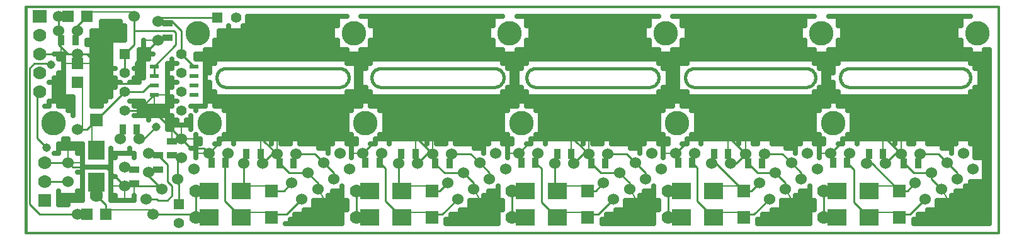
<source format=gtl>
G04 (created by PCBNEW-RS274X (20100406 SVN-R2508)-final) date 6/3/2010 9:57:37 PM*
G01*
G70*
G90*
%MOIN*%
G04 Gerber Fmt 3.4, Leading zero omitted, Abs format*
%FSLAX34Y34*%
G04 APERTURE LIST*
%ADD10C,0.006000*%
%ADD11C,0.012000*%
%ADD12C,0.015000*%
%ADD13C,0.070000*%
%ADD14R,0.070000X0.070000*%
%ADD15R,0.090600X0.098400*%
%ADD16R,0.006000X0.090000*%
%ADD17R,0.098400X0.090600*%
%ADD18R,0.090000X0.006000*%
%ADD19R,0.230000X0.006000*%
%ADD20C,0.060000*%
%ADD21R,0.060000X0.060000*%
%ADD22R,0.006000X0.230000*%
%ADD23C,0.130000*%
%ADD24R,0.055000X0.035000*%
%ADD25R,0.035000X0.055000*%
%ADD26R,0.075000X0.070000*%
%ADD27R,0.055000X0.055000*%
%ADD28C,0.055000*%
%ADD29R,0.045000X0.020000*%
%ADD30C,0.045000*%
%ADD31C,0.010000*%
%ADD32C,0.008000*%
%ADD33C,0.025000*%
G04 APERTURE END LIST*
G54D10*
G54D11*
X72500Y-43250D02*
X21000Y-43250D01*
X72500Y-55250D02*
X72500Y-43250D01*
X21000Y-55250D02*
X72500Y-55250D01*
G54D12*
X70500Y-47500D02*
X70543Y-47498D01*
X70586Y-47492D01*
X70629Y-47482D01*
X70671Y-47469D01*
X70711Y-47453D01*
X70750Y-47433D01*
X70786Y-47409D01*
X70821Y-47383D01*
X70853Y-47353D01*
X70883Y-47321D01*
X70909Y-47286D01*
X70933Y-47249D01*
X70953Y-47211D01*
X70969Y-47171D01*
X70982Y-47129D01*
X70992Y-47086D01*
X70998Y-47043D01*
X71000Y-47000D01*
X71000Y-47000D02*
X70998Y-46957D01*
X70992Y-46914D01*
X70982Y-46871D01*
X70969Y-46829D01*
X70953Y-46789D01*
X70933Y-46751D01*
X70909Y-46714D01*
X70883Y-46679D01*
X70853Y-46647D01*
X70821Y-46617D01*
X70786Y-46591D01*
X70750Y-46567D01*
X70711Y-46547D01*
X70671Y-46531D01*
X70629Y-46518D01*
X70586Y-46508D01*
X70543Y-46502D01*
X70500Y-46500D01*
X64600Y-47500D02*
X70500Y-47500D01*
X70500Y-46500D02*
X64600Y-46500D01*
X21000Y-55200D02*
X21000Y-55000D01*
X54000Y-47500D02*
X48000Y-47500D01*
X31600Y-46500D02*
X31557Y-46502D01*
X31514Y-46508D01*
X31471Y-46518D01*
X31429Y-46531D01*
X31389Y-46547D01*
X31351Y-46567D01*
X31314Y-46591D01*
X31279Y-46617D01*
X31247Y-46647D01*
X31217Y-46679D01*
X31191Y-46714D01*
X31167Y-46751D01*
X31147Y-46789D01*
X31131Y-46829D01*
X31118Y-46871D01*
X31108Y-46914D01*
X31102Y-46957D01*
X31100Y-47000D01*
X31100Y-47000D02*
X31102Y-47043D01*
X31108Y-47086D01*
X31118Y-47129D01*
X31131Y-47171D01*
X31147Y-47211D01*
X31167Y-47249D01*
X31191Y-47286D01*
X31217Y-47321D01*
X31247Y-47353D01*
X31279Y-47383D01*
X31314Y-47409D01*
X31351Y-47433D01*
X31389Y-47453D01*
X31429Y-47469D01*
X31471Y-47482D01*
X31514Y-47492D01*
X31557Y-47498D01*
X31600Y-47500D01*
X37600Y-47500D02*
X37643Y-47498D01*
X37686Y-47492D01*
X37729Y-47482D01*
X37771Y-47469D01*
X37811Y-47453D01*
X37850Y-47433D01*
X37886Y-47409D01*
X37921Y-47383D01*
X37953Y-47353D01*
X37983Y-47321D01*
X38009Y-47286D01*
X38033Y-47249D01*
X38053Y-47211D01*
X38069Y-47171D01*
X38082Y-47129D01*
X38092Y-47086D01*
X38098Y-47043D01*
X38100Y-47000D01*
X38100Y-47000D02*
X38098Y-46957D01*
X38092Y-46914D01*
X38082Y-46871D01*
X38069Y-46829D01*
X38053Y-46789D01*
X38033Y-46751D01*
X38009Y-46714D01*
X37983Y-46679D01*
X37953Y-46647D01*
X37921Y-46617D01*
X37886Y-46591D01*
X37850Y-46567D01*
X37811Y-46547D01*
X37771Y-46531D01*
X37729Y-46518D01*
X37686Y-46508D01*
X37643Y-46502D01*
X37600Y-46500D01*
X39800Y-46500D02*
X39757Y-46502D01*
X39714Y-46508D01*
X39671Y-46518D01*
X39629Y-46531D01*
X39589Y-46547D01*
X39551Y-46567D01*
X39514Y-46591D01*
X39479Y-46617D01*
X39447Y-46647D01*
X39417Y-46679D01*
X39391Y-46714D01*
X39367Y-46751D01*
X39347Y-46789D01*
X39331Y-46829D01*
X39318Y-46871D01*
X39308Y-46914D01*
X39302Y-46957D01*
X39300Y-47000D01*
X39300Y-47000D02*
X39302Y-47043D01*
X39308Y-47086D01*
X39318Y-47129D01*
X39331Y-47171D01*
X39347Y-47211D01*
X39367Y-47249D01*
X39391Y-47286D01*
X39417Y-47321D01*
X39447Y-47353D01*
X39479Y-47383D01*
X39514Y-47409D01*
X39551Y-47433D01*
X39589Y-47453D01*
X39629Y-47469D01*
X39671Y-47482D01*
X39714Y-47492D01*
X39757Y-47498D01*
X39800Y-47500D01*
X45800Y-47500D02*
X45843Y-47498D01*
X45886Y-47492D01*
X45929Y-47482D01*
X45971Y-47469D01*
X46011Y-47453D01*
X46050Y-47433D01*
X46086Y-47409D01*
X46121Y-47383D01*
X46153Y-47353D01*
X46183Y-47321D01*
X46209Y-47286D01*
X46233Y-47249D01*
X46253Y-47211D01*
X46269Y-47171D01*
X46282Y-47129D01*
X46292Y-47086D01*
X46298Y-47043D01*
X46300Y-47000D01*
X46300Y-47000D02*
X46298Y-46957D01*
X46292Y-46914D01*
X46282Y-46871D01*
X46269Y-46829D01*
X46253Y-46789D01*
X46233Y-46751D01*
X46209Y-46714D01*
X46183Y-46679D01*
X46153Y-46647D01*
X46121Y-46617D01*
X46086Y-46591D01*
X46050Y-46567D01*
X46011Y-46547D01*
X45971Y-46531D01*
X45929Y-46518D01*
X45886Y-46508D01*
X45843Y-46502D01*
X45800Y-46500D01*
X48000Y-46500D02*
X47957Y-46502D01*
X47914Y-46508D01*
X47871Y-46518D01*
X47829Y-46531D01*
X47789Y-46547D01*
X47751Y-46567D01*
X47714Y-46591D01*
X47679Y-46617D01*
X47647Y-46647D01*
X47617Y-46679D01*
X47591Y-46714D01*
X47567Y-46751D01*
X47547Y-46789D01*
X47531Y-46829D01*
X47518Y-46871D01*
X47508Y-46914D01*
X47502Y-46957D01*
X47500Y-47000D01*
X47500Y-47000D02*
X47502Y-47043D01*
X47508Y-47086D01*
X47518Y-47129D01*
X47531Y-47171D01*
X47547Y-47211D01*
X47567Y-47249D01*
X47591Y-47286D01*
X47617Y-47321D01*
X47647Y-47353D01*
X47679Y-47383D01*
X47714Y-47409D01*
X47751Y-47433D01*
X47789Y-47453D01*
X47829Y-47469D01*
X47871Y-47482D01*
X47914Y-47492D01*
X47957Y-47498D01*
X48000Y-47500D01*
X54000Y-47500D02*
X54043Y-47498D01*
X54086Y-47492D01*
X54129Y-47482D01*
X54171Y-47469D01*
X54211Y-47453D01*
X54250Y-47433D01*
X54286Y-47409D01*
X54321Y-47383D01*
X54353Y-47353D01*
X54383Y-47321D01*
X54409Y-47286D01*
X54433Y-47249D01*
X54453Y-47211D01*
X54469Y-47171D01*
X54482Y-47129D01*
X54492Y-47086D01*
X54498Y-47043D01*
X54500Y-47000D01*
X54500Y-47000D02*
X54498Y-46957D01*
X54492Y-46914D01*
X54482Y-46871D01*
X54469Y-46829D01*
X54453Y-46789D01*
X54433Y-46751D01*
X54409Y-46714D01*
X54383Y-46679D01*
X54353Y-46647D01*
X54321Y-46617D01*
X54286Y-46591D01*
X54250Y-46567D01*
X54211Y-46547D01*
X54171Y-46531D01*
X54129Y-46518D01*
X54086Y-46508D01*
X54043Y-46502D01*
X54000Y-46500D01*
X55900Y-47000D02*
X55902Y-47043D01*
X55908Y-47086D01*
X55918Y-47129D01*
X55931Y-47171D01*
X55947Y-47211D01*
X55967Y-47249D01*
X55991Y-47286D01*
X56017Y-47321D01*
X56047Y-47353D01*
X56079Y-47383D01*
X56114Y-47409D01*
X56151Y-47433D01*
X56189Y-47453D01*
X56229Y-47469D01*
X56271Y-47482D01*
X56314Y-47492D01*
X56357Y-47498D01*
X56400Y-47500D01*
X56400Y-46500D02*
X56357Y-46502D01*
X56314Y-46508D01*
X56271Y-46518D01*
X56229Y-46531D01*
X56189Y-46547D01*
X56151Y-46567D01*
X56114Y-46591D01*
X56079Y-46617D01*
X56047Y-46647D01*
X56017Y-46679D01*
X55991Y-46714D01*
X55967Y-46751D01*
X55947Y-46789D01*
X55931Y-46829D01*
X55918Y-46871D01*
X55908Y-46914D01*
X55902Y-46957D01*
X55900Y-47000D01*
X62300Y-47500D02*
X62343Y-47498D01*
X62386Y-47492D01*
X62429Y-47482D01*
X62471Y-47469D01*
X62511Y-47453D01*
X62550Y-47433D01*
X62586Y-47409D01*
X62621Y-47383D01*
X62653Y-47353D01*
X62683Y-47321D01*
X62709Y-47286D01*
X62733Y-47249D01*
X62753Y-47211D01*
X62769Y-47171D01*
X62782Y-47129D01*
X62792Y-47086D01*
X62798Y-47043D01*
X62800Y-47000D01*
X62800Y-47000D02*
X62798Y-46957D01*
X62792Y-46914D01*
X62782Y-46871D01*
X62769Y-46829D01*
X62753Y-46789D01*
X62733Y-46751D01*
X62709Y-46714D01*
X62683Y-46679D01*
X62653Y-46647D01*
X62621Y-46617D01*
X62586Y-46591D01*
X62550Y-46567D01*
X62511Y-46547D01*
X62471Y-46531D01*
X62429Y-46518D01*
X62386Y-46508D01*
X62343Y-46502D01*
X62300Y-46500D01*
X31600Y-47500D02*
X37600Y-47500D01*
X37600Y-46500D02*
X31600Y-46500D01*
X39800Y-47500D02*
X45800Y-47500D01*
X45800Y-46500D02*
X39800Y-46500D01*
X54000Y-46500D02*
X48000Y-46500D01*
X56400Y-46500D02*
X62300Y-46500D01*
X62300Y-47500D02*
X56400Y-47500D01*
X64100Y-47000D02*
X64102Y-47043D01*
X64108Y-47086D01*
X64118Y-47129D01*
X64131Y-47171D01*
X64147Y-47211D01*
X64167Y-47249D01*
X64191Y-47286D01*
X64217Y-47321D01*
X64247Y-47353D01*
X64279Y-47383D01*
X64314Y-47409D01*
X64351Y-47433D01*
X64389Y-47453D01*
X64429Y-47469D01*
X64471Y-47482D01*
X64514Y-47492D01*
X64557Y-47498D01*
X64600Y-47500D01*
X64600Y-46500D02*
X64557Y-46502D01*
X64514Y-46508D01*
X64471Y-46518D01*
X64429Y-46531D01*
X64389Y-46547D01*
X64351Y-46567D01*
X64314Y-46591D01*
X64279Y-46617D01*
X64247Y-46647D01*
X64217Y-46679D01*
X64191Y-46714D01*
X64167Y-46751D01*
X64147Y-46789D01*
X64131Y-46829D01*
X64118Y-46871D01*
X64108Y-46914D01*
X64102Y-46957D01*
X64100Y-47000D01*
X21000Y-43250D02*
X21000Y-55000D01*
G54D13*
X24750Y-53250D03*
G54D14*
X24750Y-49250D03*
G54D15*
X24750Y-50850D03*
X24750Y-52550D03*
G54D16*
X24500Y-49950D03*
G54D13*
X63250Y-53000D03*
G54D14*
X67250Y-53000D03*
G54D17*
X65650Y-53000D03*
X63950Y-53000D03*
G54D18*
X66550Y-52750D03*
G54D13*
X63250Y-54400D03*
G54D14*
X67250Y-54400D03*
G54D17*
X65650Y-54400D03*
X63950Y-54400D03*
G54D18*
X66550Y-54150D03*
G54D13*
X55000Y-53000D03*
G54D14*
X59000Y-53000D03*
G54D17*
X57400Y-53000D03*
X55700Y-53000D03*
G54D18*
X58300Y-52750D03*
G54D13*
X55000Y-54400D03*
G54D14*
X59000Y-54400D03*
G54D17*
X57400Y-54400D03*
X55700Y-54400D03*
G54D18*
X58300Y-54150D03*
G54D13*
X46750Y-53000D03*
G54D14*
X50750Y-53000D03*
G54D17*
X49150Y-53000D03*
X47450Y-53000D03*
G54D18*
X50050Y-52750D03*
G54D13*
X46750Y-54400D03*
G54D14*
X50750Y-54400D03*
G54D17*
X49150Y-54400D03*
X47450Y-54400D03*
G54D18*
X50050Y-54150D03*
G54D13*
X38500Y-53000D03*
G54D14*
X42500Y-53000D03*
G54D17*
X40900Y-53000D03*
X39200Y-53000D03*
G54D18*
X41800Y-52750D03*
G54D13*
X38500Y-54400D03*
G54D14*
X42500Y-54400D03*
G54D17*
X40900Y-54400D03*
X39200Y-54400D03*
G54D18*
X41800Y-54150D03*
G54D13*
X30000Y-53000D03*
G54D14*
X34000Y-53000D03*
G54D17*
X32400Y-53000D03*
X30700Y-53000D03*
G54D18*
X33300Y-52750D03*
G54D13*
X30000Y-54400D03*
G54D14*
X34000Y-54400D03*
G54D17*
X32400Y-54400D03*
X30700Y-54400D03*
G54D18*
X33300Y-54150D03*
G54D19*
X26550Y-54000D03*
G54D20*
X23750Y-54250D03*
X27750Y-54250D03*
G54D21*
X25250Y-54250D03*
X24250Y-54250D03*
G54D22*
X24000Y-48550D03*
G54D20*
X23750Y-45750D03*
X23750Y-49750D03*
G54D21*
X23750Y-47250D03*
X23750Y-46250D03*
G54D19*
X25550Y-43500D03*
G54D20*
X22750Y-43750D03*
X26750Y-43750D03*
G54D21*
X24250Y-43750D03*
X23250Y-43750D03*
G54D20*
X37300Y-52375D03*
X36452Y-52905D03*
X35604Y-53435D03*
X38148Y-51845D03*
G54D23*
X38361Y-44637D03*
X30729Y-49407D03*
G54D20*
X45550Y-52375D03*
X44702Y-52905D03*
X43854Y-53435D03*
X46398Y-51845D03*
G54D23*
X46611Y-44637D03*
X38979Y-49407D03*
G54D20*
X53800Y-52375D03*
X52952Y-52905D03*
X52104Y-53435D03*
X54648Y-51845D03*
G54D23*
X54861Y-44637D03*
X47229Y-49407D03*
G54D20*
X62050Y-52375D03*
X61202Y-52905D03*
X60354Y-53435D03*
X62898Y-51845D03*
G54D23*
X63111Y-44637D03*
X55479Y-49407D03*
G54D20*
X70300Y-52375D03*
X69452Y-52905D03*
X68604Y-53435D03*
X71148Y-51845D03*
G54D23*
X71361Y-44637D03*
X63729Y-49407D03*
G54D20*
X29050Y-52375D03*
X28202Y-52905D03*
X27354Y-53435D03*
X29898Y-51845D03*
G54D23*
X30111Y-44637D03*
X22479Y-49407D03*
G54D20*
X69770Y-51527D03*
X68922Y-52057D03*
X68074Y-52587D03*
X70618Y-50997D03*
G54D23*
X71361Y-44637D03*
X63729Y-49407D03*
G54D20*
X61520Y-51527D03*
X60672Y-52057D03*
X59824Y-52587D03*
X62368Y-50997D03*
G54D23*
X63111Y-44637D03*
X55479Y-49407D03*
G54D20*
X53270Y-51527D03*
X52422Y-52057D03*
X51574Y-52587D03*
X54118Y-50997D03*
G54D23*
X54861Y-44637D03*
X47229Y-49407D03*
G54D20*
X45020Y-51527D03*
X44172Y-52057D03*
X43324Y-52587D03*
X45868Y-50997D03*
G54D23*
X46611Y-44637D03*
X38979Y-49407D03*
G54D20*
X36770Y-51527D03*
X35922Y-52057D03*
X35074Y-52587D03*
X37618Y-50997D03*
G54D23*
X38361Y-44637D03*
X30729Y-49407D03*
G54D24*
X28750Y-51125D03*
X28750Y-50375D03*
G54D20*
X29250Y-51250D03*
X29250Y-50250D03*
G54D25*
X51675Y-51550D03*
X50925Y-51550D03*
G54D20*
X51800Y-51050D03*
X50800Y-51050D03*
G54D25*
X32675Y-51050D03*
X33425Y-51050D03*
G54D20*
X32550Y-51550D03*
X33550Y-51550D03*
G54D25*
X39725Y-51500D03*
X38975Y-51500D03*
G54D20*
X39850Y-51000D03*
X38850Y-51000D03*
G54D25*
X31575Y-51500D03*
X30825Y-51500D03*
G54D20*
X31700Y-51000D03*
X30700Y-51000D03*
G54D25*
X40875Y-51050D03*
X41625Y-51050D03*
G54D20*
X40750Y-51550D03*
X41750Y-51550D03*
G54D25*
X43425Y-51550D03*
X42675Y-51550D03*
G54D20*
X43550Y-51050D03*
X42550Y-51050D03*
G54D25*
X35175Y-51550D03*
X34425Y-51550D03*
G54D20*
X35300Y-51050D03*
X34300Y-51050D03*
G54D26*
X21750Y-43750D03*
G54D13*
X21750Y-44750D03*
X21750Y-45740D03*
X21750Y-46760D03*
X21750Y-47750D03*
G54D25*
X47975Y-51500D03*
X47225Y-51500D03*
G54D20*
X48100Y-51000D03*
X47100Y-51000D03*
G54D24*
X26750Y-51875D03*
X26750Y-52625D03*
G54D20*
X26250Y-51750D03*
X26250Y-52750D03*
X23250Y-52500D03*
X23250Y-51500D03*
G54D25*
X23625Y-45000D03*
X22875Y-45000D03*
G54D20*
X23750Y-44500D03*
X22750Y-44500D03*
X26000Y-50250D03*
X27000Y-50250D03*
G54D25*
X26125Y-49750D03*
X26875Y-49750D03*
G54D20*
X26000Y-50250D03*
X27000Y-50250D03*
X28000Y-44000D03*
X28000Y-45000D03*
G54D24*
X28500Y-44125D03*
X28500Y-44875D03*
G54D20*
X28000Y-44000D03*
X28000Y-45000D03*
G54D25*
X68225Y-51550D03*
X67475Y-51550D03*
G54D20*
X68350Y-51050D03*
X67350Y-51050D03*
G54D25*
X56275Y-51500D03*
X55525Y-51500D03*
G54D20*
X56400Y-51000D03*
X55400Y-51000D03*
G54D25*
X57425Y-51050D03*
X58175Y-51050D03*
G54D20*
X57300Y-51550D03*
X58300Y-51550D03*
G54D25*
X64475Y-51500D03*
X63725Y-51500D03*
G54D20*
X64600Y-51000D03*
X63600Y-51000D03*
G54D25*
X65625Y-51050D03*
X66375Y-51050D03*
G54D20*
X65500Y-51550D03*
X66500Y-51550D03*
G54D24*
X28000Y-51125D03*
X28000Y-51875D03*
G54D20*
X27500Y-51000D03*
X27500Y-52000D03*
G54D25*
X49125Y-51050D03*
X49875Y-51050D03*
G54D20*
X49000Y-51550D03*
X50000Y-51550D03*
G54D25*
X59975Y-51550D03*
X59225Y-51550D03*
G54D20*
X60100Y-51050D03*
X59100Y-51050D03*
G54D27*
X26250Y-45750D03*
G54D28*
X26250Y-46750D03*
X26250Y-47750D03*
X26250Y-48750D03*
X29250Y-48750D03*
X29250Y-47750D03*
X29250Y-46750D03*
X29250Y-45750D03*
G54D13*
X22000Y-51500D03*
X22000Y-52500D03*
G54D14*
X22000Y-53500D03*
G54D29*
X29900Y-46400D03*
X27800Y-46400D03*
X29900Y-46900D03*
X29900Y-47400D03*
X29900Y-47900D03*
X27800Y-46900D03*
X27800Y-47400D03*
X27800Y-47900D03*
G54D27*
X31150Y-43800D03*
G54D28*
X32150Y-43800D03*
G54D27*
X29100Y-53700D03*
G54D28*
X29100Y-54700D03*
G54D30*
X22350Y-46300D03*
X22100Y-50700D03*
X27900Y-49600D03*
X29100Y-54700D03*
G54D31*
X28200Y-43800D02*
X28000Y-44000D01*
X21450Y-46250D02*
X22300Y-46250D01*
X22300Y-46250D02*
X22350Y-46300D01*
X23750Y-54250D02*
X21750Y-54250D01*
X29250Y-44500D02*
X28750Y-44000D01*
X29250Y-45750D02*
X29250Y-44500D01*
X21750Y-54250D02*
X21300Y-53800D01*
X21300Y-53800D02*
X21200Y-53700D01*
X21200Y-53700D02*
X21200Y-46500D01*
X21200Y-46500D02*
X21450Y-46250D01*
X29900Y-46400D02*
X29250Y-45750D01*
X31150Y-43800D02*
X28200Y-43800D01*
X28750Y-44000D02*
X28000Y-44000D01*
X51800Y-51050D02*
X52793Y-51050D01*
X52793Y-51050D02*
X53270Y-51527D01*
X45550Y-52375D02*
X45550Y-52057D01*
X45550Y-52057D02*
X45020Y-51527D01*
X43550Y-51050D02*
X44543Y-51050D01*
X35300Y-51050D02*
X36293Y-51050D01*
X36293Y-51050D02*
X36770Y-51527D01*
X29100Y-53700D02*
X29100Y-52425D01*
X29100Y-52425D02*
X29050Y-52375D01*
X21600Y-47900D02*
X21750Y-47750D01*
X21600Y-50200D02*
X21600Y-47900D01*
X22100Y-50700D02*
X21600Y-50200D01*
X29050Y-51450D02*
X29250Y-51250D01*
X29050Y-52375D02*
X29050Y-51450D01*
X37300Y-52057D02*
X36770Y-51527D01*
X37300Y-52375D02*
X37300Y-52057D01*
X22000Y-52500D02*
X23250Y-52500D01*
X70300Y-52375D02*
X70300Y-52057D01*
X70300Y-52057D02*
X69770Y-51527D01*
X68350Y-51050D02*
X69293Y-51050D01*
X69293Y-51050D02*
X69770Y-51527D01*
X62050Y-52375D02*
X62050Y-52057D01*
X62050Y-52057D02*
X61520Y-51527D01*
X60100Y-51050D02*
X61043Y-51050D01*
X61043Y-51050D02*
X61520Y-51527D01*
X53800Y-52375D02*
X53800Y-52057D01*
X53800Y-52057D02*
X53270Y-51527D01*
X44543Y-51050D02*
X45020Y-51527D01*
X47100Y-51000D02*
X48250Y-49850D01*
X48250Y-49850D02*
X49600Y-49850D01*
X49600Y-49850D02*
X50150Y-50400D01*
X50150Y-50400D02*
X50800Y-51050D01*
X50800Y-51050D02*
X50500Y-51050D01*
X50500Y-51050D02*
X50000Y-51550D01*
X52952Y-52905D02*
X52952Y-52587D01*
X51425Y-52050D02*
X50925Y-51550D01*
X52415Y-52050D02*
X51425Y-52050D01*
X52952Y-52587D02*
X52415Y-52050D01*
X33300Y-50050D02*
X33650Y-50400D01*
X61202Y-52587D02*
X60665Y-52050D01*
X41650Y-50150D02*
X41900Y-50400D01*
X41900Y-50400D02*
X42550Y-51050D01*
X42550Y-51050D02*
X42250Y-51050D01*
X42250Y-51050D02*
X41750Y-51550D01*
X44702Y-52905D02*
X44702Y-52587D01*
X44702Y-52587D02*
X44172Y-52057D01*
X44172Y-52057D02*
X43157Y-52057D01*
X42675Y-51575D02*
X42675Y-51550D01*
X43157Y-52057D02*
X42675Y-51575D01*
X30700Y-51000D02*
X31650Y-50050D01*
X31650Y-50050D02*
X33300Y-50050D01*
X33650Y-50400D02*
X34300Y-51050D01*
X34300Y-51050D02*
X34050Y-51050D01*
X34050Y-51050D02*
X33550Y-51550D01*
X36452Y-52905D02*
X36452Y-52587D01*
X34925Y-52050D02*
X34425Y-51550D01*
X35915Y-52050D02*
X34925Y-52050D01*
X36452Y-52587D02*
X35915Y-52050D01*
X39700Y-50150D02*
X41650Y-50150D01*
X22000Y-51500D02*
X23250Y-51500D01*
X22750Y-44500D02*
X22750Y-43750D01*
X22750Y-44500D02*
X22750Y-45250D01*
X23250Y-45750D02*
X23750Y-45750D01*
X22750Y-45250D02*
X23250Y-45750D01*
X23750Y-45750D02*
X21750Y-45750D01*
X26250Y-48750D02*
X27750Y-48750D01*
X30450Y-50750D02*
X30700Y-51000D01*
X29750Y-50750D02*
X30450Y-50750D01*
X27750Y-48750D02*
X29750Y-50750D01*
X26250Y-52750D02*
X28047Y-52750D01*
X28047Y-52750D02*
X28202Y-52905D01*
X27500Y-52000D02*
X27500Y-52203D01*
X27500Y-52203D02*
X28202Y-52905D01*
X26250Y-52750D02*
X25250Y-51750D01*
X23500Y-51750D02*
X23250Y-51500D01*
X25250Y-51750D02*
X23500Y-51750D01*
X23750Y-45750D02*
X24250Y-45750D01*
X26800Y-46200D02*
X28000Y-45000D01*
X26800Y-47000D02*
X26800Y-46200D01*
X26500Y-47300D02*
X26800Y-47000D01*
X25800Y-47300D02*
X26500Y-47300D01*
X24250Y-45750D02*
X25800Y-47300D01*
X41650Y-50150D02*
X39500Y-48000D01*
X33650Y-50350D02*
X33650Y-50400D01*
X36000Y-48000D02*
X33650Y-50350D01*
X36000Y-48000D02*
X38750Y-48000D01*
X38750Y-48000D02*
X39500Y-48000D01*
X49600Y-49850D02*
X47750Y-48000D01*
X41900Y-50350D02*
X41900Y-50400D01*
X44250Y-48000D02*
X41900Y-50350D01*
X44250Y-48000D02*
X47000Y-48000D01*
X47000Y-48000D02*
X47750Y-48000D01*
X58150Y-50100D02*
X56050Y-48000D01*
X50150Y-50350D02*
X50150Y-50400D01*
X52500Y-48000D02*
X50150Y-50350D01*
X52500Y-48000D02*
X55250Y-48000D01*
X55250Y-48000D02*
X56050Y-48000D01*
X66300Y-50000D02*
X64300Y-48000D01*
X60665Y-52050D02*
X59725Y-52050D01*
X60750Y-48000D02*
X63500Y-48000D01*
X63500Y-48000D02*
X64300Y-48000D01*
X26250Y-48750D02*
X26950Y-48750D01*
X26950Y-48750D02*
X27800Y-47900D01*
X38850Y-51000D02*
X39700Y-50150D01*
X63600Y-51000D02*
X64600Y-50000D01*
X64600Y-50000D02*
X66300Y-50000D01*
X66300Y-50000D02*
X66650Y-50350D01*
X66650Y-50350D02*
X67350Y-51050D01*
X67350Y-51050D02*
X67000Y-51050D01*
X67000Y-51050D02*
X66500Y-51550D01*
X68922Y-52057D02*
X68922Y-52375D01*
X68922Y-52375D02*
X69452Y-52905D01*
X67475Y-51550D02*
X67500Y-51550D01*
X68007Y-52057D02*
X68922Y-52057D01*
X67500Y-51550D02*
X68007Y-52057D01*
X55400Y-51000D02*
X56300Y-50100D01*
X56300Y-50100D02*
X58150Y-50100D01*
X58150Y-50100D02*
X58400Y-50350D01*
X58400Y-50350D02*
X59100Y-51050D01*
X58300Y-51550D02*
X58600Y-51550D01*
X58600Y-51550D02*
X59100Y-51050D01*
X61202Y-52905D02*
X61202Y-52587D01*
X59725Y-52050D02*
X59225Y-51550D01*
X60750Y-48000D02*
X58400Y-50350D01*
X65500Y-51550D02*
X65800Y-51550D01*
X65800Y-51550D02*
X67250Y-53000D01*
X67250Y-53000D02*
X67661Y-53000D01*
X67661Y-53000D02*
X68074Y-52587D01*
X32400Y-54400D02*
X31550Y-53550D01*
X31550Y-51525D02*
X31575Y-51500D01*
X31550Y-53550D02*
X31550Y-51525D01*
X34789Y-54250D02*
X35604Y-53435D01*
X34000Y-54250D02*
X34789Y-54250D01*
X32550Y-51550D02*
X32550Y-52850D01*
X34661Y-53000D02*
X35074Y-52587D01*
X32550Y-52850D02*
X32400Y-53000D01*
X34000Y-53000D02*
X34661Y-53000D01*
X40050Y-51825D02*
X39725Y-51500D01*
X42500Y-54250D02*
X43039Y-54250D01*
X40050Y-53550D02*
X40050Y-51825D01*
X40900Y-54400D02*
X40050Y-53550D01*
X43039Y-54250D02*
X43854Y-53435D01*
X40750Y-52850D02*
X40900Y-53000D01*
X42500Y-53000D02*
X42911Y-53000D01*
X40750Y-51550D02*
X40750Y-52850D01*
X42911Y-53000D02*
X43324Y-52587D01*
X49150Y-54400D02*
X49100Y-54400D01*
X49100Y-54400D02*
X48300Y-53600D01*
X48300Y-51825D02*
X47975Y-51500D01*
X51289Y-54250D02*
X52104Y-53435D01*
X50750Y-54250D02*
X51289Y-54250D01*
X48300Y-53600D02*
X48300Y-51825D01*
X49000Y-52850D02*
X49150Y-53000D01*
X49000Y-51550D02*
X49000Y-52850D01*
X51161Y-53000D02*
X51574Y-52587D01*
X50750Y-53000D02*
X51161Y-53000D01*
X56550Y-53550D02*
X56550Y-51775D01*
X57400Y-54400D02*
X56550Y-53550D01*
X56550Y-51775D02*
X56275Y-51500D01*
X59000Y-54250D02*
X59539Y-54250D01*
X59539Y-54250D02*
X60354Y-53435D01*
X57550Y-51550D02*
X59000Y-53000D01*
X59411Y-53000D02*
X59824Y-52587D01*
X59000Y-53000D02*
X59411Y-53000D01*
X57300Y-51550D02*
X57550Y-51550D01*
X67789Y-54250D02*
X68604Y-53435D01*
X67250Y-54250D02*
X67789Y-54250D01*
X64850Y-53600D02*
X64850Y-51875D01*
X64850Y-51875D02*
X64475Y-51500D01*
X65650Y-54400D02*
X64850Y-53600D01*
X28500Y-51625D02*
X28000Y-51125D01*
X28500Y-52500D02*
X28500Y-51625D01*
X28750Y-52750D02*
X28500Y-52500D01*
X28750Y-53250D02*
X28750Y-52750D01*
X28500Y-53500D02*
X28750Y-53250D01*
X28000Y-53500D02*
X28500Y-53500D01*
X27935Y-53435D02*
X28000Y-53500D01*
X27354Y-53435D02*
X27935Y-53435D01*
X27250Y-50250D02*
X27000Y-50250D01*
X27900Y-49600D02*
X27250Y-50250D01*
X63250Y-54400D02*
X63250Y-53000D01*
X55000Y-54400D02*
X55000Y-53000D01*
X25250Y-54250D02*
X25250Y-53750D01*
X38500Y-54400D02*
X38500Y-53000D01*
X46750Y-54400D02*
X46750Y-53000D01*
X25250Y-53750D02*
X24750Y-53250D01*
X30000Y-53000D02*
X30000Y-54400D01*
X29850Y-54250D02*
X30000Y-54100D01*
X27750Y-54250D02*
X29850Y-54250D01*
X30000Y-54100D02*
X30000Y-53000D01*
X24750Y-49250D02*
X26250Y-47750D01*
X27800Y-47400D02*
X27550Y-47400D01*
X27200Y-47750D02*
X26250Y-47750D01*
X27550Y-47400D02*
X27200Y-47750D01*
X23750Y-49750D02*
X24250Y-49750D01*
X24250Y-49750D02*
X24750Y-49250D01*
X26750Y-43750D02*
X26750Y-44500D01*
X26750Y-44500D02*
X26750Y-45250D01*
X26750Y-45250D02*
X26250Y-45750D01*
X28950Y-45250D02*
X28950Y-44600D01*
X23750Y-44500D02*
X23750Y-44250D01*
X23750Y-44250D02*
X24250Y-43750D01*
X27800Y-46400D02*
X27800Y-46900D01*
X27800Y-46400D02*
X28950Y-45250D01*
X28850Y-44500D02*
X26750Y-44500D01*
X26250Y-45750D02*
X26250Y-46750D01*
X28950Y-44600D02*
X28850Y-44500D01*
G54D32*
X27800Y-47900D02*
X27800Y-48400D01*
X27800Y-47900D02*
X28425Y-47900D01*
X26250Y-48750D02*
X26925Y-48750D01*
X59100Y-51050D02*
X59100Y-50350D01*
X49875Y-51050D02*
X49875Y-50375D01*
X66375Y-51050D02*
X66375Y-50375D01*
X63600Y-51000D02*
X62900Y-51000D01*
X58175Y-51050D02*
X58175Y-50375D01*
X55400Y-51000D02*
X54700Y-51000D01*
X67350Y-51050D02*
X67350Y-50350D01*
X28000Y-45000D02*
X27300Y-45000D01*
X28000Y-45000D02*
X27300Y-45000D01*
X22875Y-45000D02*
X22875Y-45675D01*
X23250Y-51500D02*
X23250Y-50800D01*
X23250Y-51500D02*
X23950Y-51500D01*
X26250Y-52750D02*
X26250Y-53450D01*
X26250Y-52750D02*
X25550Y-52750D01*
X26750Y-52625D02*
X26750Y-53200D01*
X47100Y-51000D02*
X46400Y-51000D01*
X21750Y-45740D02*
X22500Y-45740D01*
X34300Y-51050D02*
X34300Y-50350D01*
X42550Y-51050D02*
X42550Y-50350D01*
X41625Y-51050D02*
X41625Y-50375D01*
X30700Y-51000D02*
X30000Y-51000D01*
X38850Y-51000D02*
X38150Y-51000D01*
X33425Y-51050D02*
X33425Y-50375D01*
X50800Y-51050D02*
X50800Y-50350D01*
X29250Y-50250D02*
X29250Y-49550D01*
X29250Y-50250D02*
X29950Y-50250D01*
X28750Y-50375D02*
X28750Y-49800D01*
X69452Y-52905D02*
X69823Y-53499D01*
X36452Y-52905D02*
X36823Y-53499D01*
X23750Y-46250D02*
X23050Y-46250D01*
X23750Y-46250D02*
X24450Y-46250D01*
X23750Y-45750D02*
X23050Y-45750D01*
X23750Y-45750D02*
X24450Y-45750D01*
G54D33*
X72000Y-45500D02*
X72000Y-54750D01*
X71750Y-45500D02*
X71750Y-54750D01*
X71500Y-52500D02*
X71500Y-54750D01*
X71500Y-45750D02*
X71500Y-51250D01*
X71250Y-52500D02*
X71250Y-54750D01*
X71250Y-47500D02*
X71250Y-51250D01*
X71250Y-45750D02*
X71250Y-46500D01*
X71000Y-52500D02*
X71000Y-54750D01*
X71000Y-47750D02*
X71000Y-50500D01*
X71000Y-45500D02*
X71000Y-46250D01*
X70750Y-52750D02*
X70750Y-54750D01*
X70750Y-48000D02*
X70750Y-50250D01*
X70750Y-45500D02*
X70750Y-46000D01*
X70500Y-53000D02*
X70500Y-54750D01*
X70500Y-48000D02*
X70500Y-50250D01*
X70500Y-45000D02*
X70500Y-46000D01*
X70500Y-43750D02*
X70500Y-44250D01*
X70250Y-53000D02*
X70250Y-54750D01*
X70250Y-48000D02*
X70250Y-50500D01*
X70250Y-43750D02*
X70250Y-46000D01*
X70000Y-53250D02*
X70000Y-54750D01*
X70000Y-48000D02*
X70000Y-51000D01*
X70000Y-43750D02*
X70000Y-46000D01*
X69750Y-53500D02*
X69750Y-54750D01*
X69750Y-48000D02*
X69750Y-50750D01*
X69750Y-43750D02*
X69750Y-46000D01*
X69500Y-53500D02*
X69500Y-54750D01*
X69500Y-48000D02*
X69500Y-50750D01*
X69500Y-43750D02*
X69500Y-46000D01*
X69250Y-53500D02*
X69250Y-54750D01*
X69250Y-48000D02*
X69250Y-50500D01*
X69250Y-43750D02*
X69250Y-46000D01*
X69000Y-54000D02*
X69000Y-54750D01*
X69000Y-48000D02*
X69000Y-50500D01*
X69000Y-43750D02*
X69000Y-46000D01*
X68750Y-54000D02*
X68750Y-54750D01*
X68750Y-48000D02*
X68750Y-50500D01*
X68750Y-43750D02*
X68750Y-46000D01*
X68500Y-54250D02*
X68500Y-54750D01*
X68500Y-48000D02*
X68500Y-50250D01*
X68500Y-43750D02*
X68500Y-46000D01*
X68250Y-54250D02*
X68250Y-54750D01*
X68250Y-48000D02*
X68250Y-50250D01*
X68250Y-43750D02*
X68250Y-46000D01*
X68000Y-54500D02*
X68000Y-54750D01*
X68000Y-48000D02*
X68000Y-50500D01*
X68000Y-43750D02*
X68000Y-46000D01*
X67750Y-48000D02*
X67750Y-50500D01*
X67750Y-43750D02*
X67750Y-46000D01*
X67500Y-48000D02*
X67500Y-50250D01*
X67500Y-43750D02*
X67500Y-46000D01*
X67250Y-48000D02*
X67250Y-50250D01*
X67250Y-43750D02*
X67250Y-46000D01*
X67000Y-48000D02*
X67000Y-50500D01*
X67000Y-43750D02*
X67000Y-46000D01*
X66750Y-48000D02*
X66750Y-50250D01*
X66750Y-43750D02*
X66750Y-46000D01*
X66500Y-48000D02*
X66500Y-50250D01*
X66500Y-43750D02*
X66500Y-46000D01*
X66250Y-48000D02*
X66250Y-50250D01*
X66250Y-43750D02*
X66250Y-46000D01*
X66000Y-48000D02*
X66000Y-50250D01*
X66000Y-43750D02*
X66000Y-46000D01*
X65750Y-48000D02*
X65750Y-50250D01*
X65750Y-43750D02*
X65750Y-46000D01*
X65500Y-48000D02*
X65500Y-50250D01*
X65500Y-43750D02*
X65500Y-46000D01*
X65250Y-48000D02*
X65250Y-50250D01*
X65250Y-43750D02*
X65250Y-46000D01*
X65000Y-48000D02*
X65000Y-50500D01*
X65000Y-43750D02*
X65000Y-46000D01*
X64750Y-48000D02*
X64750Y-50250D01*
X64750Y-43750D02*
X64750Y-46000D01*
X64500Y-50000D02*
X64500Y-50250D01*
X64500Y-48000D02*
X64500Y-48750D01*
X64500Y-43750D02*
X64500Y-46000D01*
X64250Y-50250D02*
X64250Y-50500D01*
X64250Y-48000D02*
X64250Y-48500D01*
X64250Y-43750D02*
X64250Y-46000D01*
X64000Y-47750D02*
X64000Y-48500D01*
X64000Y-45000D02*
X64000Y-46250D01*
X64000Y-43750D02*
X64000Y-44250D01*
X63750Y-47250D02*
X63750Y-48250D01*
X63750Y-45500D02*
X63750Y-46750D01*
X63500Y-45500D02*
X63500Y-48500D01*
X63250Y-50250D02*
X63250Y-50500D01*
X63250Y-45750D02*
X63250Y-48500D01*
X63000Y-50000D02*
X63000Y-51250D01*
X63000Y-47500D02*
X63000Y-48750D01*
X63000Y-45750D02*
X63000Y-46500D01*
X62750Y-47750D02*
X62750Y-50500D01*
X62750Y-45500D02*
X62750Y-46250D01*
X62500Y-48000D02*
X62500Y-50250D01*
X62500Y-45500D02*
X62500Y-46000D01*
X62250Y-48000D02*
X62250Y-50250D01*
X62250Y-45000D02*
X62250Y-46000D01*
X62250Y-43750D02*
X62250Y-44250D01*
X62000Y-48000D02*
X62000Y-50500D01*
X62000Y-43750D02*
X62000Y-46000D01*
X61750Y-48000D02*
X61750Y-51000D01*
X61750Y-43750D02*
X61750Y-46000D01*
X61500Y-48000D02*
X61500Y-50750D01*
X61500Y-43750D02*
X61500Y-46000D01*
X61250Y-48000D02*
X61250Y-50750D01*
X61250Y-43750D02*
X61250Y-46000D01*
X61000Y-48000D02*
X61000Y-50500D01*
X61000Y-43750D02*
X61000Y-46000D01*
X60750Y-48000D02*
X60750Y-50500D01*
X60750Y-43750D02*
X60750Y-46000D01*
X60500Y-48000D02*
X60500Y-50500D01*
X60500Y-43750D02*
X60500Y-46000D01*
X60250Y-48000D02*
X60250Y-50250D01*
X60250Y-43750D02*
X60250Y-46000D01*
X60000Y-48000D02*
X60000Y-50250D01*
X60000Y-43750D02*
X60000Y-46000D01*
X59750Y-48000D02*
X59750Y-50500D01*
X59750Y-43750D02*
X59750Y-46000D01*
X59500Y-48000D02*
X59500Y-50500D01*
X59500Y-43750D02*
X59500Y-46000D01*
X59250Y-48000D02*
X59250Y-50250D01*
X59250Y-43750D02*
X59250Y-46000D01*
X59000Y-48000D02*
X59000Y-50250D01*
X59000Y-43750D02*
X59000Y-46000D01*
X58750Y-48000D02*
X58750Y-50500D01*
X58750Y-43750D02*
X58750Y-46000D01*
X58500Y-48000D02*
X58500Y-50250D01*
X58500Y-43750D02*
X58500Y-46000D01*
X58250Y-48000D02*
X58250Y-50250D01*
X58250Y-43750D02*
X58250Y-46000D01*
X58000Y-48000D02*
X58000Y-50250D01*
X58000Y-43750D02*
X58000Y-46000D01*
X57750Y-48000D02*
X57750Y-50250D01*
X57750Y-43750D02*
X57750Y-46000D01*
X57500Y-48000D02*
X57500Y-50250D01*
X57500Y-43750D02*
X57500Y-46000D01*
X57250Y-48000D02*
X57250Y-50250D01*
X57250Y-43750D02*
X57250Y-46000D01*
X57000Y-48000D02*
X57000Y-50250D01*
X57000Y-43750D02*
X57000Y-46000D01*
X56750Y-48000D02*
X56750Y-50500D01*
X56750Y-43750D02*
X56750Y-46000D01*
X56500Y-48000D02*
X56500Y-50250D01*
X56500Y-43750D02*
X56500Y-46000D01*
X56250Y-50000D02*
X56250Y-50250D01*
X56250Y-48000D02*
X56250Y-48750D01*
X56250Y-43750D02*
X56250Y-46000D01*
X56000Y-50250D02*
X56000Y-50500D01*
X56000Y-47750D02*
X56000Y-48500D01*
X56000Y-43750D02*
X56000Y-46250D01*
X55750Y-47750D02*
X55750Y-48500D01*
X55750Y-45000D02*
X55750Y-46250D01*
X55750Y-43750D02*
X55750Y-44250D01*
X55500Y-45500D02*
X55500Y-48250D01*
X55250Y-45500D02*
X55250Y-48500D01*
X55000Y-50250D02*
X55000Y-50500D01*
X55000Y-45750D02*
X55000Y-48500D01*
X54750Y-50000D02*
X54750Y-51250D01*
X54750Y-47500D02*
X54750Y-48750D01*
X54750Y-45750D02*
X54750Y-46500D01*
X54500Y-47750D02*
X54500Y-50500D01*
X54500Y-45500D02*
X54500Y-46250D01*
X54250Y-48000D02*
X54250Y-50250D01*
X54250Y-45500D02*
X54250Y-46000D01*
X54000Y-48000D02*
X54000Y-50250D01*
X54000Y-45000D02*
X54000Y-46000D01*
X54000Y-43750D02*
X54000Y-44250D01*
X53750Y-48000D02*
X53750Y-50500D01*
X53750Y-43750D02*
X53750Y-46000D01*
X53500Y-48000D02*
X53500Y-51000D01*
X53500Y-43750D02*
X53500Y-46000D01*
X53250Y-48000D02*
X53250Y-50750D01*
X53250Y-43750D02*
X53250Y-46000D01*
X53000Y-48000D02*
X53000Y-50750D01*
X53000Y-43750D02*
X53000Y-46000D01*
X52750Y-48000D02*
X52750Y-50500D01*
X52750Y-43750D02*
X52750Y-46000D01*
X52500Y-48000D02*
X52500Y-50500D01*
X52500Y-43750D02*
X52500Y-46000D01*
X52250Y-48000D02*
X52250Y-50500D01*
X52250Y-43750D02*
X52250Y-46000D01*
X52000Y-48000D02*
X52000Y-50500D01*
X52000Y-43750D02*
X52000Y-46000D01*
X51750Y-48000D02*
X51750Y-50250D01*
X51750Y-43750D02*
X51750Y-46000D01*
X51500Y-48000D02*
X51500Y-50500D01*
X51500Y-43750D02*
X51500Y-46000D01*
X51250Y-48000D02*
X51250Y-50500D01*
X51250Y-43750D02*
X51250Y-46000D01*
X51000Y-48000D02*
X51000Y-50500D01*
X51000Y-43750D02*
X51000Y-46000D01*
X50750Y-48000D02*
X50750Y-50250D01*
X50750Y-43750D02*
X50750Y-46000D01*
X50500Y-48000D02*
X50500Y-50500D01*
X50500Y-43750D02*
X50500Y-46000D01*
X50250Y-48000D02*
X50250Y-50250D01*
X50250Y-43750D02*
X50250Y-46000D01*
X50000Y-48000D02*
X50000Y-50250D01*
X50000Y-43750D02*
X50000Y-46000D01*
X49750Y-48000D02*
X49750Y-50250D01*
X49750Y-43750D02*
X49750Y-46000D01*
X49500Y-48000D02*
X49500Y-50250D01*
X49500Y-43750D02*
X49500Y-46000D01*
X49250Y-48000D02*
X49250Y-50250D01*
X49250Y-43750D02*
X49250Y-46000D01*
X49000Y-48000D02*
X49000Y-50250D01*
X49000Y-43750D02*
X49000Y-46000D01*
X48750Y-48000D02*
X48750Y-50250D01*
X48750Y-43750D02*
X48750Y-46000D01*
X48500Y-48000D02*
X48500Y-50500D01*
X48500Y-43750D02*
X48500Y-46000D01*
X48250Y-48000D02*
X48250Y-50250D01*
X48250Y-43750D02*
X48250Y-46000D01*
X48000Y-50000D02*
X48000Y-50250D01*
X48000Y-48000D02*
X48000Y-48750D01*
X48000Y-43750D02*
X48000Y-46000D01*
X47750Y-50250D02*
X47750Y-50500D01*
X47750Y-48000D02*
X47750Y-48500D01*
X47750Y-43750D02*
X47750Y-46000D01*
X47500Y-47750D02*
X47500Y-48500D01*
X47500Y-45000D02*
X47500Y-46250D01*
X47500Y-43750D02*
X47500Y-44250D01*
X47250Y-47500D02*
X47250Y-48250D01*
X47250Y-45500D02*
X47250Y-46500D01*
X47000Y-45500D02*
X47000Y-48500D01*
X46750Y-50250D02*
X46750Y-50500D01*
X46750Y-45750D02*
X46750Y-48500D01*
X46500Y-50000D02*
X46500Y-51250D01*
X46500Y-47500D02*
X46500Y-48750D01*
X46500Y-45750D02*
X46500Y-46500D01*
X46250Y-47750D02*
X46250Y-50500D01*
X46250Y-45500D02*
X46250Y-46250D01*
X46000Y-48000D02*
X46000Y-50250D01*
X46000Y-45500D02*
X46000Y-46000D01*
X45750Y-48000D02*
X45750Y-50250D01*
X45750Y-45000D02*
X45750Y-46000D01*
X45750Y-43750D02*
X45750Y-44250D01*
X45500Y-48000D02*
X45500Y-50500D01*
X45500Y-43750D02*
X45500Y-46000D01*
X45250Y-48000D02*
X45250Y-51000D01*
X45250Y-43750D02*
X45250Y-46000D01*
X45000Y-48000D02*
X45000Y-50750D01*
X45000Y-43750D02*
X45000Y-46000D01*
X44750Y-48000D02*
X44750Y-50750D01*
X44750Y-43750D02*
X44750Y-46000D01*
X44500Y-48000D02*
X44500Y-50500D01*
X44500Y-43750D02*
X44500Y-46000D01*
X44250Y-48000D02*
X44250Y-50500D01*
X44250Y-43750D02*
X44250Y-46000D01*
X44000Y-48000D02*
X44000Y-50500D01*
X44000Y-43750D02*
X44000Y-46000D01*
X43750Y-48000D02*
X43750Y-50500D01*
X43750Y-43750D02*
X43750Y-46000D01*
X43500Y-48000D02*
X43500Y-50250D01*
X43500Y-43750D02*
X43500Y-46000D01*
X43250Y-48000D02*
X43250Y-50500D01*
X43250Y-43750D02*
X43250Y-46000D01*
X43000Y-48000D02*
X43000Y-50500D01*
X43000Y-43750D02*
X43000Y-46000D01*
X42750Y-48000D02*
X42750Y-50500D01*
X42750Y-43750D02*
X42750Y-46000D01*
X42500Y-48000D02*
X42500Y-50250D01*
X42500Y-43750D02*
X42500Y-46000D01*
X42250Y-48000D02*
X42250Y-50500D01*
X42250Y-43750D02*
X42250Y-46000D01*
X42000Y-48000D02*
X42000Y-50250D01*
X42000Y-43750D02*
X42000Y-46000D01*
X41750Y-48000D02*
X41750Y-50250D01*
X41750Y-43750D02*
X41750Y-46000D01*
X41500Y-48000D02*
X41500Y-50250D01*
X41500Y-43750D02*
X41500Y-46000D01*
X41250Y-48000D02*
X41250Y-50250D01*
X41250Y-43750D02*
X41250Y-46000D01*
X41000Y-48000D02*
X41000Y-50250D01*
X41000Y-43750D02*
X41000Y-46000D01*
X40750Y-48000D02*
X40750Y-50250D01*
X40750Y-43750D02*
X40750Y-46000D01*
X40500Y-48000D02*
X40500Y-50250D01*
X40500Y-43750D02*
X40500Y-46000D01*
X40250Y-48000D02*
X40250Y-50500D01*
X40250Y-43750D02*
X40250Y-46000D01*
X40000Y-48000D02*
X40000Y-50250D01*
X40000Y-43750D02*
X40000Y-46000D01*
X39750Y-50000D02*
X39750Y-50250D01*
X39750Y-48000D02*
X39750Y-48750D01*
X39750Y-43750D02*
X39750Y-46000D01*
X39500Y-50250D02*
X39500Y-50500D01*
X39500Y-48000D02*
X39500Y-48500D01*
X39500Y-43750D02*
X39500Y-46000D01*
X39250Y-47750D02*
X39250Y-48500D01*
X39250Y-45000D02*
X39250Y-46250D01*
X39250Y-43750D02*
X39250Y-44250D01*
X39000Y-47500D02*
X39000Y-48250D01*
X39000Y-45500D02*
X39000Y-46500D01*
X38750Y-45500D02*
X38750Y-48500D01*
X38500Y-50250D02*
X38500Y-50500D01*
X38500Y-45750D02*
X38500Y-48500D01*
X38250Y-50000D02*
X38250Y-51250D01*
X38250Y-47750D02*
X38250Y-48750D01*
X38250Y-45750D02*
X38250Y-46250D01*
X38000Y-53500D02*
X38000Y-54000D01*
X38000Y-47750D02*
X38000Y-50500D01*
X38000Y-45500D02*
X38000Y-46250D01*
X37750Y-52750D02*
X37750Y-54750D01*
X37750Y-48000D02*
X37750Y-50250D01*
X37750Y-45500D02*
X37750Y-46000D01*
X37500Y-53000D02*
X37500Y-54750D01*
X37500Y-48000D02*
X37500Y-50250D01*
X37500Y-45000D02*
X37500Y-46000D01*
X37500Y-43750D02*
X37500Y-44250D01*
X37250Y-53000D02*
X37250Y-54750D01*
X37250Y-48000D02*
X37250Y-50500D01*
X37250Y-43750D02*
X37250Y-46000D01*
X37000Y-53250D02*
X37000Y-54750D01*
X37000Y-48000D02*
X37000Y-51000D01*
X37000Y-43750D02*
X37000Y-46000D01*
X36750Y-53500D02*
X36750Y-54750D01*
X36750Y-48000D02*
X36750Y-50750D01*
X36750Y-43750D02*
X36750Y-46000D01*
X36500Y-53500D02*
X36500Y-54750D01*
X36500Y-48000D02*
X36500Y-50750D01*
X36500Y-43750D02*
X36500Y-46000D01*
X36250Y-53500D02*
X36250Y-54750D01*
X36250Y-48000D02*
X36250Y-50500D01*
X36250Y-43750D02*
X36250Y-46000D01*
X36000Y-54000D02*
X36000Y-54750D01*
X36000Y-48000D02*
X36000Y-50500D01*
X36000Y-43750D02*
X36000Y-46000D01*
X35750Y-54000D02*
X35750Y-54750D01*
X35750Y-48000D02*
X35750Y-50500D01*
X35750Y-43750D02*
X35750Y-46000D01*
X35500Y-54250D02*
X35500Y-54750D01*
X35500Y-48000D02*
X35500Y-50500D01*
X35500Y-43750D02*
X35500Y-46000D01*
X35250Y-54250D02*
X35250Y-54750D01*
X35250Y-48000D02*
X35250Y-50250D01*
X35250Y-43750D02*
X35250Y-46000D01*
X35000Y-54500D02*
X35000Y-54750D01*
X35000Y-48000D02*
X35000Y-50500D01*
X35000Y-43750D02*
X35000Y-46000D01*
X34750Y-48000D02*
X34750Y-50500D01*
X34750Y-43750D02*
X34750Y-46000D01*
X34500Y-48000D02*
X34500Y-50500D01*
X34500Y-43750D02*
X34500Y-46000D01*
X34250Y-48000D02*
X34250Y-50250D01*
X34250Y-43750D02*
X34250Y-46000D01*
X34000Y-48000D02*
X34000Y-50500D01*
X34000Y-43750D02*
X34000Y-46000D01*
X33750Y-48000D02*
X33750Y-50250D01*
X33750Y-43750D02*
X33750Y-46000D01*
X33500Y-48000D02*
X33500Y-50250D01*
X33500Y-43750D02*
X33500Y-46000D01*
X33250Y-48000D02*
X33250Y-50250D01*
X33250Y-43750D02*
X33250Y-46000D01*
X33000Y-48000D02*
X33000Y-50250D01*
X33000Y-43750D02*
X33000Y-46000D01*
X32750Y-48000D02*
X32750Y-50250D01*
X32750Y-43750D02*
X32750Y-46000D01*
X32500Y-48000D02*
X32500Y-50250D01*
X32500Y-44250D02*
X32500Y-46000D01*
X32250Y-48000D02*
X32250Y-50250D01*
X32250Y-44500D02*
X32250Y-46000D01*
X32000Y-48000D02*
X32000Y-50500D01*
X32000Y-44500D02*
X32000Y-46000D01*
X31750Y-48000D02*
X31750Y-50250D01*
X31750Y-44250D02*
X31750Y-46000D01*
X31500Y-50000D02*
X31500Y-50250D01*
X31500Y-48000D02*
X31500Y-48750D01*
X31500Y-44500D02*
X31500Y-46000D01*
X31250Y-50250D02*
X31250Y-50500D01*
X31250Y-48000D02*
X31250Y-48500D01*
X31250Y-44500D02*
X31250Y-46000D01*
X31000Y-47750D02*
X31000Y-48500D01*
X31000Y-45000D02*
X31000Y-46250D01*
X30750Y-47250D02*
X30750Y-48250D01*
X30750Y-45500D02*
X30750Y-46750D01*
X30500Y-45500D02*
X30500Y-48500D01*
X30250Y-50250D02*
X30250Y-50500D01*
X30250Y-45750D02*
X30250Y-46000D01*
X30000Y-50000D02*
X30000Y-51250D01*
X30000Y-48500D02*
X30000Y-48750D01*
X30000Y-45750D02*
X30000Y-46000D01*
X29750Y-49000D02*
X29750Y-49750D01*
X29500Y-49250D02*
X29500Y-49500D01*
X29000Y-49250D02*
X29000Y-49500D01*
X28750Y-49000D02*
X28750Y-49750D01*
X28750Y-48000D02*
X28750Y-48500D01*
X28750Y-47000D02*
X28750Y-47500D01*
X28750Y-46000D02*
X28750Y-46500D01*
X28500Y-46250D02*
X28500Y-49750D01*
X28250Y-48500D02*
X28250Y-49000D01*
X28000Y-48500D02*
X28000Y-49000D01*
X27750Y-48500D02*
X27750Y-49000D01*
X27500Y-48500D02*
X27500Y-49250D01*
X27500Y-45500D02*
X27500Y-46000D01*
X27250Y-48250D02*
X27250Y-49000D01*
X27250Y-45000D02*
X27250Y-47000D01*
X27000Y-48250D02*
X27000Y-49000D01*
X27000Y-45500D02*
X27000Y-47250D01*
X26750Y-53250D02*
X26750Y-53500D01*
X26750Y-51000D02*
X26750Y-51250D01*
X26750Y-48250D02*
X26750Y-48500D01*
X26750Y-47000D02*
X26750Y-47250D01*
X26500Y-50750D02*
X26500Y-51000D01*
X26250Y-44250D02*
X26250Y-45000D01*
X26000Y-44000D02*
X26000Y-45000D01*
X25750Y-53250D02*
X25750Y-53500D01*
X25750Y-51000D02*
X25750Y-51250D01*
X25750Y-47000D02*
X25750Y-47500D01*
X25750Y-44000D02*
X25750Y-45000D01*
X25500Y-50750D02*
X25500Y-53500D01*
X25500Y-44000D02*
X25500Y-48000D01*
X25250Y-44000D02*
X25250Y-48250D01*
X25000Y-44000D02*
X25000Y-48500D01*
X24750Y-44500D02*
X24750Y-48500D01*
X24500Y-44500D02*
X24500Y-48500D01*
X24250Y-45000D02*
X24250Y-45250D01*
X24000Y-50500D02*
X24000Y-53500D01*
X23750Y-53000D02*
X23750Y-53500D01*
X23750Y-50500D02*
X23750Y-51000D01*
X23500Y-53250D02*
X23500Y-53500D01*
X23500Y-50500D02*
X23500Y-50750D01*
X23500Y-48000D02*
X23500Y-49000D01*
X23250Y-53250D02*
X23250Y-53750D01*
X23250Y-50250D02*
X23250Y-50750D01*
X23250Y-48000D02*
X23250Y-48750D01*
X23000Y-53250D02*
X23000Y-53750D01*
X23000Y-50250D02*
X23000Y-50750D01*
X23000Y-45750D02*
X23000Y-48500D01*
X22750Y-53000D02*
X22750Y-53750D01*
X22750Y-50500D02*
X22750Y-51000D01*
X22750Y-46750D02*
X22750Y-48500D01*
X22750Y-45750D02*
X22750Y-46000D01*
X22500Y-47000D02*
X22500Y-48250D01*
X22250Y-48250D02*
X22250Y-48500D01*
X68000Y-54750D02*
X72000Y-54750D01*
X34750Y-54750D02*
X37750Y-54750D01*
X68000Y-54500D02*
X72000Y-54500D01*
X35000Y-54500D02*
X37750Y-54500D01*
X68250Y-54250D02*
X72000Y-54250D01*
X35250Y-54250D02*
X37750Y-54250D01*
X68750Y-54000D02*
X72000Y-54000D01*
X35750Y-54000D02*
X38000Y-54000D01*
X69250Y-53750D02*
X72000Y-53750D01*
X36250Y-53750D02*
X38000Y-53750D01*
X22750Y-53750D02*
X23250Y-53750D01*
X69250Y-53500D02*
X72000Y-53500D01*
X36250Y-53500D02*
X38000Y-53500D01*
X25500Y-53500D02*
X26750Y-53500D01*
X22750Y-53500D02*
X24000Y-53500D01*
X70000Y-53250D02*
X72000Y-53250D01*
X37000Y-53250D02*
X37750Y-53250D01*
X25500Y-53250D02*
X25750Y-53250D01*
X22750Y-53250D02*
X24000Y-53250D01*
X70250Y-53000D02*
X72000Y-53000D01*
X37250Y-53000D02*
X37750Y-53000D01*
X23750Y-53000D02*
X24000Y-53000D01*
X70750Y-52750D02*
X72000Y-52750D01*
X71000Y-52500D02*
X72000Y-52500D01*
X71750Y-52250D02*
X72000Y-52250D01*
X25500Y-52250D02*
X25750Y-52250D01*
X71750Y-52000D02*
X72000Y-52000D01*
X23750Y-52000D02*
X24000Y-52000D01*
X71750Y-51750D02*
X72000Y-51750D01*
X24000Y-51750D02*
X25500Y-51750D01*
X71750Y-51500D02*
X72000Y-51500D01*
X71250Y-51250D02*
X72000Y-51250D01*
X25500Y-51250D02*
X25750Y-51250D01*
X71250Y-51000D02*
X72000Y-51000D01*
X25500Y-51000D02*
X26750Y-51000D01*
X23750Y-51000D02*
X24000Y-51000D01*
X22500Y-51000D02*
X22750Y-51000D01*
X71250Y-50750D02*
X72000Y-50750D01*
X69500Y-50750D02*
X70000Y-50750D01*
X61250Y-50750D02*
X61750Y-50750D01*
X53000Y-50750D02*
X53500Y-50750D01*
X44750Y-50750D02*
X45250Y-50750D01*
X36500Y-50750D02*
X37000Y-50750D01*
X29750Y-50750D02*
X30000Y-50750D01*
X22750Y-50750D02*
X24000Y-50750D01*
X71000Y-50500D02*
X72000Y-50500D01*
X68750Y-50500D02*
X70250Y-50500D01*
X67750Y-50500D02*
X68000Y-50500D01*
X64000Y-50500D02*
X64250Y-50500D01*
X62750Y-50500D02*
X63250Y-50500D01*
X60500Y-50500D02*
X62000Y-50500D01*
X59500Y-50500D02*
X59750Y-50500D01*
X55750Y-50500D02*
X56000Y-50500D01*
X54500Y-50500D02*
X55000Y-50500D01*
X52000Y-50500D02*
X53750Y-50500D01*
X51000Y-50500D02*
X51500Y-50500D01*
X47500Y-50500D02*
X47750Y-50500D01*
X46250Y-50500D02*
X46750Y-50500D01*
X43750Y-50500D02*
X45500Y-50500D01*
X42750Y-50500D02*
X43250Y-50500D01*
X39250Y-50500D02*
X39500Y-50500D01*
X38000Y-50500D02*
X38500Y-50500D01*
X35500Y-50500D02*
X37250Y-50500D01*
X34500Y-50500D02*
X35000Y-50500D01*
X31000Y-50500D02*
X31250Y-50500D01*
X30000Y-50500D02*
X30250Y-50500D01*
X22750Y-50500D02*
X24000Y-50500D01*
X64250Y-50250D02*
X72000Y-50250D01*
X56000Y-50250D02*
X63250Y-50250D01*
X47750Y-50250D02*
X55000Y-50250D01*
X39500Y-50250D02*
X46750Y-50250D01*
X31250Y-50250D02*
X38500Y-50250D01*
X30000Y-50250D02*
X30250Y-50250D01*
X23000Y-50250D02*
X23250Y-50250D01*
X64500Y-50000D02*
X72000Y-50000D01*
X56250Y-50000D02*
X63000Y-50000D01*
X48000Y-50000D02*
X54750Y-50000D01*
X39750Y-50000D02*
X46500Y-50000D01*
X31500Y-50000D02*
X38250Y-50000D01*
X64750Y-49750D02*
X72000Y-49750D01*
X56500Y-49750D02*
X62750Y-49750D01*
X48250Y-49750D02*
X54500Y-49750D01*
X40000Y-49750D02*
X46250Y-49750D01*
X31750Y-49750D02*
X38000Y-49750D01*
X28500Y-49750D02*
X28750Y-49750D01*
X64750Y-49500D02*
X72000Y-49500D01*
X56500Y-49500D02*
X62750Y-49500D01*
X48250Y-49500D02*
X54500Y-49500D01*
X40000Y-49500D02*
X46250Y-49500D01*
X31750Y-49500D02*
X38000Y-49500D01*
X28500Y-49500D02*
X29750Y-49500D01*
X64750Y-49250D02*
X72000Y-49250D01*
X56500Y-49250D02*
X62750Y-49250D01*
X48250Y-49250D02*
X54500Y-49250D01*
X40000Y-49250D02*
X46250Y-49250D01*
X31750Y-49250D02*
X38000Y-49250D01*
X29500Y-49250D02*
X29750Y-49250D01*
X28500Y-49250D02*
X29000Y-49250D01*
X64750Y-49000D02*
X72000Y-49000D01*
X56500Y-49000D02*
X62750Y-49000D01*
X48250Y-49000D02*
X54500Y-49000D01*
X40000Y-49000D02*
X46250Y-49000D01*
X31750Y-49000D02*
X38000Y-49000D01*
X26750Y-49000D02*
X28750Y-49000D01*
X64500Y-48750D02*
X72000Y-48750D01*
X56250Y-48750D02*
X63000Y-48750D01*
X48000Y-48750D02*
X54750Y-48750D01*
X39750Y-48750D02*
X46500Y-48750D01*
X31500Y-48750D02*
X38250Y-48750D01*
X27000Y-48750D02*
X28500Y-48750D01*
X23250Y-48750D02*
X23500Y-48750D01*
X64000Y-48500D02*
X72000Y-48500D01*
X55750Y-48500D02*
X63500Y-48500D01*
X47500Y-48500D02*
X55250Y-48500D01*
X39250Y-48500D02*
X47000Y-48500D01*
X31000Y-48500D02*
X38750Y-48500D01*
X29750Y-48500D02*
X30500Y-48500D01*
X26750Y-48500D02*
X28750Y-48500D01*
X24500Y-48500D02*
X25000Y-48500D01*
X22750Y-48500D02*
X23500Y-48500D01*
X22000Y-48500D02*
X22250Y-48500D01*
X30500Y-48250D02*
X72000Y-48250D01*
X28500Y-48250D02*
X29000Y-48250D01*
X26500Y-48250D02*
X27250Y-48250D01*
X24500Y-48250D02*
X25250Y-48250D01*
X22250Y-48250D02*
X23500Y-48250D01*
X30500Y-48000D02*
X72000Y-48000D01*
X28500Y-48000D02*
X28750Y-48000D01*
X24500Y-48000D02*
X25500Y-48000D01*
X22500Y-48000D02*
X23500Y-48000D01*
X71000Y-47750D02*
X72000Y-47750D01*
X62750Y-47750D02*
X64000Y-47750D01*
X54500Y-47750D02*
X56000Y-47750D01*
X46250Y-47750D02*
X47500Y-47750D01*
X38000Y-47750D02*
X39250Y-47750D01*
X30500Y-47750D02*
X31000Y-47750D01*
X24500Y-47750D02*
X25500Y-47750D01*
X22500Y-47750D02*
X23000Y-47750D01*
X71250Y-47500D02*
X72000Y-47500D01*
X63000Y-47500D02*
X63750Y-47500D01*
X54750Y-47500D02*
X55500Y-47500D01*
X46500Y-47500D02*
X47250Y-47500D01*
X38500Y-47500D02*
X39000Y-47500D01*
X30500Y-47500D02*
X30750Y-47500D01*
X28500Y-47500D02*
X28750Y-47500D01*
X24500Y-47500D02*
X25750Y-47500D01*
X22500Y-47500D02*
X23000Y-47500D01*
X71500Y-47250D02*
X72000Y-47250D01*
X63250Y-47250D02*
X63750Y-47250D01*
X55000Y-47250D02*
X55500Y-47250D01*
X46750Y-47250D02*
X47000Y-47250D01*
X38500Y-47250D02*
X38750Y-47250D01*
X30500Y-47250D02*
X30750Y-47250D01*
X28500Y-47250D02*
X29000Y-47250D01*
X26500Y-47250D02*
X27000Y-47250D01*
X24500Y-47250D02*
X26000Y-47250D01*
X22250Y-47250D02*
X23000Y-47250D01*
X71500Y-47000D02*
X72000Y-47000D01*
X63250Y-47000D02*
X63500Y-47000D01*
X55000Y-47000D02*
X55500Y-47000D01*
X46750Y-47000D02*
X47000Y-47000D01*
X38500Y-47000D02*
X38750Y-47000D01*
X28500Y-47000D02*
X28750Y-47000D01*
X26750Y-47000D02*
X27250Y-47000D01*
X24500Y-47000D02*
X25750Y-47000D01*
X22500Y-47000D02*
X23000Y-47000D01*
X71500Y-46750D02*
X72000Y-46750D01*
X63250Y-46750D02*
X63750Y-46750D01*
X55000Y-46750D02*
X55500Y-46750D01*
X46750Y-46750D02*
X47000Y-46750D01*
X38500Y-46750D02*
X38750Y-46750D01*
X30500Y-46750D02*
X30750Y-46750D01*
X27000Y-46750D02*
X27250Y-46750D01*
X24500Y-46750D02*
X25500Y-46750D01*
X22750Y-46750D02*
X23000Y-46750D01*
X71250Y-46500D02*
X72000Y-46500D01*
X63000Y-46500D02*
X63750Y-46500D01*
X54750Y-46500D02*
X55500Y-46500D01*
X46500Y-46500D02*
X47250Y-46500D01*
X38500Y-46500D02*
X39000Y-46500D01*
X30500Y-46500D02*
X30750Y-46500D01*
X28500Y-46500D02*
X28750Y-46500D01*
X26750Y-46500D02*
X27250Y-46500D01*
X24500Y-46500D02*
X25750Y-46500D01*
X71000Y-46250D02*
X72000Y-46250D01*
X62750Y-46250D02*
X64000Y-46250D01*
X54500Y-46250D02*
X56000Y-46250D01*
X46250Y-46250D02*
X47500Y-46250D01*
X38000Y-46250D02*
X39250Y-46250D01*
X30500Y-46250D02*
X31000Y-46250D01*
X28500Y-46250D02*
X29000Y-46250D01*
X27000Y-46250D02*
X27250Y-46250D01*
X24500Y-46250D02*
X25500Y-46250D01*
X30000Y-46000D02*
X72000Y-46000D01*
X27000Y-46000D02*
X27500Y-46000D01*
X24500Y-46000D02*
X25500Y-46000D01*
X22750Y-46000D02*
X23000Y-46000D01*
X30000Y-45750D02*
X72000Y-45750D01*
X27000Y-45750D02*
X27750Y-45750D01*
X24500Y-45750D02*
X25500Y-45750D01*
X22500Y-45750D02*
X23000Y-45750D01*
X71750Y-45500D02*
X72000Y-45500D01*
X63500Y-45500D02*
X71000Y-45500D01*
X55250Y-45500D02*
X62750Y-45500D01*
X47000Y-45500D02*
X54500Y-45500D01*
X38750Y-45500D02*
X46250Y-45500D01*
X30500Y-45500D02*
X38000Y-45500D01*
X27000Y-45500D02*
X27500Y-45500D01*
X24500Y-45500D02*
X25500Y-45500D01*
X64000Y-45250D02*
X70500Y-45250D01*
X55750Y-45250D02*
X62250Y-45250D01*
X47500Y-45250D02*
X54000Y-45250D01*
X39250Y-45250D02*
X45750Y-45250D01*
X31000Y-45250D02*
X37500Y-45250D01*
X24250Y-45250D02*
X25500Y-45250D01*
X64000Y-45000D02*
X70500Y-45000D01*
X55750Y-45000D02*
X62250Y-45000D01*
X47500Y-45000D02*
X54000Y-45000D01*
X39250Y-45000D02*
X45750Y-45000D01*
X31000Y-45000D02*
X37500Y-45000D01*
X24250Y-45000D02*
X26250Y-45000D01*
X64250Y-44750D02*
X70250Y-44750D01*
X56000Y-44750D02*
X62000Y-44750D01*
X47750Y-44750D02*
X53750Y-44750D01*
X39500Y-44750D02*
X45500Y-44750D01*
X31250Y-44750D02*
X37250Y-44750D01*
X24500Y-44750D02*
X26250Y-44750D01*
X64250Y-44500D02*
X70250Y-44500D01*
X56000Y-44500D02*
X62000Y-44500D01*
X47750Y-44500D02*
X53750Y-44500D01*
X39500Y-44500D02*
X45500Y-44500D01*
X31250Y-44500D02*
X37250Y-44500D01*
X24500Y-44500D02*
X26250Y-44500D01*
X64000Y-44250D02*
X70500Y-44250D01*
X55750Y-44250D02*
X62250Y-44250D01*
X47500Y-44250D02*
X54000Y-44250D01*
X39250Y-44250D02*
X45750Y-44250D01*
X32500Y-44250D02*
X37500Y-44250D01*
X25000Y-44250D02*
X26250Y-44250D01*
X64000Y-44000D02*
X70500Y-44000D01*
X55750Y-44000D02*
X62250Y-44000D01*
X47500Y-44000D02*
X54000Y-44000D01*
X39250Y-44000D02*
X45750Y-44000D01*
X32750Y-44000D02*
X37500Y-44000D01*
X25000Y-44000D02*
X26000Y-44000D01*
X63500Y-43750D02*
X71000Y-43750D01*
X55250Y-43750D02*
X62750Y-43750D01*
X47000Y-43750D02*
X54500Y-43750D01*
X38750Y-43750D02*
X46250Y-43750D01*
X32750Y-43750D02*
X38000Y-43750D01*
G54D32*
X27800Y-47900D02*
X27800Y-48400D01*
X27800Y-47900D02*
X28425Y-47900D01*
X26250Y-48750D02*
X26925Y-48750D01*
X59100Y-51050D02*
X59100Y-50350D01*
X49875Y-51050D02*
X49875Y-50375D01*
X66375Y-51050D02*
X66375Y-50375D01*
X63600Y-51000D02*
X62900Y-51000D01*
X58175Y-51050D02*
X58175Y-50375D01*
X55400Y-51000D02*
X54700Y-51000D01*
X67350Y-51050D02*
X67350Y-50350D01*
X28000Y-45000D02*
X27300Y-45000D01*
X28000Y-45000D02*
X27300Y-45000D01*
X22875Y-45000D02*
X22875Y-45675D01*
X23250Y-51500D02*
X23250Y-50800D01*
X23250Y-51500D02*
X23950Y-51500D01*
X26250Y-52750D02*
X26250Y-53450D01*
X26250Y-52750D02*
X25550Y-52750D01*
X26750Y-52625D02*
X26750Y-53200D01*
X47100Y-51000D02*
X46400Y-51000D01*
X21750Y-45740D02*
X22500Y-45740D01*
X34300Y-51050D02*
X34300Y-50350D01*
X42550Y-51050D02*
X42550Y-50350D01*
X41625Y-51050D02*
X41625Y-50375D01*
X30700Y-51000D02*
X30000Y-51000D01*
X38850Y-51000D02*
X38150Y-51000D01*
X33425Y-51050D02*
X33425Y-50375D01*
X50800Y-51050D02*
X50800Y-50350D01*
X29250Y-50250D02*
X29250Y-49550D01*
X29250Y-50250D02*
X29950Y-50250D01*
X28750Y-50375D02*
X28750Y-49800D01*
X69452Y-52905D02*
X69823Y-53499D01*
X44702Y-52905D02*
X45073Y-53499D01*
X23750Y-46250D02*
X23050Y-46250D01*
X23750Y-46250D02*
X24450Y-46250D01*
X23750Y-45750D02*
X23050Y-45750D01*
X23750Y-45750D02*
X24450Y-45750D01*
G54D33*
X72000Y-45500D02*
X72000Y-54750D01*
X71750Y-45500D02*
X71750Y-54750D01*
X71500Y-52500D02*
X71500Y-54750D01*
X71500Y-45750D02*
X71500Y-51250D01*
X71250Y-52500D02*
X71250Y-54750D01*
X71250Y-47500D02*
X71250Y-51250D01*
X71250Y-45750D02*
X71250Y-46500D01*
X71000Y-52500D02*
X71000Y-54750D01*
X71000Y-47750D02*
X71000Y-50500D01*
X71000Y-45500D02*
X71000Y-46250D01*
X70750Y-52750D02*
X70750Y-54750D01*
X70750Y-48000D02*
X70750Y-50250D01*
X70750Y-45500D02*
X70750Y-46000D01*
X70500Y-53000D02*
X70500Y-54750D01*
X70500Y-48000D02*
X70500Y-50250D01*
X70500Y-45000D02*
X70500Y-46000D01*
X70500Y-43750D02*
X70500Y-44250D01*
X70250Y-53000D02*
X70250Y-54750D01*
X70250Y-48000D02*
X70250Y-50500D01*
X70250Y-43750D02*
X70250Y-46000D01*
X70000Y-53250D02*
X70000Y-54750D01*
X70000Y-48000D02*
X70000Y-51000D01*
X70000Y-43750D02*
X70000Y-46000D01*
X69750Y-53500D02*
X69750Y-54750D01*
X69750Y-48000D02*
X69750Y-50750D01*
X69750Y-43750D02*
X69750Y-46000D01*
X69500Y-53500D02*
X69500Y-54750D01*
X69500Y-48000D02*
X69500Y-50750D01*
X69500Y-43750D02*
X69500Y-46000D01*
X69250Y-53500D02*
X69250Y-54750D01*
X69250Y-48000D02*
X69250Y-50500D01*
X69250Y-43750D02*
X69250Y-46000D01*
X69000Y-54000D02*
X69000Y-54750D01*
X69000Y-48000D02*
X69000Y-50500D01*
X69000Y-43750D02*
X69000Y-46000D01*
X68750Y-54000D02*
X68750Y-54750D01*
X68750Y-48000D02*
X68750Y-50500D01*
X68750Y-43750D02*
X68750Y-46000D01*
X68500Y-54250D02*
X68500Y-54750D01*
X68500Y-48000D02*
X68500Y-50250D01*
X68500Y-43750D02*
X68500Y-46000D01*
X68250Y-54250D02*
X68250Y-54750D01*
X68250Y-48000D02*
X68250Y-50250D01*
X68250Y-43750D02*
X68250Y-46000D01*
X68000Y-54500D02*
X68000Y-54750D01*
X68000Y-48000D02*
X68000Y-50500D01*
X68000Y-43750D02*
X68000Y-46000D01*
X67750Y-48000D02*
X67750Y-50500D01*
X67750Y-43750D02*
X67750Y-46000D01*
X67500Y-48000D02*
X67500Y-50250D01*
X67500Y-43750D02*
X67500Y-46000D01*
X67250Y-48000D02*
X67250Y-50250D01*
X67250Y-43750D02*
X67250Y-46000D01*
X67000Y-48000D02*
X67000Y-50500D01*
X67000Y-43750D02*
X67000Y-46000D01*
X66750Y-48000D02*
X66750Y-50250D01*
X66750Y-43750D02*
X66750Y-46000D01*
X66500Y-48000D02*
X66500Y-50250D01*
X66500Y-43750D02*
X66500Y-46000D01*
X66250Y-48000D02*
X66250Y-50250D01*
X66250Y-43750D02*
X66250Y-46000D01*
X66000Y-48000D02*
X66000Y-50250D01*
X66000Y-43750D02*
X66000Y-46000D01*
X65750Y-48000D02*
X65750Y-50250D01*
X65750Y-43750D02*
X65750Y-46000D01*
X65500Y-48000D02*
X65500Y-50250D01*
X65500Y-43750D02*
X65500Y-46000D01*
X65250Y-48000D02*
X65250Y-50250D01*
X65250Y-43750D02*
X65250Y-46000D01*
X65000Y-48000D02*
X65000Y-50500D01*
X65000Y-43750D02*
X65000Y-46000D01*
X64750Y-48000D02*
X64750Y-50250D01*
X64750Y-43750D02*
X64750Y-46000D01*
X64500Y-50000D02*
X64500Y-50250D01*
X64500Y-48000D02*
X64500Y-48750D01*
X64500Y-43750D02*
X64500Y-46000D01*
X64250Y-50250D02*
X64250Y-50500D01*
X64250Y-48000D02*
X64250Y-48500D01*
X64250Y-43750D02*
X64250Y-46000D01*
X64000Y-47750D02*
X64000Y-48500D01*
X64000Y-45000D02*
X64000Y-46250D01*
X64000Y-43750D02*
X64000Y-44250D01*
X63750Y-47250D02*
X63750Y-48250D01*
X63750Y-45500D02*
X63750Y-46750D01*
X63500Y-45500D02*
X63500Y-48500D01*
X63250Y-50250D02*
X63250Y-50500D01*
X63250Y-45750D02*
X63250Y-48500D01*
X63000Y-50000D02*
X63000Y-51250D01*
X63000Y-47500D02*
X63000Y-48750D01*
X63000Y-45750D02*
X63000Y-46500D01*
X62750Y-47750D02*
X62750Y-50500D01*
X62750Y-45500D02*
X62750Y-46250D01*
X62500Y-48000D02*
X62500Y-50250D01*
X62500Y-45500D02*
X62500Y-46000D01*
X62250Y-48000D02*
X62250Y-50250D01*
X62250Y-45000D02*
X62250Y-46000D01*
X62250Y-43750D02*
X62250Y-44250D01*
X62000Y-48000D02*
X62000Y-50500D01*
X62000Y-43750D02*
X62000Y-46000D01*
X61750Y-48000D02*
X61750Y-51000D01*
X61750Y-43750D02*
X61750Y-46000D01*
X61500Y-48000D02*
X61500Y-50750D01*
X61500Y-43750D02*
X61500Y-46000D01*
X61250Y-48000D02*
X61250Y-50750D01*
X61250Y-43750D02*
X61250Y-46000D01*
X61000Y-48000D02*
X61000Y-50500D01*
X61000Y-43750D02*
X61000Y-46000D01*
X60750Y-48000D02*
X60750Y-50500D01*
X60750Y-43750D02*
X60750Y-46000D01*
X60500Y-48000D02*
X60500Y-50500D01*
X60500Y-43750D02*
X60500Y-46000D01*
X60250Y-48000D02*
X60250Y-50250D01*
X60250Y-43750D02*
X60250Y-46000D01*
X60000Y-48000D02*
X60000Y-50250D01*
X60000Y-43750D02*
X60000Y-46000D01*
X59750Y-48000D02*
X59750Y-50500D01*
X59750Y-43750D02*
X59750Y-46000D01*
X59500Y-48000D02*
X59500Y-50500D01*
X59500Y-43750D02*
X59500Y-46000D01*
X59250Y-48000D02*
X59250Y-50250D01*
X59250Y-43750D02*
X59250Y-46000D01*
X59000Y-48000D02*
X59000Y-50250D01*
X59000Y-43750D02*
X59000Y-46000D01*
X58750Y-48000D02*
X58750Y-50500D01*
X58750Y-43750D02*
X58750Y-46000D01*
X58500Y-48000D02*
X58500Y-50250D01*
X58500Y-43750D02*
X58500Y-46000D01*
X58250Y-48000D02*
X58250Y-50250D01*
X58250Y-43750D02*
X58250Y-46000D01*
X58000Y-48000D02*
X58000Y-50250D01*
X58000Y-43750D02*
X58000Y-46000D01*
X57750Y-48000D02*
X57750Y-50250D01*
X57750Y-43750D02*
X57750Y-46000D01*
X57500Y-48000D02*
X57500Y-50250D01*
X57500Y-43750D02*
X57500Y-46000D01*
X57250Y-48000D02*
X57250Y-50250D01*
X57250Y-43750D02*
X57250Y-46000D01*
X57000Y-48000D02*
X57000Y-50250D01*
X57000Y-43750D02*
X57000Y-46000D01*
X56750Y-48000D02*
X56750Y-50500D01*
X56750Y-43750D02*
X56750Y-46000D01*
X56500Y-48000D02*
X56500Y-50250D01*
X56500Y-43750D02*
X56500Y-46000D01*
X56250Y-50000D02*
X56250Y-50250D01*
X56250Y-48000D02*
X56250Y-48750D01*
X56250Y-43750D02*
X56250Y-46000D01*
X56000Y-50250D02*
X56000Y-50500D01*
X56000Y-47750D02*
X56000Y-48500D01*
X56000Y-43750D02*
X56000Y-46250D01*
X55750Y-47750D02*
X55750Y-48500D01*
X55750Y-45000D02*
X55750Y-46250D01*
X55750Y-43750D02*
X55750Y-44250D01*
X55500Y-45500D02*
X55500Y-48250D01*
X55250Y-45500D02*
X55250Y-48500D01*
X55000Y-50250D02*
X55000Y-50500D01*
X55000Y-45750D02*
X55000Y-48500D01*
X54750Y-50000D02*
X54750Y-51250D01*
X54750Y-47500D02*
X54750Y-48750D01*
X54750Y-45750D02*
X54750Y-46500D01*
X54500Y-47750D02*
X54500Y-50500D01*
X54500Y-45500D02*
X54500Y-46250D01*
X54250Y-48000D02*
X54250Y-50250D01*
X54250Y-45500D02*
X54250Y-46000D01*
X54000Y-48000D02*
X54000Y-50250D01*
X54000Y-45000D02*
X54000Y-46000D01*
X54000Y-43750D02*
X54000Y-44250D01*
X53750Y-48000D02*
X53750Y-50500D01*
X53750Y-43750D02*
X53750Y-46000D01*
X53500Y-48000D02*
X53500Y-51000D01*
X53500Y-43750D02*
X53500Y-46000D01*
X53250Y-48000D02*
X53250Y-50750D01*
X53250Y-43750D02*
X53250Y-46000D01*
X53000Y-48000D02*
X53000Y-50750D01*
X53000Y-43750D02*
X53000Y-46000D01*
X52750Y-48000D02*
X52750Y-50500D01*
X52750Y-43750D02*
X52750Y-46000D01*
X52500Y-48000D02*
X52500Y-50500D01*
X52500Y-43750D02*
X52500Y-46000D01*
X52250Y-48000D02*
X52250Y-50500D01*
X52250Y-43750D02*
X52250Y-46000D01*
X52000Y-48000D02*
X52000Y-50500D01*
X52000Y-43750D02*
X52000Y-46000D01*
X51750Y-48000D02*
X51750Y-50250D01*
X51750Y-43750D02*
X51750Y-46000D01*
X51500Y-48000D02*
X51500Y-50500D01*
X51500Y-43750D02*
X51500Y-46000D01*
X51250Y-48000D02*
X51250Y-50500D01*
X51250Y-43750D02*
X51250Y-46000D01*
X51000Y-48000D02*
X51000Y-50500D01*
X51000Y-43750D02*
X51000Y-46000D01*
X50750Y-48000D02*
X50750Y-50250D01*
X50750Y-43750D02*
X50750Y-46000D01*
X50500Y-48000D02*
X50500Y-50500D01*
X50500Y-43750D02*
X50500Y-46000D01*
X50250Y-48000D02*
X50250Y-50250D01*
X50250Y-43750D02*
X50250Y-46000D01*
X50000Y-48000D02*
X50000Y-50250D01*
X50000Y-43750D02*
X50000Y-46000D01*
X49750Y-48000D02*
X49750Y-50250D01*
X49750Y-43750D02*
X49750Y-46000D01*
X49500Y-48000D02*
X49500Y-50250D01*
X49500Y-43750D02*
X49500Y-46000D01*
X49250Y-48000D02*
X49250Y-50250D01*
X49250Y-43750D02*
X49250Y-46000D01*
X49000Y-48000D02*
X49000Y-50250D01*
X49000Y-43750D02*
X49000Y-46000D01*
X48750Y-48000D02*
X48750Y-50250D01*
X48750Y-43750D02*
X48750Y-46000D01*
X48500Y-48000D02*
X48500Y-50500D01*
X48500Y-43750D02*
X48500Y-46000D01*
X48250Y-48000D02*
X48250Y-50250D01*
X48250Y-43750D02*
X48250Y-46000D01*
X48000Y-50000D02*
X48000Y-50250D01*
X48000Y-48000D02*
X48000Y-48750D01*
X48000Y-43750D02*
X48000Y-46000D01*
X47750Y-50250D02*
X47750Y-50500D01*
X47750Y-48000D02*
X47750Y-48500D01*
X47750Y-43750D02*
X47750Y-46000D01*
X47500Y-47750D02*
X47500Y-48500D01*
X47500Y-45000D02*
X47500Y-46250D01*
X47500Y-43750D02*
X47500Y-44250D01*
X47250Y-47500D02*
X47250Y-48250D01*
X47250Y-45500D02*
X47250Y-46500D01*
X47000Y-45500D02*
X47000Y-48500D01*
X46750Y-50250D02*
X46750Y-50500D01*
X46750Y-45750D02*
X46750Y-48500D01*
X46500Y-50000D02*
X46500Y-51250D01*
X46500Y-47500D02*
X46500Y-48750D01*
X46500Y-45750D02*
X46500Y-46500D01*
X46250Y-53500D02*
X46250Y-54000D01*
X46250Y-47750D02*
X46250Y-50500D01*
X46250Y-45500D02*
X46250Y-46250D01*
X46000Y-52750D02*
X46000Y-54750D01*
X46000Y-48000D02*
X46000Y-50250D01*
X46000Y-45500D02*
X46000Y-46000D01*
X45750Y-53000D02*
X45750Y-54750D01*
X45750Y-48000D02*
X45750Y-50250D01*
X45750Y-45000D02*
X45750Y-46000D01*
X45750Y-43750D02*
X45750Y-44250D01*
X45500Y-53000D02*
X45500Y-54750D01*
X45500Y-48000D02*
X45500Y-50500D01*
X45500Y-43750D02*
X45500Y-46000D01*
X45250Y-53250D02*
X45250Y-54750D01*
X45250Y-48000D02*
X45250Y-51000D01*
X45250Y-43750D02*
X45250Y-46000D01*
X45000Y-53500D02*
X45000Y-54750D01*
X45000Y-48000D02*
X45000Y-50750D01*
X45000Y-43750D02*
X45000Y-46000D01*
X44750Y-53500D02*
X44750Y-54750D01*
X44750Y-48000D02*
X44750Y-50750D01*
X44750Y-43750D02*
X44750Y-46000D01*
X44500Y-53500D02*
X44500Y-54750D01*
X44500Y-48000D02*
X44500Y-50500D01*
X44500Y-43750D02*
X44500Y-46000D01*
X44250Y-54000D02*
X44250Y-54750D01*
X44250Y-48000D02*
X44250Y-50500D01*
X44250Y-43750D02*
X44250Y-46000D01*
X44000Y-54000D02*
X44000Y-54750D01*
X44000Y-48000D02*
X44000Y-50500D01*
X44000Y-43750D02*
X44000Y-46000D01*
X43750Y-54250D02*
X43750Y-54750D01*
X43750Y-48000D02*
X43750Y-50500D01*
X43750Y-43750D02*
X43750Y-46000D01*
X43500Y-54250D02*
X43500Y-54750D01*
X43500Y-48000D02*
X43500Y-50250D01*
X43500Y-43750D02*
X43500Y-46000D01*
X43250Y-54500D02*
X43250Y-54750D01*
X43250Y-48000D02*
X43250Y-50500D01*
X43250Y-43750D02*
X43250Y-46000D01*
X43000Y-48000D02*
X43000Y-50500D01*
X43000Y-43750D02*
X43000Y-46000D01*
X42750Y-48000D02*
X42750Y-50500D01*
X42750Y-43750D02*
X42750Y-46000D01*
X42500Y-48000D02*
X42500Y-50250D01*
X42500Y-43750D02*
X42500Y-46000D01*
X42250Y-48000D02*
X42250Y-50500D01*
X42250Y-43750D02*
X42250Y-46000D01*
X42000Y-48000D02*
X42000Y-50250D01*
X42000Y-43750D02*
X42000Y-46000D01*
X41750Y-48000D02*
X41750Y-50250D01*
X41750Y-43750D02*
X41750Y-46000D01*
X41500Y-48000D02*
X41500Y-50250D01*
X41500Y-43750D02*
X41500Y-46000D01*
X41250Y-48000D02*
X41250Y-50250D01*
X41250Y-43750D02*
X41250Y-46000D01*
X41000Y-48000D02*
X41000Y-50250D01*
X41000Y-43750D02*
X41000Y-46000D01*
X40750Y-48000D02*
X40750Y-50250D01*
X40750Y-43750D02*
X40750Y-46000D01*
X40500Y-48000D02*
X40500Y-50250D01*
X40500Y-43750D02*
X40500Y-46000D01*
X40250Y-48000D02*
X40250Y-50500D01*
X40250Y-43750D02*
X40250Y-46000D01*
X40000Y-48000D02*
X40000Y-50250D01*
X40000Y-43750D02*
X40000Y-46000D01*
X39750Y-50000D02*
X39750Y-50250D01*
X39750Y-48000D02*
X39750Y-48750D01*
X39750Y-43750D02*
X39750Y-46000D01*
X39500Y-50250D02*
X39500Y-50500D01*
X39500Y-48000D02*
X39500Y-48500D01*
X39500Y-43750D02*
X39500Y-46000D01*
X39250Y-47750D02*
X39250Y-48500D01*
X39250Y-45000D02*
X39250Y-46250D01*
X39250Y-43750D02*
X39250Y-44250D01*
X39000Y-47500D02*
X39000Y-48250D01*
X39000Y-45500D02*
X39000Y-46500D01*
X38750Y-45500D02*
X38750Y-48500D01*
X38500Y-50250D02*
X38500Y-50500D01*
X38500Y-45750D02*
X38500Y-48500D01*
X38250Y-50000D02*
X38250Y-51250D01*
X38250Y-47750D02*
X38250Y-48750D01*
X38250Y-45750D02*
X38250Y-46250D01*
X38000Y-47750D02*
X38000Y-50500D01*
X38000Y-45500D02*
X38000Y-46250D01*
X37750Y-48000D02*
X37750Y-50250D01*
X37750Y-45500D02*
X37750Y-46000D01*
X37500Y-48000D02*
X37500Y-50250D01*
X37500Y-45000D02*
X37500Y-46000D01*
X37500Y-43750D02*
X37500Y-44250D01*
X37250Y-48000D02*
X37250Y-50500D01*
X37250Y-43750D02*
X37250Y-46000D01*
X37000Y-48000D02*
X37000Y-51000D01*
X37000Y-43750D02*
X37000Y-46000D01*
X36750Y-48000D02*
X36750Y-50750D01*
X36750Y-43750D02*
X36750Y-46000D01*
X36500Y-48000D02*
X36500Y-50750D01*
X36500Y-43750D02*
X36500Y-46000D01*
X36250Y-48000D02*
X36250Y-50500D01*
X36250Y-43750D02*
X36250Y-46000D01*
X36000Y-48000D02*
X36000Y-50500D01*
X36000Y-43750D02*
X36000Y-46000D01*
X35750Y-48000D02*
X35750Y-50500D01*
X35750Y-43750D02*
X35750Y-46000D01*
X35500Y-48000D02*
X35500Y-50500D01*
X35500Y-43750D02*
X35500Y-46000D01*
X35250Y-48000D02*
X35250Y-50250D01*
X35250Y-43750D02*
X35250Y-46000D01*
X35000Y-48000D02*
X35000Y-50500D01*
X35000Y-43750D02*
X35000Y-46000D01*
X34750Y-48000D02*
X34750Y-50500D01*
X34750Y-43750D02*
X34750Y-46000D01*
X34500Y-48000D02*
X34500Y-50500D01*
X34500Y-43750D02*
X34500Y-46000D01*
X34250Y-48000D02*
X34250Y-50250D01*
X34250Y-43750D02*
X34250Y-46000D01*
X34000Y-48000D02*
X34000Y-50500D01*
X34000Y-43750D02*
X34000Y-46000D01*
X33750Y-48000D02*
X33750Y-50250D01*
X33750Y-43750D02*
X33750Y-46000D01*
X33500Y-48000D02*
X33500Y-50250D01*
X33500Y-43750D02*
X33500Y-46000D01*
X33250Y-48000D02*
X33250Y-50250D01*
X33250Y-43750D02*
X33250Y-46000D01*
X33000Y-48000D02*
X33000Y-50250D01*
X33000Y-43750D02*
X33000Y-46000D01*
X32750Y-48000D02*
X32750Y-50250D01*
X32750Y-43750D02*
X32750Y-46000D01*
X32500Y-48000D02*
X32500Y-50250D01*
X32500Y-44250D02*
X32500Y-46000D01*
X32250Y-48000D02*
X32250Y-50250D01*
X32250Y-44500D02*
X32250Y-46000D01*
X32000Y-48000D02*
X32000Y-50500D01*
X32000Y-44500D02*
X32000Y-46000D01*
X31750Y-48000D02*
X31750Y-50250D01*
X31750Y-44250D02*
X31750Y-46000D01*
X31500Y-50000D02*
X31500Y-50250D01*
X31500Y-48000D02*
X31500Y-48750D01*
X31500Y-44500D02*
X31500Y-46000D01*
X31250Y-50250D02*
X31250Y-50500D01*
X31250Y-48000D02*
X31250Y-48500D01*
X31250Y-44500D02*
X31250Y-46000D01*
X31000Y-47750D02*
X31000Y-48500D01*
X31000Y-45000D02*
X31000Y-46250D01*
X30750Y-47250D02*
X30750Y-48250D01*
X30750Y-45500D02*
X30750Y-46750D01*
X30500Y-45500D02*
X30500Y-48500D01*
X30250Y-50250D02*
X30250Y-50500D01*
X30250Y-45750D02*
X30250Y-46000D01*
X30000Y-50000D02*
X30000Y-51250D01*
X30000Y-48500D02*
X30000Y-48750D01*
X30000Y-45750D02*
X30000Y-46000D01*
X29750Y-49000D02*
X29750Y-49750D01*
X29500Y-49250D02*
X29500Y-49500D01*
X29000Y-49250D02*
X29000Y-49500D01*
X28750Y-49000D02*
X28750Y-49750D01*
X28750Y-48000D02*
X28750Y-48500D01*
X28750Y-47000D02*
X28750Y-47500D01*
X28750Y-46000D02*
X28750Y-46500D01*
X28500Y-46250D02*
X28500Y-49750D01*
X28250Y-48500D02*
X28250Y-49000D01*
X28000Y-48500D02*
X28000Y-49000D01*
X27750Y-48500D02*
X27750Y-49000D01*
X27500Y-48500D02*
X27500Y-49250D01*
X27500Y-45500D02*
X27500Y-46000D01*
X27250Y-48250D02*
X27250Y-49000D01*
X27250Y-45000D02*
X27250Y-47000D01*
X27000Y-48250D02*
X27000Y-49000D01*
X27000Y-45500D02*
X27000Y-47250D01*
X26750Y-53250D02*
X26750Y-53500D01*
X26750Y-51000D02*
X26750Y-51250D01*
X26750Y-48250D02*
X26750Y-48500D01*
X26750Y-47000D02*
X26750Y-47250D01*
X26500Y-50750D02*
X26500Y-51000D01*
X26250Y-44250D02*
X26250Y-45000D01*
X26000Y-44000D02*
X26000Y-45000D01*
X25750Y-53250D02*
X25750Y-53500D01*
X25750Y-51000D02*
X25750Y-51250D01*
X25750Y-47000D02*
X25750Y-47500D01*
X25750Y-44000D02*
X25750Y-45000D01*
X25500Y-50750D02*
X25500Y-53500D01*
X25500Y-44000D02*
X25500Y-48000D01*
X25250Y-44000D02*
X25250Y-48250D01*
X25000Y-44000D02*
X25000Y-48500D01*
X24750Y-44500D02*
X24750Y-48500D01*
X24500Y-44500D02*
X24500Y-48500D01*
X24250Y-45000D02*
X24250Y-45250D01*
X24000Y-50500D02*
X24000Y-53500D01*
X23750Y-53000D02*
X23750Y-53500D01*
X23750Y-50500D02*
X23750Y-51000D01*
X23500Y-53250D02*
X23500Y-53500D01*
X23500Y-50500D02*
X23500Y-50750D01*
X23500Y-48000D02*
X23500Y-49000D01*
X23250Y-53250D02*
X23250Y-53750D01*
X23250Y-50250D02*
X23250Y-50750D01*
X23250Y-48000D02*
X23250Y-48750D01*
X23000Y-53250D02*
X23000Y-53750D01*
X23000Y-50250D02*
X23000Y-50750D01*
X23000Y-45750D02*
X23000Y-48500D01*
X22750Y-53000D02*
X22750Y-53750D01*
X22750Y-50500D02*
X22750Y-51000D01*
X22750Y-46750D02*
X22750Y-48500D01*
X22750Y-45750D02*
X22750Y-46000D01*
X22500Y-47000D02*
X22500Y-48250D01*
X22250Y-48250D02*
X22250Y-48500D01*
X68000Y-54750D02*
X72000Y-54750D01*
X43250Y-54750D02*
X46000Y-54750D01*
X68000Y-54500D02*
X72000Y-54500D01*
X43250Y-54500D02*
X46000Y-54500D01*
X68250Y-54250D02*
X72000Y-54250D01*
X43500Y-54250D02*
X46000Y-54250D01*
X68750Y-54000D02*
X72000Y-54000D01*
X44000Y-54000D02*
X46250Y-54000D01*
X69250Y-53750D02*
X72000Y-53750D01*
X44500Y-53750D02*
X46250Y-53750D01*
X22750Y-53750D02*
X23250Y-53750D01*
X69250Y-53500D02*
X72000Y-53500D01*
X44500Y-53500D02*
X46250Y-53500D01*
X25500Y-53500D02*
X26750Y-53500D01*
X22750Y-53500D02*
X24000Y-53500D01*
X70000Y-53250D02*
X72000Y-53250D01*
X45250Y-53250D02*
X46000Y-53250D01*
X25500Y-53250D02*
X25750Y-53250D01*
X22750Y-53250D02*
X24000Y-53250D01*
X70250Y-53000D02*
X72000Y-53000D01*
X45500Y-53000D02*
X46000Y-53000D01*
X23750Y-53000D02*
X24000Y-53000D01*
X70750Y-52750D02*
X72000Y-52750D01*
X71000Y-52500D02*
X72000Y-52500D01*
X71750Y-52250D02*
X72000Y-52250D01*
X25500Y-52250D02*
X25750Y-52250D01*
X71750Y-52000D02*
X72000Y-52000D01*
X23750Y-52000D02*
X24000Y-52000D01*
X71750Y-51750D02*
X72000Y-51750D01*
X24000Y-51750D02*
X25500Y-51750D01*
X71750Y-51500D02*
X72000Y-51500D01*
X71250Y-51250D02*
X72000Y-51250D01*
X25500Y-51250D02*
X25750Y-51250D01*
X71250Y-51000D02*
X72000Y-51000D01*
X25500Y-51000D02*
X26750Y-51000D01*
X23750Y-51000D02*
X24000Y-51000D01*
X22500Y-51000D02*
X22750Y-51000D01*
X71250Y-50750D02*
X72000Y-50750D01*
X69500Y-50750D02*
X70000Y-50750D01*
X61250Y-50750D02*
X61750Y-50750D01*
X53000Y-50750D02*
X53500Y-50750D01*
X44750Y-50750D02*
X45250Y-50750D01*
X36500Y-50750D02*
X37000Y-50750D01*
X29750Y-50750D02*
X30000Y-50750D01*
X22750Y-50750D02*
X24000Y-50750D01*
X71000Y-50500D02*
X72000Y-50500D01*
X68750Y-50500D02*
X70250Y-50500D01*
X67750Y-50500D02*
X68000Y-50500D01*
X64000Y-50500D02*
X64250Y-50500D01*
X62750Y-50500D02*
X63250Y-50500D01*
X60500Y-50500D02*
X62000Y-50500D01*
X59500Y-50500D02*
X59750Y-50500D01*
X55750Y-50500D02*
X56000Y-50500D01*
X54500Y-50500D02*
X55000Y-50500D01*
X52000Y-50500D02*
X53750Y-50500D01*
X51000Y-50500D02*
X51500Y-50500D01*
X47500Y-50500D02*
X47750Y-50500D01*
X46250Y-50500D02*
X46750Y-50500D01*
X43750Y-50500D02*
X45500Y-50500D01*
X42750Y-50500D02*
X43250Y-50500D01*
X39250Y-50500D02*
X39500Y-50500D01*
X38000Y-50500D02*
X38500Y-50500D01*
X35500Y-50500D02*
X37250Y-50500D01*
X34500Y-50500D02*
X35000Y-50500D01*
X31000Y-50500D02*
X31250Y-50500D01*
X30000Y-50500D02*
X30250Y-50500D01*
X22750Y-50500D02*
X24000Y-50500D01*
X64250Y-50250D02*
X72000Y-50250D01*
X56000Y-50250D02*
X63250Y-50250D01*
X47750Y-50250D02*
X55000Y-50250D01*
X39500Y-50250D02*
X46750Y-50250D01*
X31250Y-50250D02*
X38500Y-50250D01*
X30000Y-50250D02*
X30250Y-50250D01*
X23000Y-50250D02*
X23250Y-50250D01*
X64500Y-50000D02*
X72000Y-50000D01*
X56250Y-50000D02*
X63000Y-50000D01*
X48000Y-50000D02*
X54750Y-50000D01*
X39750Y-50000D02*
X46500Y-50000D01*
X31500Y-50000D02*
X38250Y-50000D01*
X64750Y-49750D02*
X72000Y-49750D01*
X56500Y-49750D02*
X62750Y-49750D01*
X48250Y-49750D02*
X54500Y-49750D01*
X40000Y-49750D02*
X46250Y-49750D01*
X31750Y-49750D02*
X38000Y-49750D01*
X28500Y-49750D02*
X28750Y-49750D01*
X64750Y-49500D02*
X72000Y-49500D01*
X56500Y-49500D02*
X62750Y-49500D01*
X48250Y-49500D02*
X54500Y-49500D01*
X40000Y-49500D02*
X46250Y-49500D01*
X31750Y-49500D02*
X38000Y-49500D01*
X28500Y-49500D02*
X29750Y-49500D01*
X64750Y-49250D02*
X72000Y-49250D01*
X56500Y-49250D02*
X62750Y-49250D01*
X48250Y-49250D02*
X54500Y-49250D01*
X40000Y-49250D02*
X46250Y-49250D01*
X31750Y-49250D02*
X38000Y-49250D01*
X29500Y-49250D02*
X29750Y-49250D01*
X28500Y-49250D02*
X29000Y-49250D01*
X64750Y-49000D02*
X72000Y-49000D01*
X56500Y-49000D02*
X62750Y-49000D01*
X48250Y-49000D02*
X54500Y-49000D01*
X40000Y-49000D02*
X46250Y-49000D01*
X31750Y-49000D02*
X38000Y-49000D01*
X26750Y-49000D02*
X28750Y-49000D01*
X64500Y-48750D02*
X72000Y-48750D01*
X56250Y-48750D02*
X63000Y-48750D01*
X48000Y-48750D02*
X54750Y-48750D01*
X39750Y-48750D02*
X46500Y-48750D01*
X31500Y-48750D02*
X38250Y-48750D01*
X27000Y-48750D02*
X28500Y-48750D01*
X23250Y-48750D02*
X23500Y-48750D01*
X64000Y-48500D02*
X72000Y-48500D01*
X55750Y-48500D02*
X63500Y-48500D01*
X47500Y-48500D02*
X55250Y-48500D01*
X39250Y-48500D02*
X47000Y-48500D01*
X31000Y-48500D02*
X38750Y-48500D01*
X29750Y-48500D02*
X30500Y-48500D01*
X26750Y-48500D02*
X28750Y-48500D01*
X24500Y-48500D02*
X25000Y-48500D01*
X22750Y-48500D02*
X23500Y-48500D01*
X22000Y-48500D02*
X22250Y-48500D01*
X30500Y-48250D02*
X72000Y-48250D01*
X28500Y-48250D02*
X29000Y-48250D01*
X26500Y-48250D02*
X27250Y-48250D01*
X24500Y-48250D02*
X25250Y-48250D01*
X22250Y-48250D02*
X23500Y-48250D01*
X30500Y-48000D02*
X72000Y-48000D01*
X28500Y-48000D02*
X28750Y-48000D01*
X24500Y-48000D02*
X25500Y-48000D01*
X22500Y-48000D02*
X23500Y-48000D01*
X71000Y-47750D02*
X72000Y-47750D01*
X62750Y-47750D02*
X64000Y-47750D01*
X54500Y-47750D02*
X56000Y-47750D01*
X46250Y-47750D02*
X47500Y-47750D01*
X38000Y-47750D02*
X39250Y-47750D01*
X30500Y-47750D02*
X31000Y-47750D01*
X24500Y-47750D02*
X25500Y-47750D01*
X22500Y-47750D02*
X23000Y-47750D01*
X71250Y-47500D02*
X72000Y-47500D01*
X63000Y-47500D02*
X63750Y-47500D01*
X54750Y-47500D02*
X55500Y-47500D01*
X46500Y-47500D02*
X47250Y-47500D01*
X38500Y-47500D02*
X39000Y-47500D01*
X30500Y-47500D02*
X30750Y-47500D01*
X28500Y-47500D02*
X28750Y-47500D01*
X24500Y-47500D02*
X25750Y-47500D01*
X22500Y-47500D02*
X23000Y-47500D01*
X71500Y-47250D02*
X72000Y-47250D01*
X63250Y-47250D02*
X63750Y-47250D01*
X55000Y-47250D02*
X55500Y-47250D01*
X46750Y-47250D02*
X47000Y-47250D01*
X38500Y-47250D02*
X38750Y-47250D01*
X30500Y-47250D02*
X30750Y-47250D01*
X28500Y-47250D02*
X29000Y-47250D01*
X26500Y-47250D02*
X27000Y-47250D01*
X24500Y-47250D02*
X26000Y-47250D01*
X22250Y-47250D02*
X23000Y-47250D01*
X71500Y-47000D02*
X72000Y-47000D01*
X63250Y-47000D02*
X63500Y-47000D01*
X55000Y-47000D02*
X55500Y-47000D01*
X46750Y-47000D02*
X47000Y-47000D01*
X38500Y-47000D02*
X38750Y-47000D01*
X28500Y-47000D02*
X28750Y-47000D01*
X26750Y-47000D02*
X27250Y-47000D01*
X24500Y-47000D02*
X25750Y-47000D01*
X22500Y-47000D02*
X23000Y-47000D01*
X71500Y-46750D02*
X72000Y-46750D01*
X63250Y-46750D02*
X63750Y-46750D01*
X55000Y-46750D02*
X55500Y-46750D01*
X46750Y-46750D02*
X47000Y-46750D01*
X38500Y-46750D02*
X38750Y-46750D01*
X30500Y-46750D02*
X30750Y-46750D01*
X27000Y-46750D02*
X27250Y-46750D01*
X24500Y-46750D02*
X25500Y-46750D01*
X22750Y-46750D02*
X23000Y-46750D01*
X71250Y-46500D02*
X72000Y-46500D01*
X63000Y-46500D02*
X63750Y-46500D01*
X54750Y-46500D02*
X55500Y-46500D01*
X46500Y-46500D02*
X47250Y-46500D01*
X38500Y-46500D02*
X39000Y-46500D01*
X30500Y-46500D02*
X30750Y-46500D01*
X28500Y-46500D02*
X28750Y-46500D01*
X26750Y-46500D02*
X27250Y-46500D01*
X24500Y-46500D02*
X25750Y-46500D01*
X71000Y-46250D02*
X72000Y-46250D01*
X62750Y-46250D02*
X64000Y-46250D01*
X54500Y-46250D02*
X56000Y-46250D01*
X46250Y-46250D02*
X47500Y-46250D01*
X38000Y-46250D02*
X39250Y-46250D01*
X30500Y-46250D02*
X31000Y-46250D01*
X28500Y-46250D02*
X29000Y-46250D01*
X27000Y-46250D02*
X27250Y-46250D01*
X24500Y-46250D02*
X25500Y-46250D01*
X30000Y-46000D02*
X72000Y-46000D01*
X27000Y-46000D02*
X27500Y-46000D01*
X24500Y-46000D02*
X25500Y-46000D01*
X22750Y-46000D02*
X23000Y-46000D01*
X30000Y-45750D02*
X72000Y-45750D01*
X27000Y-45750D02*
X27750Y-45750D01*
X24500Y-45750D02*
X25500Y-45750D01*
X22500Y-45750D02*
X23000Y-45750D01*
X71750Y-45500D02*
X72000Y-45500D01*
X63500Y-45500D02*
X71000Y-45500D01*
X55250Y-45500D02*
X62750Y-45500D01*
X47000Y-45500D02*
X54500Y-45500D01*
X38750Y-45500D02*
X46250Y-45500D01*
X30500Y-45500D02*
X38000Y-45500D01*
X27000Y-45500D02*
X27500Y-45500D01*
X24500Y-45500D02*
X25500Y-45500D01*
X64000Y-45250D02*
X70500Y-45250D01*
X55750Y-45250D02*
X62250Y-45250D01*
X47500Y-45250D02*
X54000Y-45250D01*
X39250Y-45250D02*
X45750Y-45250D01*
X31000Y-45250D02*
X37500Y-45250D01*
X24250Y-45250D02*
X25500Y-45250D01*
X64000Y-45000D02*
X70500Y-45000D01*
X55750Y-45000D02*
X62250Y-45000D01*
X47500Y-45000D02*
X54000Y-45000D01*
X39250Y-45000D02*
X45750Y-45000D01*
X31000Y-45000D02*
X37500Y-45000D01*
X24250Y-45000D02*
X26250Y-45000D01*
X64250Y-44750D02*
X70250Y-44750D01*
X56000Y-44750D02*
X62000Y-44750D01*
X47750Y-44750D02*
X53750Y-44750D01*
X39500Y-44750D02*
X45500Y-44750D01*
X31250Y-44750D02*
X37250Y-44750D01*
X24500Y-44750D02*
X26250Y-44750D01*
X64250Y-44500D02*
X70250Y-44500D01*
X56000Y-44500D02*
X62000Y-44500D01*
X47750Y-44500D02*
X53750Y-44500D01*
X39500Y-44500D02*
X45500Y-44500D01*
X31250Y-44500D02*
X37250Y-44500D01*
X24500Y-44500D02*
X26250Y-44500D01*
X64000Y-44250D02*
X70500Y-44250D01*
X55750Y-44250D02*
X62250Y-44250D01*
X47500Y-44250D02*
X54000Y-44250D01*
X39250Y-44250D02*
X45750Y-44250D01*
X32500Y-44250D02*
X37500Y-44250D01*
X25000Y-44250D02*
X26250Y-44250D01*
X64000Y-44000D02*
X70500Y-44000D01*
X55750Y-44000D02*
X62250Y-44000D01*
X47500Y-44000D02*
X54000Y-44000D01*
X39250Y-44000D02*
X45750Y-44000D01*
X32750Y-44000D02*
X37500Y-44000D01*
X25000Y-44000D02*
X26000Y-44000D01*
X63500Y-43750D02*
X71000Y-43750D01*
X55250Y-43750D02*
X62750Y-43750D01*
X47000Y-43750D02*
X54500Y-43750D01*
X38750Y-43750D02*
X46250Y-43750D01*
X32750Y-43750D02*
X38000Y-43750D01*
G54D32*
X27800Y-47900D02*
X27800Y-48400D01*
X27800Y-47900D02*
X28425Y-47900D01*
X26250Y-48750D02*
X26925Y-48750D01*
X59100Y-51050D02*
X59100Y-50350D01*
X49875Y-51050D02*
X49875Y-50375D01*
X66375Y-51050D02*
X66375Y-50375D01*
X63600Y-51000D02*
X62900Y-51000D01*
X58175Y-51050D02*
X58175Y-50375D01*
X55400Y-51000D02*
X54700Y-51000D01*
X67350Y-51050D02*
X67350Y-50350D01*
X28000Y-45000D02*
X27300Y-45000D01*
X28000Y-45000D02*
X27300Y-45000D01*
X22875Y-45000D02*
X22875Y-45675D01*
X23250Y-51500D02*
X23250Y-50800D01*
X23250Y-51500D02*
X23950Y-51500D01*
X26250Y-52750D02*
X26250Y-53450D01*
X26250Y-52750D02*
X25550Y-52750D01*
X26750Y-52625D02*
X26750Y-53200D01*
X47100Y-51000D02*
X46400Y-51000D01*
X21750Y-45740D02*
X22500Y-45740D01*
X34300Y-51050D02*
X34300Y-50350D01*
X42550Y-51050D02*
X42550Y-50350D01*
X41625Y-51050D02*
X41625Y-50375D01*
X30700Y-51000D02*
X30000Y-51000D01*
X38850Y-51000D02*
X38150Y-51000D01*
X33425Y-51050D02*
X33425Y-50375D01*
X50800Y-51050D02*
X50800Y-50350D01*
X29250Y-50250D02*
X29250Y-49550D01*
X29250Y-50250D02*
X29950Y-50250D01*
X28750Y-50375D02*
X28750Y-49800D01*
X69452Y-52905D02*
X69823Y-53499D01*
X52952Y-52905D02*
X53323Y-53499D01*
X23750Y-46250D02*
X23050Y-46250D01*
X23750Y-46250D02*
X24450Y-46250D01*
X23750Y-45750D02*
X23050Y-45750D01*
X23750Y-45750D02*
X24450Y-45750D01*
G54D33*
X72000Y-45500D02*
X72000Y-54750D01*
X71750Y-45500D02*
X71750Y-54750D01*
X71500Y-52500D02*
X71500Y-54750D01*
X71500Y-45750D02*
X71500Y-51250D01*
X71250Y-52500D02*
X71250Y-54750D01*
X71250Y-47500D02*
X71250Y-51250D01*
X71250Y-45750D02*
X71250Y-46500D01*
X71000Y-52500D02*
X71000Y-54750D01*
X71000Y-47750D02*
X71000Y-50500D01*
X71000Y-45500D02*
X71000Y-46250D01*
X70750Y-52750D02*
X70750Y-54750D01*
X70750Y-48000D02*
X70750Y-50250D01*
X70750Y-45500D02*
X70750Y-46000D01*
X70500Y-53000D02*
X70500Y-54750D01*
X70500Y-48000D02*
X70500Y-50250D01*
X70500Y-45000D02*
X70500Y-46000D01*
X70500Y-43750D02*
X70500Y-44250D01*
X70250Y-53000D02*
X70250Y-54750D01*
X70250Y-48000D02*
X70250Y-50500D01*
X70250Y-43750D02*
X70250Y-46000D01*
X70000Y-53250D02*
X70000Y-54750D01*
X70000Y-48000D02*
X70000Y-51000D01*
X70000Y-43750D02*
X70000Y-46000D01*
X69750Y-53500D02*
X69750Y-54750D01*
X69750Y-48000D02*
X69750Y-50750D01*
X69750Y-43750D02*
X69750Y-46000D01*
X69500Y-53500D02*
X69500Y-54750D01*
X69500Y-48000D02*
X69500Y-50750D01*
X69500Y-43750D02*
X69500Y-46000D01*
X69250Y-53500D02*
X69250Y-54750D01*
X69250Y-48000D02*
X69250Y-50500D01*
X69250Y-43750D02*
X69250Y-46000D01*
X69000Y-54000D02*
X69000Y-54750D01*
X69000Y-48000D02*
X69000Y-50500D01*
X69000Y-43750D02*
X69000Y-46000D01*
X68750Y-54000D02*
X68750Y-54750D01*
X68750Y-48000D02*
X68750Y-50500D01*
X68750Y-43750D02*
X68750Y-46000D01*
X68500Y-54250D02*
X68500Y-54750D01*
X68500Y-48000D02*
X68500Y-50250D01*
X68500Y-43750D02*
X68500Y-46000D01*
X68250Y-54250D02*
X68250Y-54750D01*
X68250Y-48000D02*
X68250Y-50250D01*
X68250Y-43750D02*
X68250Y-46000D01*
X68000Y-54500D02*
X68000Y-54750D01*
X68000Y-48000D02*
X68000Y-50500D01*
X68000Y-43750D02*
X68000Y-46000D01*
X67750Y-48000D02*
X67750Y-50500D01*
X67750Y-43750D02*
X67750Y-46000D01*
X67500Y-48000D02*
X67500Y-50250D01*
X67500Y-43750D02*
X67500Y-46000D01*
X67250Y-48000D02*
X67250Y-50250D01*
X67250Y-43750D02*
X67250Y-46000D01*
X67000Y-48000D02*
X67000Y-50500D01*
X67000Y-43750D02*
X67000Y-46000D01*
X66750Y-48000D02*
X66750Y-50250D01*
X66750Y-43750D02*
X66750Y-46000D01*
X66500Y-48000D02*
X66500Y-50250D01*
X66500Y-43750D02*
X66500Y-46000D01*
X66250Y-48000D02*
X66250Y-50250D01*
X66250Y-43750D02*
X66250Y-46000D01*
X66000Y-48000D02*
X66000Y-50250D01*
X66000Y-43750D02*
X66000Y-46000D01*
X65750Y-48000D02*
X65750Y-50250D01*
X65750Y-43750D02*
X65750Y-46000D01*
X65500Y-48000D02*
X65500Y-50250D01*
X65500Y-43750D02*
X65500Y-46000D01*
X65250Y-48000D02*
X65250Y-50250D01*
X65250Y-43750D02*
X65250Y-46000D01*
X65000Y-48000D02*
X65000Y-50500D01*
X65000Y-43750D02*
X65000Y-46000D01*
X64750Y-48000D02*
X64750Y-50250D01*
X64750Y-43750D02*
X64750Y-46000D01*
X64500Y-50000D02*
X64500Y-50250D01*
X64500Y-48000D02*
X64500Y-48750D01*
X64500Y-43750D02*
X64500Y-46000D01*
X64250Y-50250D02*
X64250Y-50500D01*
X64250Y-48000D02*
X64250Y-48500D01*
X64250Y-43750D02*
X64250Y-46000D01*
X64000Y-47750D02*
X64000Y-48500D01*
X64000Y-45000D02*
X64000Y-46250D01*
X64000Y-43750D02*
X64000Y-44250D01*
X63750Y-47250D02*
X63750Y-48250D01*
X63750Y-45500D02*
X63750Y-46750D01*
X63500Y-45500D02*
X63500Y-48500D01*
X63250Y-50250D02*
X63250Y-50500D01*
X63250Y-45750D02*
X63250Y-48500D01*
X63000Y-50000D02*
X63000Y-51250D01*
X63000Y-47500D02*
X63000Y-48750D01*
X63000Y-45750D02*
X63000Y-46500D01*
X62750Y-47750D02*
X62750Y-50500D01*
X62750Y-45500D02*
X62750Y-46250D01*
X62500Y-48000D02*
X62500Y-50250D01*
X62500Y-45500D02*
X62500Y-46000D01*
X62250Y-48000D02*
X62250Y-50250D01*
X62250Y-45000D02*
X62250Y-46000D01*
X62250Y-43750D02*
X62250Y-44250D01*
X62000Y-48000D02*
X62000Y-50500D01*
X62000Y-43750D02*
X62000Y-46000D01*
X61750Y-48000D02*
X61750Y-51000D01*
X61750Y-43750D02*
X61750Y-46000D01*
X61500Y-48000D02*
X61500Y-50750D01*
X61500Y-43750D02*
X61500Y-46000D01*
X61250Y-48000D02*
X61250Y-50750D01*
X61250Y-43750D02*
X61250Y-46000D01*
X61000Y-48000D02*
X61000Y-50500D01*
X61000Y-43750D02*
X61000Y-46000D01*
X60750Y-48000D02*
X60750Y-50500D01*
X60750Y-43750D02*
X60750Y-46000D01*
X60500Y-48000D02*
X60500Y-50500D01*
X60500Y-43750D02*
X60500Y-46000D01*
X60250Y-48000D02*
X60250Y-50250D01*
X60250Y-43750D02*
X60250Y-46000D01*
X60000Y-48000D02*
X60000Y-50250D01*
X60000Y-43750D02*
X60000Y-46000D01*
X59750Y-48000D02*
X59750Y-50500D01*
X59750Y-43750D02*
X59750Y-46000D01*
X59500Y-48000D02*
X59500Y-50500D01*
X59500Y-43750D02*
X59500Y-46000D01*
X59250Y-48000D02*
X59250Y-50250D01*
X59250Y-43750D02*
X59250Y-46000D01*
X59000Y-48000D02*
X59000Y-50250D01*
X59000Y-43750D02*
X59000Y-46000D01*
X58750Y-48000D02*
X58750Y-50500D01*
X58750Y-43750D02*
X58750Y-46000D01*
X58500Y-48000D02*
X58500Y-50250D01*
X58500Y-43750D02*
X58500Y-46000D01*
X58250Y-48000D02*
X58250Y-50250D01*
X58250Y-43750D02*
X58250Y-46000D01*
X58000Y-48000D02*
X58000Y-50250D01*
X58000Y-43750D02*
X58000Y-46000D01*
X57750Y-48000D02*
X57750Y-50250D01*
X57750Y-43750D02*
X57750Y-46000D01*
X57500Y-48000D02*
X57500Y-50250D01*
X57500Y-43750D02*
X57500Y-46000D01*
X57250Y-48000D02*
X57250Y-50250D01*
X57250Y-43750D02*
X57250Y-46000D01*
X57000Y-48000D02*
X57000Y-50250D01*
X57000Y-43750D02*
X57000Y-46000D01*
X56750Y-48000D02*
X56750Y-50500D01*
X56750Y-43750D02*
X56750Y-46000D01*
X56500Y-48000D02*
X56500Y-50250D01*
X56500Y-43750D02*
X56500Y-46000D01*
X56250Y-50000D02*
X56250Y-50250D01*
X56250Y-48000D02*
X56250Y-48750D01*
X56250Y-43750D02*
X56250Y-46000D01*
X56000Y-50250D02*
X56000Y-50500D01*
X56000Y-47750D02*
X56000Y-48500D01*
X56000Y-43750D02*
X56000Y-46250D01*
X55750Y-47750D02*
X55750Y-48500D01*
X55750Y-45000D02*
X55750Y-46250D01*
X55750Y-43750D02*
X55750Y-44250D01*
X55500Y-45500D02*
X55500Y-48250D01*
X55250Y-45500D02*
X55250Y-48500D01*
X55000Y-50250D02*
X55000Y-50500D01*
X55000Y-45750D02*
X55000Y-48500D01*
X54750Y-50000D02*
X54750Y-51250D01*
X54750Y-47500D02*
X54750Y-48750D01*
X54750Y-45750D02*
X54750Y-46500D01*
X54500Y-53500D02*
X54500Y-54000D01*
X54500Y-47750D02*
X54500Y-50500D01*
X54500Y-45500D02*
X54500Y-46250D01*
X54250Y-52750D02*
X54250Y-54750D01*
X54250Y-48000D02*
X54250Y-50250D01*
X54250Y-45500D02*
X54250Y-46000D01*
X54000Y-53000D02*
X54000Y-54750D01*
X54000Y-48000D02*
X54000Y-50250D01*
X54000Y-45000D02*
X54000Y-46000D01*
X54000Y-43750D02*
X54000Y-44250D01*
X53750Y-53000D02*
X53750Y-54750D01*
X53750Y-48000D02*
X53750Y-50500D01*
X53750Y-43750D02*
X53750Y-46000D01*
X53500Y-53250D02*
X53500Y-54750D01*
X53500Y-48000D02*
X53500Y-51000D01*
X53500Y-43750D02*
X53500Y-46000D01*
X53250Y-53500D02*
X53250Y-54750D01*
X53250Y-48000D02*
X53250Y-50750D01*
X53250Y-43750D02*
X53250Y-46000D01*
X53000Y-53500D02*
X53000Y-54750D01*
X53000Y-48000D02*
X53000Y-50750D01*
X53000Y-43750D02*
X53000Y-46000D01*
X52750Y-53500D02*
X52750Y-54750D01*
X52750Y-48000D02*
X52750Y-50500D01*
X52750Y-43750D02*
X52750Y-46000D01*
X52500Y-54000D02*
X52500Y-54750D01*
X52500Y-48000D02*
X52500Y-50500D01*
X52500Y-43750D02*
X52500Y-46000D01*
X52250Y-54000D02*
X52250Y-54750D01*
X52250Y-48000D02*
X52250Y-50500D01*
X52250Y-43750D02*
X52250Y-46000D01*
X52000Y-54250D02*
X52000Y-54750D01*
X52000Y-48000D02*
X52000Y-50500D01*
X52000Y-43750D02*
X52000Y-46000D01*
X51750Y-54250D02*
X51750Y-54750D01*
X51750Y-48000D02*
X51750Y-50250D01*
X51750Y-43750D02*
X51750Y-46000D01*
X51500Y-54500D02*
X51500Y-54750D01*
X51500Y-48000D02*
X51500Y-50500D01*
X51500Y-43750D02*
X51500Y-46000D01*
X51250Y-48000D02*
X51250Y-50500D01*
X51250Y-43750D02*
X51250Y-46000D01*
X51000Y-48000D02*
X51000Y-50500D01*
X51000Y-43750D02*
X51000Y-46000D01*
X50750Y-48000D02*
X50750Y-50250D01*
X50750Y-43750D02*
X50750Y-46000D01*
X50500Y-48000D02*
X50500Y-50500D01*
X50500Y-43750D02*
X50500Y-46000D01*
X50250Y-48000D02*
X50250Y-50250D01*
X50250Y-43750D02*
X50250Y-46000D01*
X50000Y-48000D02*
X50000Y-50250D01*
X50000Y-43750D02*
X50000Y-46000D01*
X49750Y-48000D02*
X49750Y-50250D01*
X49750Y-43750D02*
X49750Y-46000D01*
X49500Y-48000D02*
X49500Y-50250D01*
X49500Y-43750D02*
X49500Y-46000D01*
X49250Y-48000D02*
X49250Y-50250D01*
X49250Y-43750D02*
X49250Y-46000D01*
X49000Y-48000D02*
X49000Y-50250D01*
X49000Y-43750D02*
X49000Y-46000D01*
X48750Y-48000D02*
X48750Y-50250D01*
X48750Y-43750D02*
X48750Y-46000D01*
X48500Y-48000D02*
X48500Y-50500D01*
X48500Y-43750D02*
X48500Y-46000D01*
X48250Y-48000D02*
X48250Y-50250D01*
X48250Y-43750D02*
X48250Y-46000D01*
X48000Y-50000D02*
X48000Y-50250D01*
X48000Y-48000D02*
X48000Y-48750D01*
X48000Y-43750D02*
X48000Y-46000D01*
X47750Y-50250D02*
X47750Y-50500D01*
X47750Y-48000D02*
X47750Y-48500D01*
X47750Y-43750D02*
X47750Y-46000D01*
X47500Y-47750D02*
X47500Y-48500D01*
X47500Y-45000D02*
X47500Y-46250D01*
X47500Y-43750D02*
X47500Y-44250D01*
X47250Y-47500D02*
X47250Y-48250D01*
X47250Y-45500D02*
X47250Y-46500D01*
X47000Y-45500D02*
X47000Y-48500D01*
X46750Y-50250D02*
X46750Y-50500D01*
X46750Y-45750D02*
X46750Y-48500D01*
X46500Y-50000D02*
X46500Y-51250D01*
X46500Y-47500D02*
X46500Y-48750D01*
X46500Y-45750D02*
X46500Y-46500D01*
X46250Y-47750D02*
X46250Y-50500D01*
X46250Y-45500D02*
X46250Y-46250D01*
X46000Y-48000D02*
X46000Y-50250D01*
X46000Y-45500D02*
X46000Y-46000D01*
X45750Y-48000D02*
X45750Y-50250D01*
X45750Y-45000D02*
X45750Y-46000D01*
X45750Y-43750D02*
X45750Y-44250D01*
X45500Y-48000D02*
X45500Y-50500D01*
X45500Y-43750D02*
X45500Y-46000D01*
X45250Y-48000D02*
X45250Y-51000D01*
X45250Y-43750D02*
X45250Y-46000D01*
X45000Y-48000D02*
X45000Y-50750D01*
X45000Y-43750D02*
X45000Y-46000D01*
X44750Y-48000D02*
X44750Y-50750D01*
X44750Y-43750D02*
X44750Y-46000D01*
X44500Y-48000D02*
X44500Y-50500D01*
X44500Y-43750D02*
X44500Y-46000D01*
X44250Y-48000D02*
X44250Y-50500D01*
X44250Y-43750D02*
X44250Y-46000D01*
X44000Y-48000D02*
X44000Y-50500D01*
X44000Y-43750D02*
X44000Y-46000D01*
X43750Y-48000D02*
X43750Y-50500D01*
X43750Y-43750D02*
X43750Y-46000D01*
X43500Y-48000D02*
X43500Y-50250D01*
X43500Y-43750D02*
X43500Y-46000D01*
X43250Y-48000D02*
X43250Y-50500D01*
X43250Y-43750D02*
X43250Y-46000D01*
X43000Y-48000D02*
X43000Y-50500D01*
X43000Y-43750D02*
X43000Y-46000D01*
X42750Y-48000D02*
X42750Y-50500D01*
X42750Y-43750D02*
X42750Y-46000D01*
X42500Y-48000D02*
X42500Y-50250D01*
X42500Y-43750D02*
X42500Y-46000D01*
X42250Y-48000D02*
X42250Y-50500D01*
X42250Y-43750D02*
X42250Y-46000D01*
X42000Y-48000D02*
X42000Y-50250D01*
X42000Y-43750D02*
X42000Y-46000D01*
X41750Y-48000D02*
X41750Y-50250D01*
X41750Y-43750D02*
X41750Y-46000D01*
X41500Y-48000D02*
X41500Y-50250D01*
X41500Y-43750D02*
X41500Y-46000D01*
X41250Y-48000D02*
X41250Y-50250D01*
X41250Y-43750D02*
X41250Y-46000D01*
X41000Y-48000D02*
X41000Y-50250D01*
X41000Y-43750D02*
X41000Y-46000D01*
X40750Y-48000D02*
X40750Y-50250D01*
X40750Y-43750D02*
X40750Y-46000D01*
X40500Y-48000D02*
X40500Y-50250D01*
X40500Y-43750D02*
X40500Y-46000D01*
X40250Y-48000D02*
X40250Y-50500D01*
X40250Y-43750D02*
X40250Y-46000D01*
X40000Y-48000D02*
X40000Y-50250D01*
X40000Y-43750D02*
X40000Y-46000D01*
X39750Y-50000D02*
X39750Y-50250D01*
X39750Y-48000D02*
X39750Y-48750D01*
X39750Y-43750D02*
X39750Y-46000D01*
X39500Y-50250D02*
X39500Y-50500D01*
X39500Y-48000D02*
X39500Y-48500D01*
X39500Y-43750D02*
X39500Y-46000D01*
X39250Y-47750D02*
X39250Y-48500D01*
X39250Y-45000D02*
X39250Y-46250D01*
X39250Y-43750D02*
X39250Y-44250D01*
X39000Y-47500D02*
X39000Y-48250D01*
X39000Y-45500D02*
X39000Y-46500D01*
X38750Y-45500D02*
X38750Y-48500D01*
X38500Y-50250D02*
X38500Y-50500D01*
X38500Y-45750D02*
X38500Y-48500D01*
X38250Y-50000D02*
X38250Y-51250D01*
X38250Y-47750D02*
X38250Y-48750D01*
X38250Y-45750D02*
X38250Y-46250D01*
X38000Y-47750D02*
X38000Y-50500D01*
X38000Y-45500D02*
X38000Y-46250D01*
X37750Y-48000D02*
X37750Y-50250D01*
X37750Y-45500D02*
X37750Y-46000D01*
X37500Y-48000D02*
X37500Y-50250D01*
X37500Y-45000D02*
X37500Y-46000D01*
X37500Y-43750D02*
X37500Y-44250D01*
X37250Y-48000D02*
X37250Y-50500D01*
X37250Y-43750D02*
X37250Y-46000D01*
X37000Y-48000D02*
X37000Y-51000D01*
X37000Y-43750D02*
X37000Y-46000D01*
X36750Y-48000D02*
X36750Y-50750D01*
X36750Y-43750D02*
X36750Y-46000D01*
X36500Y-48000D02*
X36500Y-50750D01*
X36500Y-43750D02*
X36500Y-46000D01*
X36250Y-48000D02*
X36250Y-50500D01*
X36250Y-43750D02*
X36250Y-46000D01*
X36000Y-48000D02*
X36000Y-50500D01*
X36000Y-43750D02*
X36000Y-46000D01*
X35750Y-48000D02*
X35750Y-50500D01*
X35750Y-43750D02*
X35750Y-46000D01*
X35500Y-48000D02*
X35500Y-50500D01*
X35500Y-43750D02*
X35500Y-46000D01*
X35250Y-48000D02*
X35250Y-50250D01*
X35250Y-43750D02*
X35250Y-46000D01*
X35000Y-48000D02*
X35000Y-50500D01*
X35000Y-43750D02*
X35000Y-46000D01*
X34750Y-48000D02*
X34750Y-50500D01*
X34750Y-43750D02*
X34750Y-46000D01*
X34500Y-48000D02*
X34500Y-50500D01*
X34500Y-43750D02*
X34500Y-46000D01*
X34250Y-48000D02*
X34250Y-50250D01*
X34250Y-43750D02*
X34250Y-46000D01*
X34000Y-48000D02*
X34000Y-50500D01*
X34000Y-43750D02*
X34000Y-46000D01*
X33750Y-48000D02*
X33750Y-50250D01*
X33750Y-43750D02*
X33750Y-46000D01*
X33500Y-48000D02*
X33500Y-50250D01*
X33500Y-43750D02*
X33500Y-46000D01*
X33250Y-48000D02*
X33250Y-50250D01*
X33250Y-43750D02*
X33250Y-46000D01*
X33000Y-48000D02*
X33000Y-50250D01*
X33000Y-43750D02*
X33000Y-46000D01*
X32750Y-48000D02*
X32750Y-50250D01*
X32750Y-43750D02*
X32750Y-46000D01*
X32500Y-48000D02*
X32500Y-50250D01*
X32500Y-44250D02*
X32500Y-46000D01*
X32250Y-48000D02*
X32250Y-50250D01*
X32250Y-44500D02*
X32250Y-46000D01*
X32000Y-48000D02*
X32000Y-50500D01*
X32000Y-44500D02*
X32000Y-46000D01*
X31750Y-48000D02*
X31750Y-50250D01*
X31750Y-44250D02*
X31750Y-46000D01*
X31500Y-50000D02*
X31500Y-50250D01*
X31500Y-48000D02*
X31500Y-48750D01*
X31500Y-44500D02*
X31500Y-46000D01*
X31250Y-50250D02*
X31250Y-50500D01*
X31250Y-48000D02*
X31250Y-48500D01*
X31250Y-44500D02*
X31250Y-46000D01*
X31000Y-47750D02*
X31000Y-48500D01*
X31000Y-45000D02*
X31000Y-46250D01*
X30750Y-47250D02*
X30750Y-48250D01*
X30750Y-45500D02*
X30750Y-46750D01*
X30500Y-45500D02*
X30500Y-48500D01*
X30250Y-50250D02*
X30250Y-50500D01*
X30250Y-45750D02*
X30250Y-46000D01*
X30000Y-50000D02*
X30000Y-51250D01*
X30000Y-48500D02*
X30000Y-48750D01*
X30000Y-45750D02*
X30000Y-46000D01*
X29750Y-49000D02*
X29750Y-49750D01*
X29500Y-49250D02*
X29500Y-49500D01*
X29000Y-49250D02*
X29000Y-49500D01*
X28750Y-49000D02*
X28750Y-49750D01*
X28750Y-48000D02*
X28750Y-48500D01*
X28750Y-47000D02*
X28750Y-47500D01*
X28750Y-46000D02*
X28750Y-46500D01*
X28500Y-46250D02*
X28500Y-49750D01*
X28250Y-48500D02*
X28250Y-49000D01*
X28000Y-48500D02*
X28000Y-49000D01*
X27750Y-48500D02*
X27750Y-49000D01*
X27500Y-48500D02*
X27500Y-49250D01*
X27500Y-45500D02*
X27500Y-46000D01*
X27250Y-48250D02*
X27250Y-49000D01*
X27250Y-45000D02*
X27250Y-47000D01*
X27000Y-48250D02*
X27000Y-49000D01*
X27000Y-45500D02*
X27000Y-47250D01*
X26750Y-53250D02*
X26750Y-53500D01*
X26750Y-51000D02*
X26750Y-51250D01*
X26750Y-48250D02*
X26750Y-48500D01*
X26750Y-47000D02*
X26750Y-47250D01*
X26500Y-50750D02*
X26500Y-51000D01*
X26250Y-44250D02*
X26250Y-45000D01*
X26000Y-44000D02*
X26000Y-45000D01*
X25750Y-53250D02*
X25750Y-53500D01*
X25750Y-51000D02*
X25750Y-51250D01*
X25750Y-47000D02*
X25750Y-47500D01*
X25750Y-44000D02*
X25750Y-45000D01*
X25500Y-50750D02*
X25500Y-53500D01*
X25500Y-44000D02*
X25500Y-48000D01*
X25250Y-44000D02*
X25250Y-48250D01*
X25000Y-44000D02*
X25000Y-48500D01*
X24750Y-44500D02*
X24750Y-48500D01*
X24500Y-44500D02*
X24500Y-48500D01*
X24250Y-45000D02*
X24250Y-45250D01*
X24000Y-50500D02*
X24000Y-53500D01*
X23750Y-53000D02*
X23750Y-53500D01*
X23750Y-50500D02*
X23750Y-51000D01*
X23500Y-53250D02*
X23500Y-53500D01*
X23500Y-50500D02*
X23500Y-50750D01*
X23500Y-48000D02*
X23500Y-49000D01*
X23250Y-53250D02*
X23250Y-53750D01*
X23250Y-50250D02*
X23250Y-50750D01*
X23250Y-48000D02*
X23250Y-48750D01*
X23000Y-53250D02*
X23000Y-53750D01*
X23000Y-50250D02*
X23000Y-50750D01*
X23000Y-45750D02*
X23000Y-48500D01*
X22750Y-53000D02*
X22750Y-53750D01*
X22750Y-50500D02*
X22750Y-51000D01*
X22750Y-46750D02*
X22750Y-48500D01*
X22750Y-45750D02*
X22750Y-46000D01*
X22500Y-47000D02*
X22500Y-48250D01*
X22250Y-48250D02*
X22250Y-48500D01*
X68000Y-54750D02*
X72000Y-54750D01*
X51500Y-54750D02*
X54250Y-54750D01*
X68000Y-54500D02*
X72000Y-54500D01*
X51500Y-54500D02*
X54250Y-54500D01*
X68250Y-54250D02*
X72000Y-54250D01*
X51750Y-54250D02*
X54250Y-54250D01*
X68750Y-54000D02*
X72000Y-54000D01*
X52250Y-54000D02*
X54500Y-54000D01*
X69250Y-53750D02*
X72000Y-53750D01*
X52750Y-53750D02*
X54500Y-53750D01*
X22750Y-53750D02*
X23250Y-53750D01*
X69250Y-53500D02*
X72000Y-53500D01*
X52750Y-53500D02*
X54500Y-53500D01*
X25500Y-53500D02*
X26750Y-53500D01*
X22750Y-53500D02*
X24000Y-53500D01*
X70000Y-53250D02*
X72000Y-53250D01*
X53500Y-53250D02*
X54250Y-53250D01*
X25500Y-53250D02*
X25750Y-53250D01*
X22750Y-53250D02*
X24000Y-53250D01*
X70250Y-53000D02*
X72000Y-53000D01*
X53750Y-53000D02*
X54250Y-53000D01*
X23750Y-53000D02*
X24000Y-53000D01*
X70750Y-52750D02*
X72000Y-52750D01*
X71000Y-52500D02*
X72000Y-52500D01*
X71750Y-52250D02*
X72000Y-52250D01*
X25500Y-52250D02*
X25750Y-52250D01*
X71750Y-52000D02*
X72000Y-52000D01*
X23750Y-52000D02*
X24000Y-52000D01*
X71750Y-51750D02*
X72000Y-51750D01*
X24000Y-51750D02*
X25500Y-51750D01*
X71750Y-51500D02*
X72000Y-51500D01*
X71250Y-51250D02*
X72000Y-51250D01*
X25500Y-51250D02*
X25750Y-51250D01*
X71250Y-51000D02*
X72000Y-51000D01*
X25500Y-51000D02*
X26750Y-51000D01*
X23750Y-51000D02*
X24000Y-51000D01*
X22500Y-51000D02*
X22750Y-51000D01*
X71250Y-50750D02*
X72000Y-50750D01*
X69500Y-50750D02*
X70000Y-50750D01*
X61250Y-50750D02*
X61750Y-50750D01*
X53000Y-50750D02*
X53500Y-50750D01*
X44750Y-50750D02*
X45250Y-50750D01*
X36500Y-50750D02*
X37000Y-50750D01*
X29750Y-50750D02*
X30000Y-50750D01*
X22750Y-50750D02*
X24000Y-50750D01*
X71000Y-50500D02*
X72000Y-50500D01*
X68750Y-50500D02*
X70250Y-50500D01*
X67750Y-50500D02*
X68000Y-50500D01*
X64000Y-50500D02*
X64250Y-50500D01*
X62750Y-50500D02*
X63250Y-50500D01*
X60500Y-50500D02*
X62000Y-50500D01*
X59500Y-50500D02*
X59750Y-50500D01*
X55750Y-50500D02*
X56000Y-50500D01*
X54500Y-50500D02*
X55000Y-50500D01*
X52000Y-50500D02*
X53750Y-50500D01*
X51000Y-50500D02*
X51500Y-50500D01*
X47500Y-50500D02*
X47750Y-50500D01*
X46250Y-50500D02*
X46750Y-50500D01*
X43750Y-50500D02*
X45500Y-50500D01*
X42750Y-50500D02*
X43250Y-50500D01*
X39250Y-50500D02*
X39500Y-50500D01*
X38000Y-50500D02*
X38500Y-50500D01*
X35500Y-50500D02*
X37250Y-50500D01*
X34500Y-50500D02*
X35000Y-50500D01*
X31000Y-50500D02*
X31250Y-50500D01*
X30000Y-50500D02*
X30250Y-50500D01*
X22750Y-50500D02*
X24000Y-50500D01*
X64250Y-50250D02*
X72000Y-50250D01*
X56000Y-50250D02*
X63250Y-50250D01*
X47750Y-50250D02*
X55000Y-50250D01*
X39500Y-50250D02*
X46750Y-50250D01*
X31250Y-50250D02*
X38500Y-50250D01*
X30000Y-50250D02*
X30250Y-50250D01*
X23000Y-50250D02*
X23250Y-50250D01*
X64500Y-50000D02*
X72000Y-50000D01*
X56250Y-50000D02*
X63000Y-50000D01*
X48000Y-50000D02*
X54750Y-50000D01*
X39750Y-50000D02*
X46500Y-50000D01*
X31500Y-50000D02*
X38250Y-50000D01*
X64750Y-49750D02*
X72000Y-49750D01*
X56500Y-49750D02*
X62750Y-49750D01*
X48250Y-49750D02*
X54500Y-49750D01*
X40000Y-49750D02*
X46250Y-49750D01*
X31750Y-49750D02*
X38000Y-49750D01*
X28500Y-49750D02*
X28750Y-49750D01*
X64750Y-49500D02*
X72000Y-49500D01*
X56500Y-49500D02*
X62750Y-49500D01*
X48250Y-49500D02*
X54500Y-49500D01*
X40000Y-49500D02*
X46250Y-49500D01*
X31750Y-49500D02*
X38000Y-49500D01*
X28500Y-49500D02*
X29750Y-49500D01*
X64750Y-49250D02*
X72000Y-49250D01*
X56500Y-49250D02*
X62750Y-49250D01*
X48250Y-49250D02*
X54500Y-49250D01*
X40000Y-49250D02*
X46250Y-49250D01*
X31750Y-49250D02*
X38000Y-49250D01*
X29500Y-49250D02*
X29750Y-49250D01*
X28500Y-49250D02*
X29000Y-49250D01*
X64750Y-49000D02*
X72000Y-49000D01*
X56500Y-49000D02*
X62750Y-49000D01*
X48250Y-49000D02*
X54500Y-49000D01*
X40000Y-49000D02*
X46250Y-49000D01*
X31750Y-49000D02*
X38000Y-49000D01*
X26750Y-49000D02*
X28750Y-49000D01*
X64500Y-48750D02*
X72000Y-48750D01*
X56250Y-48750D02*
X63000Y-48750D01*
X48000Y-48750D02*
X54750Y-48750D01*
X39750Y-48750D02*
X46500Y-48750D01*
X31500Y-48750D02*
X38250Y-48750D01*
X27000Y-48750D02*
X28500Y-48750D01*
X23250Y-48750D02*
X23500Y-48750D01*
X64000Y-48500D02*
X72000Y-48500D01*
X55750Y-48500D02*
X63500Y-48500D01*
X47500Y-48500D02*
X55250Y-48500D01*
X39250Y-48500D02*
X47000Y-48500D01*
X31000Y-48500D02*
X38750Y-48500D01*
X29750Y-48500D02*
X30500Y-48500D01*
X26750Y-48500D02*
X28750Y-48500D01*
X24500Y-48500D02*
X25000Y-48500D01*
X22750Y-48500D02*
X23500Y-48500D01*
X22000Y-48500D02*
X22250Y-48500D01*
X30500Y-48250D02*
X72000Y-48250D01*
X28500Y-48250D02*
X29000Y-48250D01*
X26500Y-48250D02*
X27250Y-48250D01*
X24500Y-48250D02*
X25250Y-48250D01*
X22250Y-48250D02*
X23500Y-48250D01*
X30500Y-48000D02*
X72000Y-48000D01*
X28500Y-48000D02*
X28750Y-48000D01*
X24500Y-48000D02*
X25500Y-48000D01*
X22500Y-48000D02*
X23500Y-48000D01*
X71000Y-47750D02*
X72000Y-47750D01*
X62750Y-47750D02*
X64000Y-47750D01*
X54500Y-47750D02*
X56000Y-47750D01*
X46250Y-47750D02*
X47500Y-47750D01*
X38000Y-47750D02*
X39250Y-47750D01*
X30500Y-47750D02*
X31000Y-47750D01*
X24500Y-47750D02*
X25500Y-47750D01*
X22500Y-47750D02*
X23000Y-47750D01*
X71250Y-47500D02*
X72000Y-47500D01*
X63000Y-47500D02*
X63750Y-47500D01*
X54750Y-47500D02*
X55500Y-47500D01*
X46500Y-47500D02*
X47250Y-47500D01*
X38500Y-47500D02*
X39000Y-47500D01*
X30500Y-47500D02*
X30750Y-47500D01*
X28500Y-47500D02*
X28750Y-47500D01*
X24500Y-47500D02*
X25750Y-47500D01*
X22500Y-47500D02*
X23000Y-47500D01*
X71500Y-47250D02*
X72000Y-47250D01*
X63250Y-47250D02*
X63750Y-47250D01*
X55000Y-47250D02*
X55500Y-47250D01*
X46750Y-47250D02*
X47000Y-47250D01*
X38500Y-47250D02*
X38750Y-47250D01*
X30500Y-47250D02*
X30750Y-47250D01*
X28500Y-47250D02*
X29000Y-47250D01*
X26500Y-47250D02*
X27000Y-47250D01*
X24500Y-47250D02*
X26000Y-47250D01*
X22250Y-47250D02*
X23000Y-47250D01*
X71500Y-47000D02*
X72000Y-47000D01*
X63250Y-47000D02*
X63500Y-47000D01*
X55000Y-47000D02*
X55500Y-47000D01*
X46750Y-47000D02*
X47000Y-47000D01*
X38500Y-47000D02*
X38750Y-47000D01*
X28500Y-47000D02*
X28750Y-47000D01*
X26750Y-47000D02*
X27250Y-47000D01*
X24500Y-47000D02*
X25750Y-47000D01*
X22500Y-47000D02*
X23000Y-47000D01*
X71500Y-46750D02*
X72000Y-46750D01*
X63250Y-46750D02*
X63750Y-46750D01*
X55000Y-46750D02*
X55500Y-46750D01*
X46750Y-46750D02*
X47000Y-46750D01*
X38500Y-46750D02*
X38750Y-46750D01*
X30500Y-46750D02*
X30750Y-46750D01*
X27000Y-46750D02*
X27250Y-46750D01*
X24500Y-46750D02*
X25500Y-46750D01*
X22750Y-46750D02*
X23000Y-46750D01*
X71250Y-46500D02*
X72000Y-46500D01*
X63000Y-46500D02*
X63750Y-46500D01*
X54750Y-46500D02*
X55500Y-46500D01*
X46500Y-46500D02*
X47250Y-46500D01*
X38500Y-46500D02*
X39000Y-46500D01*
X30500Y-46500D02*
X30750Y-46500D01*
X28500Y-46500D02*
X28750Y-46500D01*
X26750Y-46500D02*
X27250Y-46500D01*
X24500Y-46500D02*
X25750Y-46500D01*
X71000Y-46250D02*
X72000Y-46250D01*
X62750Y-46250D02*
X64000Y-46250D01*
X54500Y-46250D02*
X56000Y-46250D01*
X46250Y-46250D02*
X47500Y-46250D01*
X38000Y-46250D02*
X39250Y-46250D01*
X30500Y-46250D02*
X31000Y-46250D01*
X28500Y-46250D02*
X29000Y-46250D01*
X27000Y-46250D02*
X27250Y-46250D01*
X24500Y-46250D02*
X25500Y-46250D01*
X30000Y-46000D02*
X72000Y-46000D01*
X27000Y-46000D02*
X27500Y-46000D01*
X24500Y-46000D02*
X25500Y-46000D01*
X22750Y-46000D02*
X23000Y-46000D01*
X30000Y-45750D02*
X72000Y-45750D01*
X27000Y-45750D02*
X27750Y-45750D01*
X24500Y-45750D02*
X25500Y-45750D01*
X22500Y-45750D02*
X23000Y-45750D01*
X71750Y-45500D02*
X72000Y-45500D01*
X63500Y-45500D02*
X71000Y-45500D01*
X55250Y-45500D02*
X62750Y-45500D01*
X47000Y-45500D02*
X54500Y-45500D01*
X38750Y-45500D02*
X46250Y-45500D01*
X30500Y-45500D02*
X38000Y-45500D01*
X27000Y-45500D02*
X27500Y-45500D01*
X24500Y-45500D02*
X25500Y-45500D01*
X64000Y-45250D02*
X70500Y-45250D01*
X55750Y-45250D02*
X62250Y-45250D01*
X47500Y-45250D02*
X54000Y-45250D01*
X39250Y-45250D02*
X45750Y-45250D01*
X31000Y-45250D02*
X37500Y-45250D01*
X24250Y-45250D02*
X25500Y-45250D01*
X64000Y-45000D02*
X70500Y-45000D01*
X55750Y-45000D02*
X62250Y-45000D01*
X47500Y-45000D02*
X54000Y-45000D01*
X39250Y-45000D02*
X45750Y-45000D01*
X31000Y-45000D02*
X37500Y-45000D01*
X24250Y-45000D02*
X26250Y-45000D01*
X64250Y-44750D02*
X70250Y-44750D01*
X56000Y-44750D02*
X62000Y-44750D01*
X47750Y-44750D02*
X53750Y-44750D01*
X39500Y-44750D02*
X45500Y-44750D01*
X31250Y-44750D02*
X37250Y-44750D01*
X24500Y-44750D02*
X26250Y-44750D01*
X64250Y-44500D02*
X70250Y-44500D01*
X56000Y-44500D02*
X62000Y-44500D01*
X47750Y-44500D02*
X53750Y-44500D01*
X39500Y-44500D02*
X45500Y-44500D01*
X31250Y-44500D02*
X37250Y-44500D01*
X24500Y-44500D02*
X26250Y-44500D01*
X64000Y-44250D02*
X70500Y-44250D01*
X55750Y-44250D02*
X62250Y-44250D01*
X47500Y-44250D02*
X54000Y-44250D01*
X39250Y-44250D02*
X45750Y-44250D01*
X32500Y-44250D02*
X37500Y-44250D01*
X25000Y-44250D02*
X26250Y-44250D01*
X64000Y-44000D02*
X70500Y-44000D01*
X55750Y-44000D02*
X62250Y-44000D01*
X47500Y-44000D02*
X54000Y-44000D01*
X39250Y-44000D02*
X45750Y-44000D01*
X32750Y-44000D02*
X37500Y-44000D01*
X25000Y-44000D02*
X26000Y-44000D01*
X63500Y-43750D02*
X71000Y-43750D01*
X55250Y-43750D02*
X62750Y-43750D01*
X47000Y-43750D02*
X54500Y-43750D01*
X38750Y-43750D02*
X46250Y-43750D01*
X32750Y-43750D02*
X38000Y-43750D01*
G54D32*
X27800Y-47900D02*
X27800Y-48400D01*
X27800Y-47900D02*
X28425Y-47900D01*
X26250Y-48750D02*
X26925Y-48750D01*
X59100Y-51050D02*
X59100Y-50350D01*
X49875Y-51050D02*
X49875Y-50375D01*
X66375Y-51050D02*
X66375Y-50375D01*
X63600Y-51000D02*
X62900Y-51000D01*
X58175Y-51050D02*
X58175Y-50375D01*
X55400Y-51000D02*
X54700Y-51000D01*
X67350Y-51050D02*
X67350Y-50350D01*
X28000Y-45000D02*
X27300Y-45000D01*
X28000Y-45000D02*
X27300Y-45000D01*
X22875Y-45000D02*
X22875Y-45675D01*
X23250Y-51500D02*
X23250Y-50800D01*
X23250Y-51500D02*
X23950Y-51500D01*
X26250Y-52750D02*
X26250Y-53450D01*
X26250Y-52750D02*
X25550Y-52750D01*
X26750Y-52625D02*
X26750Y-53200D01*
X47100Y-51000D02*
X46400Y-51000D01*
X21750Y-45740D02*
X22500Y-45740D01*
X34300Y-51050D02*
X34300Y-50350D01*
X42550Y-51050D02*
X42550Y-50350D01*
X41625Y-51050D02*
X41625Y-50375D01*
X30700Y-51000D02*
X30000Y-51000D01*
X38850Y-51000D02*
X38150Y-51000D01*
X33425Y-51050D02*
X33425Y-50375D01*
X50800Y-51050D02*
X50800Y-50350D01*
X29250Y-50250D02*
X29250Y-49550D01*
X29250Y-50250D02*
X29950Y-50250D01*
X28750Y-50375D02*
X28750Y-49800D01*
X69452Y-52905D02*
X69823Y-53499D01*
X61202Y-52905D02*
X61573Y-53499D01*
X23750Y-46250D02*
X23050Y-46250D01*
X23750Y-46250D02*
X24450Y-46250D01*
X23750Y-45750D02*
X23050Y-45750D01*
X23750Y-45750D02*
X24450Y-45750D01*
G54D33*
X72000Y-45500D02*
X72000Y-54750D01*
X71750Y-45500D02*
X71750Y-54750D01*
X71500Y-52500D02*
X71500Y-54750D01*
X71500Y-45750D02*
X71500Y-51250D01*
X71250Y-52500D02*
X71250Y-54750D01*
X71250Y-47500D02*
X71250Y-51250D01*
X71250Y-45750D02*
X71250Y-46500D01*
X71000Y-52500D02*
X71000Y-54750D01*
X71000Y-47750D02*
X71000Y-50500D01*
X71000Y-45500D02*
X71000Y-46250D01*
X70750Y-52750D02*
X70750Y-54750D01*
X70750Y-48000D02*
X70750Y-50250D01*
X70750Y-45500D02*
X70750Y-46000D01*
X70500Y-53000D02*
X70500Y-54750D01*
X70500Y-48000D02*
X70500Y-50250D01*
X70500Y-45000D02*
X70500Y-46000D01*
X70500Y-43750D02*
X70500Y-44250D01*
X70250Y-53000D02*
X70250Y-54750D01*
X70250Y-48000D02*
X70250Y-50500D01*
X70250Y-43750D02*
X70250Y-46000D01*
X70000Y-53250D02*
X70000Y-54750D01*
X70000Y-48000D02*
X70000Y-51000D01*
X70000Y-43750D02*
X70000Y-46000D01*
X69750Y-53500D02*
X69750Y-54750D01*
X69750Y-48000D02*
X69750Y-50750D01*
X69750Y-43750D02*
X69750Y-46000D01*
X69500Y-53500D02*
X69500Y-54750D01*
X69500Y-48000D02*
X69500Y-50750D01*
X69500Y-43750D02*
X69500Y-46000D01*
X69250Y-53500D02*
X69250Y-54750D01*
X69250Y-48000D02*
X69250Y-50500D01*
X69250Y-43750D02*
X69250Y-46000D01*
X69000Y-54000D02*
X69000Y-54750D01*
X69000Y-48000D02*
X69000Y-50500D01*
X69000Y-43750D02*
X69000Y-46000D01*
X68750Y-54000D02*
X68750Y-54750D01*
X68750Y-48000D02*
X68750Y-50500D01*
X68750Y-43750D02*
X68750Y-46000D01*
X68500Y-54250D02*
X68500Y-54750D01*
X68500Y-48000D02*
X68500Y-50250D01*
X68500Y-43750D02*
X68500Y-46000D01*
X68250Y-54250D02*
X68250Y-54750D01*
X68250Y-48000D02*
X68250Y-50250D01*
X68250Y-43750D02*
X68250Y-46000D01*
X68000Y-54500D02*
X68000Y-54750D01*
X68000Y-48000D02*
X68000Y-50500D01*
X68000Y-43750D02*
X68000Y-46000D01*
X67750Y-48000D02*
X67750Y-50500D01*
X67750Y-43750D02*
X67750Y-46000D01*
X67500Y-48000D02*
X67500Y-50250D01*
X67500Y-43750D02*
X67500Y-46000D01*
X67250Y-48000D02*
X67250Y-50250D01*
X67250Y-43750D02*
X67250Y-46000D01*
X67000Y-48000D02*
X67000Y-50500D01*
X67000Y-43750D02*
X67000Y-46000D01*
X66750Y-48000D02*
X66750Y-50250D01*
X66750Y-43750D02*
X66750Y-46000D01*
X66500Y-48000D02*
X66500Y-50250D01*
X66500Y-43750D02*
X66500Y-46000D01*
X66250Y-48000D02*
X66250Y-50250D01*
X66250Y-43750D02*
X66250Y-46000D01*
X66000Y-48000D02*
X66000Y-50250D01*
X66000Y-43750D02*
X66000Y-46000D01*
X65750Y-48000D02*
X65750Y-50250D01*
X65750Y-43750D02*
X65750Y-46000D01*
X65500Y-48000D02*
X65500Y-50250D01*
X65500Y-43750D02*
X65500Y-46000D01*
X65250Y-48000D02*
X65250Y-50250D01*
X65250Y-43750D02*
X65250Y-46000D01*
X65000Y-48000D02*
X65000Y-50500D01*
X65000Y-43750D02*
X65000Y-46000D01*
X64750Y-48000D02*
X64750Y-50250D01*
X64750Y-43750D02*
X64750Y-46000D01*
X64500Y-50000D02*
X64500Y-50250D01*
X64500Y-48000D02*
X64500Y-48750D01*
X64500Y-43750D02*
X64500Y-46000D01*
X64250Y-50250D02*
X64250Y-50500D01*
X64250Y-48000D02*
X64250Y-48500D01*
X64250Y-43750D02*
X64250Y-46000D01*
X64000Y-47750D02*
X64000Y-48500D01*
X64000Y-45000D02*
X64000Y-46250D01*
X64000Y-43750D02*
X64000Y-44250D01*
X63750Y-47250D02*
X63750Y-48250D01*
X63750Y-45500D02*
X63750Y-46750D01*
X63500Y-45500D02*
X63500Y-48500D01*
X63250Y-50250D02*
X63250Y-50500D01*
X63250Y-45750D02*
X63250Y-48500D01*
X63000Y-50000D02*
X63000Y-51250D01*
X63000Y-47500D02*
X63000Y-48750D01*
X63000Y-45750D02*
X63000Y-46500D01*
X62750Y-53500D02*
X62750Y-54000D01*
X62750Y-47750D02*
X62750Y-50500D01*
X62750Y-45500D02*
X62750Y-46250D01*
X62500Y-52750D02*
X62500Y-54750D01*
X62500Y-48000D02*
X62500Y-50250D01*
X62500Y-45500D02*
X62500Y-46000D01*
X62250Y-53000D02*
X62250Y-54750D01*
X62250Y-48000D02*
X62250Y-50250D01*
X62250Y-45000D02*
X62250Y-46000D01*
X62250Y-43750D02*
X62250Y-44250D01*
X62000Y-53000D02*
X62000Y-54750D01*
X62000Y-48000D02*
X62000Y-50500D01*
X62000Y-43750D02*
X62000Y-46000D01*
X61750Y-53250D02*
X61750Y-54750D01*
X61750Y-48000D02*
X61750Y-51000D01*
X61750Y-43750D02*
X61750Y-46000D01*
X61500Y-53500D02*
X61500Y-54750D01*
X61500Y-48000D02*
X61500Y-50750D01*
X61500Y-43750D02*
X61500Y-46000D01*
X61250Y-53500D02*
X61250Y-54750D01*
X61250Y-48000D02*
X61250Y-50750D01*
X61250Y-43750D02*
X61250Y-46000D01*
X61000Y-53500D02*
X61000Y-54750D01*
X61000Y-48000D02*
X61000Y-50500D01*
X61000Y-43750D02*
X61000Y-46000D01*
X60750Y-54000D02*
X60750Y-54750D01*
X60750Y-48000D02*
X60750Y-50500D01*
X60750Y-43750D02*
X60750Y-46000D01*
X60500Y-54000D02*
X60500Y-54750D01*
X60500Y-48000D02*
X60500Y-50500D01*
X60500Y-43750D02*
X60500Y-46000D01*
X60250Y-54250D02*
X60250Y-54750D01*
X60250Y-48000D02*
X60250Y-50250D01*
X60250Y-43750D02*
X60250Y-46000D01*
X60000Y-54250D02*
X60000Y-54750D01*
X60000Y-48000D02*
X60000Y-50250D01*
X60000Y-43750D02*
X60000Y-46000D01*
X59750Y-54500D02*
X59750Y-54750D01*
X59750Y-48000D02*
X59750Y-50500D01*
X59750Y-43750D02*
X59750Y-46000D01*
X59500Y-48000D02*
X59500Y-50500D01*
X59500Y-43750D02*
X59500Y-46000D01*
X59250Y-48000D02*
X59250Y-50250D01*
X59250Y-43750D02*
X59250Y-46000D01*
X59000Y-48000D02*
X59000Y-50250D01*
X59000Y-43750D02*
X59000Y-46000D01*
X58750Y-48000D02*
X58750Y-50500D01*
X58750Y-43750D02*
X58750Y-46000D01*
X58500Y-48000D02*
X58500Y-50250D01*
X58500Y-43750D02*
X58500Y-46000D01*
X58250Y-48000D02*
X58250Y-50250D01*
X58250Y-43750D02*
X58250Y-46000D01*
X58000Y-48000D02*
X58000Y-50250D01*
X58000Y-43750D02*
X58000Y-46000D01*
X57750Y-48000D02*
X57750Y-50250D01*
X57750Y-43750D02*
X57750Y-46000D01*
X57500Y-48000D02*
X57500Y-50250D01*
X57500Y-43750D02*
X57500Y-46000D01*
X57250Y-48000D02*
X57250Y-50250D01*
X57250Y-43750D02*
X57250Y-46000D01*
X57000Y-48000D02*
X57000Y-50250D01*
X57000Y-43750D02*
X57000Y-46000D01*
X56750Y-48000D02*
X56750Y-50500D01*
X56750Y-43750D02*
X56750Y-46000D01*
X56500Y-48000D02*
X56500Y-50250D01*
X56500Y-43750D02*
X56500Y-46000D01*
X56250Y-50000D02*
X56250Y-50250D01*
X56250Y-48000D02*
X56250Y-48750D01*
X56250Y-43750D02*
X56250Y-46000D01*
X56000Y-50250D02*
X56000Y-50500D01*
X56000Y-47750D02*
X56000Y-48500D01*
X56000Y-43750D02*
X56000Y-46250D01*
X55750Y-47750D02*
X55750Y-48500D01*
X55750Y-45000D02*
X55750Y-46250D01*
X55750Y-43750D02*
X55750Y-44250D01*
X55500Y-45500D02*
X55500Y-48250D01*
X55250Y-45500D02*
X55250Y-48500D01*
X55000Y-50250D02*
X55000Y-50500D01*
X55000Y-45750D02*
X55000Y-48500D01*
X54750Y-50000D02*
X54750Y-51250D01*
X54750Y-47500D02*
X54750Y-48750D01*
X54750Y-45750D02*
X54750Y-46500D01*
X54500Y-47750D02*
X54500Y-50500D01*
X54500Y-45500D02*
X54500Y-46250D01*
X54250Y-48000D02*
X54250Y-50250D01*
X54250Y-45500D02*
X54250Y-46000D01*
X54000Y-48000D02*
X54000Y-50250D01*
X54000Y-45000D02*
X54000Y-46000D01*
X54000Y-43750D02*
X54000Y-44250D01*
X53750Y-48000D02*
X53750Y-50500D01*
X53750Y-43750D02*
X53750Y-46000D01*
X53500Y-48000D02*
X53500Y-51000D01*
X53500Y-43750D02*
X53500Y-46000D01*
X53250Y-48000D02*
X53250Y-50750D01*
X53250Y-43750D02*
X53250Y-46000D01*
X53000Y-48000D02*
X53000Y-50750D01*
X53000Y-43750D02*
X53000Y-46000D01*
X52750Y-48000D02*
X52750Y-50500D01*
X52750Y-43750D02*
X52750Y-46000D01*
X52500Y-48000D02*
X52500Y-50500D01*
X52500Y-43750D02*
X52500Y-46000D01*
X52250Y-48000D02*
X52250Y-50500D01*
X52250Y-43750D02*
X52250Y-46000D01*
X52000Y-48000D02*
X52000Y-50500D01*
X52000Y-43750D02*
X52000Y-46000D01*
X51750Y-48000D02*
X51750Y-50250D01*
X51750Y-43750D02*
X51750Y-46000D01*
X51500Y-48000D02*
X51500Y-50500D01*
X51500Y-43750D02*
X51500Y-46000D01*
X51250Y-48000D02*
X51250Y-50500D01*
X51250Y-43750D02*
X51250Y-46000D01*
X51000Y-48000D02*
X51000Y-50500D01*
X51000Y-43750D02*
X51000Y-46000D01*
X50750Y-48000D02*
X50750Y-50250D01*
X50750Y-43750D02*
X50750Y-46000D01*
X50500Y-48000D02*
X50500Y-50500D01*
X50500Y-43750D02*
X50500Y-46000D01*
X50250Y-48000D02*
X50250Y-50250D01*
X50250Y-43750D02*
X50250Y-46000D01*
X50000Y-48000D02*
X50000Y-50250D01*
X50000Y-43750D02*
X50000Y-46000D01*
X49750Y-48000D02*
X49750Y-50250D01*
X49750Y-43750D02*
X49750Y-46000D01*
X49500Y-48000D02*
X49500Y-50250D01*
X49500Y-43750D02*
X49500Y-46000D01*
X49250Y-48000D02*
X49250Y-50250D01*
X49250Y-43750D02*
X49250Y-46000D01*
X49000Y-48000D02*
X49000Y-50250D01*
X49000Y-43750D02*
X49000Y-46000D01*
X48750Y-48000D02*
X48750Y-50250D01*
X48750Y-43750D02*
X48750Y-46000D01*
X48500Y-48000D02*
X48500Y-50500D01*
X48500Y-43750D02*
X48500Y-46000D01*
X48250Y-48000D02*
X48250Y-50250D01*
X48250Y-43750D02*
X48250Y-46000D01*
X48000Y-50000D02*
X48000Y-50250D01*
X48000Y-48000D02*
X48000Y-48750D01*
X48000Y-43750D02*
X48000Y-46000D01*
X47750Y-50250D02*
X47750Y-50500D01*
X47750Y-48000D02*
X47750Y-48500D01*
X47750Y-43750D02*
X47750Y-46000D01*
X47500Y-47750D02*
X47500Y-48500D01*
X47500Y-45000D02*
X47500Y-46250D01*
X47500Y-43750D02*
X47500Y-44250D01*
X47250Y-47500D02*
X47250Y-48250D01*
X47250Y-45500D02*
X47250Y-46500D01*
X47000Y-45500D02*
X47000Y-48500D01*
X46750Y-50250D02*
X46750Y-50500D01*
X46750Y-45750D02*
X46750Y-48500D01*
X46500Y-50000D02*
X46500Y-51250D01*
X46500Y-47500D02*
X46500Y-48750D01*
X46500Y-45750D02*
X46500Y-46500D01*
X46250Y-47750D02*
X46250Y-50500D01*
X46250Y-45500D02*
X46250Y-46250D01*
X46000Y-48000D02*
X46000Y-50250D01*
X46000Y-45500D02*
X46000Y-46000D01*
X45750Y-48000D02*
X45750Y-50250D01*
X45750Y-45000D02*
X45750Y-46000D01*
X45750Y-43750D02*
X45750Y-44250D01*
X45500Y-48000D02*
X45500Y-50500D01*
X45500Y-43750D02*
X45500Y-46000D01*
X45250Y-48000D02*
X45250Y-51000D01*
X45250Y-43750D02*
X45250Y-46000D01*
X45000Y-48000D02*
X45000Y-50750D01*
X45000Y-43750D02*
X45000Y-46000D01*
X44750Y-48000D02*
X44750Y-50750D01*
X44750Y-43750D02*
X44750Y-46000D01*
X44500Y-48000D02*
X44500Y-50500D01*
X44500Y-43750D02*
X44500Y-46000D01*
X44250Y-48000D02*
X44250Y-50500D01*
X44250Y-43750D02*
X44250Y-46000D01*
X44000Y-48000D02*
X44000Y-50500D01*
X44000Y-43750D02*
X44000Y-46000D01*
X43750Y-48000D02*
X43750Y-50500D01*
X43750Y-43750D02*
X43750Y-46000D01*
X43500Y-48000D02*
X43500Y-50250D01*
X43500Y-43750D02*
X43500Y-46000D01*
X43250Y-48000D02*
X43250Y-50500D01*
X43250Y-43750D02*
X43250Y-46000D01*
X43000Y-48000D02*
X43000Y-50500D01*
X43000Y-43750D02*
X43000Y-46000D01*
X42750Y-48000D02*
X42750Y-50500D01*
X42750Y-43750D02*
X42750Y-46000D01*
X42500Y-48000D02*
X42500Y-50250D01*
X42500Y-43750D02*
X42500Y-46000D01*
X42250Y-48000D02*
X42250Y-50500D01*
X42250Y-43750D02*
X42250Y-46000D01*
X42000Y-48000D02*
X42000Y-50250D01*
X42000Y-43750D02*
X42000Y-46000D01*
X41750Y-48000D02*
X41750Y-50250D01*
X41750Y-43750D02*
X41750Y-46000D01*
X41500Y-48000D02*
X41500Y-50250D01*
X41500Y-43750D02*
X41500Y-46000D01*
X41250Y-48000D02*
X41250Y-50250D01*
X41250Y-43750D02*
X41250Y-46000D01*
X41000Y-48000D02*
X41000Y-50250D01*
X41000Y-43750D02*
X41000Y-46000D01*
X40750Y-48000D02*
X40750Y-50250D01*
X40750Y-43750D02*
X40750Y-46000D01*
X40500Y-48000D02*
X40500Y-50250D01*
X40500Y-43750D02*
X40500Y-46000D01*
X40250Y-48000D02*
X40250Y-50500D01*
X40250Y-43750D02*
X40250Y-46000D01*
X40000Y-48000D02*
X40000Y-50250D01*
X40000Y-43750D02*
X40000Y-46000D01*
X39750Y-50000D02*
X39750Y-50250D01*
X39750Y-48000D02*
X39750Y-48750D01*
X39750Y-43750D02*
X39750Y-46000D01*
X39500Y-50250D02*
X39500Y-50500D01*
X39500Y-48000D02*
X39500Y-48500D01*
X39500Y-43750D02*
X39500Y-46000D01*
X39250Y-47750D02*
X39250Y-48500D01*
X39250Y-45000D02*
X39250Y-46250D01*
X39250Y-43750D02*
X39250Y-44250D01*
X39000Y-47500D02*
X39000Y-48250D01*
X39000Y-45500D02*
X39000Y-46500D01*
X38750Y-45500D02*
X38750Y-48500D01*
X38500Y-50250D02*
X38500Y-50500D01*
X38500Y-45750D02*
X38500Y-48500D01*
X38250Y-50000D02*
X38250Y-51250D01*
X38250Y-47750D02*
X38250Y-48750D01*
X38250Y-45750D02*
X38250Y-46250D01*
X38000Y-47750D02*
X38000Y-50500D01*
X38000Y-45500D02*
X38000Y-46250D01*
X37750Y-48000D02*
X37750Y-50250D01*
X37750Y-45500D02*
X37750Y-46000D01*
X37500Y-48000D02*
X37500Y-50250D01*
X37500Y-45000D02*
X37500Y-46000D01*
X37500Y-43750D02*
X37500Y-44250D01*
X37250Y-48000D02*
X37250Y-50500D01*
X37250Y-43750D02*
X37250Y-46000D01*
X37000Y-48000D02*
X37000Y-51000D01*
X37000Y-43750D02*
X37000Y-46000D01*
X36750Y-48000D02*
X36750Y-50750D01*
X36750Y-43750D02*
X36750Y-46000D01*
X36500Y-48000D02*
X36500Y-50750D01*
X36500Y-43750D02*
X36500Y-46000D01*
X36250Y-48000D02*
X36250Y-50500D01*
X36250Y-43750D02*
X36250Y-46000D01*
X36000Y-48000D02*
X36000Y-50500D01*
X36000Y-43750D02*
X36000Y-46000D01*
X35750Y-48000D02*
X35750Y-50500D01*
X35750Y-43750D02*
X35750Y-46000D01*
X35500Y-48000D02*
X35500Y-50500D01*
X35500Y-43750D02*
X35500Y-46000D01*
X35250Y-48000D02*
X35250Y-50250D01*
X35250Y-43750D02*
X35250Y-46000D01*
X35000Y-48000D02*
X35000Y-50500D01*
X35000Y-43750D02*
X35000Y-46000D01*
X34750Y-48000D02*
X34750Y-50500D01*
X34750Y-43750D02*
X34750Y-46000D01*
X34500Y-48000D02*
X34500Y-50500D01*
X34500Y-43750D02*
X34500Y-46000D01*
X34250Y-48000D02*
X34250Y-50250D01*
X34250Y-43750D02*
X34250Y-46000D01*
X34000Y-48000D02*
X34000Y-50500D01*
X34000Y-43750D02*
X34000Y-46000D01*
X33750Y-48000D02*
X33750Y-50250D01*
X33750Y-43750D02*
X33750Y-46000D01*
X33500Y-48000D02*
X33500Y-50250D01*
X33500Y-43750D02*
X33500Y-46000D01*
X33250Y-48000D02*
X33250Y-50250D01*
X33250Y-43750D02*
X33250Y-46000D01*
X33000Y-48000D02*
X33000Y-50250D01*
X33000Y-43750D02*
X33000Y-46000D01*
X32750Y-48000D02*
X32750Y-50250D01*
X32750Y-43750D02*
X32750Y-46000D01*
X32500Y-48000D02*
X32500Y-50250D01*
X32500Y-44250D02*
X32500Y-46000D01*
X32250Y-48000D02*
X32250Y-50250D01*
X32250Y-44500D02*
X32250Y-46000D01*
X32000Y-48000D02*
X32000Y-50500D01*
X32000Y-44500D02*
X32000Y-46000D01*
X31750Y-48000D02*
X31750Y-50250D01*
X31750Y-44250D02*
X31750Y-46000D01*
X31500Y-50000D02*
X31500Y-50250D01*
X31500Y-48000D02*
X31500Y-48750D01*
X31500Y-44500D02*
X31500Y-46000D01*
X31250Y-50250D02*
X31250Y-50500D01*
X31250Y-48000D02*
X31250Y-48500D01*
X31250Y-44500D02*
X31250Y-46000D01*
X31000Y-47750D02*
X31000Y-48500D01*
X31000Y-45000D02*
X31000Y-46250D01*
X30750Y-47250D02*
X30750Y-48250D01*
X30750Y-45500D02*
X30750Y-46750D01*
X30500Y-45500D02*
X30500Y-48500D01*
X30250Y-50250D02*
X30250Y-50500D01*
X30250Y-45750D02*
X30250Y-46000D01*
X30000Y-50000D02*
X30000Y-51250D01*
X30000Y-48500D02*
X30000Y-48750D01*
X30000Y-45750D02*
X30000Y-46000D01*
X29750Y-49000D02*
X29750Y-49750D01*
X29500Y-49250D02*
X29500Y-49500D01*
X29000Y-49250D02*
X29000Y-49500D01*
X28750Y-49000D02*
X28750Y-49750D01*
X28750Y-48000D02*
X28750Y-48500D01*
X28750Y-47000D02*
X28750Y-47500D01*
X28750Y-46000D02*
X28750Y-46500D01*
X28500Y-46250D02*
X28500Y-49750D01*
X28250Y-48500D02*
X28250Y-49000D01*
X28000Y-48500D02*
X28000Y-49000D01*
X27750Y-48500D02*
X27750Y-49000D01*
X27500Y-48500D02*
X27500Y-49250D01*
X27500Y-45500D02*
X27500Y-46000D01*
X27250Y-48250D02*
X27250Y-49000D01*
X27250Y-45000D02*
X27250Y-47000D01*
X27000Y-48250D02*
X27000Y-49000D01*
X27000Y-45500D02*
X27000Y-47250D01*
X26750Y-53250D02*
X26750Y-53500D01*
X26750Y-51000D02*
X26750Y-51250D01*
X26750Y-48250D02*
X26750Y-48500D01*
X26750Y-47000D02*
X26750Y-47250D01*
X26500Y-50750D02*
X26500Y-51000D01*
X26250Y-44250D02*
X26250Y-45000D01*
X26000Y-44000D02*
X26000Y-45000D01*
X25750Y-53250D02*
X25750Y-53500D01*
X25750Y-51000D02*
X25750Y-51250D01*
X25750Y-47000D02*
X25750Y-47500D01*
X25750Y-44000D02*
X25750Y-45000D01*
X25500Y-50750D02*
X25500Y-53500D01*
X25500Y-44000D02*
X25500Y-48000D01*
X25250Y-44000D02*
X25250Y-48250D01*
X25000Y-44000D02*
X25000Y-48500D01*
X24750Y-44500D02*
X24750Y-48500D01*
X24500Y-44500D02*
X24500Y-48500D01*
X24250Y-45000D02*
X24250Y-45250D01*
X24000Y-50500D02*
X24000Y-53500D01*
X23750Y-53000D02*
X23750Y-53500D01*
X23750Y-50500D02*
X23750Y-51000D01*
X23500Y-53250D02*
X23500Y-53500D01*
X23500Y-50500D02*
X23500Y-50750D01*
X23500Y-48000D02*
X23500Y-49000D01*
X23250Y-53250D02*
X23250Y-53750D01*
X23250Y-50250D02*
X23250Y-50750D01*
X23250Y-48000D02*
X23250Y-48750D01*
X23000Y-53250D02*
X23000Y-53750D01*
X23000Y-50250D02*
X23000Y-50750D01*
X23000Y-45750D02*
X23000Y-48500D01*
X22750Y-53000D02*
X22750Y-53750D01*
X22750Y-50500D02*
X22750Y-51000D01*
X22750Y-46750D02*
X22750Y-48500D01*
X22750Y-45750D02*
X22750Y-46000D01*
X22500Y-47000D02*
X22500Y-48250D01*
X22250Y-48250D02*
X22250Y-48500D01*
X68000Y-54750D02*
X72000Y-54750D01*
X59750Y-54750D02*
X62500Y-54750D01*
X68000Y-54500D02*
X72000Y-54500D01*
X59750Y-54500D02*
X62500Y-54500D01*
X68250Y-54250D02*
X72000Y-54250D01*
X60000Y-54250D02*
X62500Y-54250D01*
X68750Y-54000D02*
X72000Y-54000D01*
X60500Y-54000D02*
X62750Y-54000D01*
X69250Y-53750D02*
X72000Y-53750D01*
X61000Y-53750D02*
X62750Y-53750D01*
X22750Y-53750D02*
X23250Y-53750D01*
X69250Y-53500D02*
X72000Y-53500D01*
X61000Y-53500D02*
X62750Y-53500D01*
X25500Y-53500D02*
X26750Y-53500D01*
X22750Y-53500D02*
X24000Y-53500D01*
X70000Y-53250D02*
X72000Y-53250D01*
X61750Y-53250D02*
X62500Y-53250D01*
X25500Y-53250D02*
X25750Y-53250D01*
X22750Y-53250D02*
X24000Y-53250D01*
X70250Y-53000D02*
X72000Y-53000D01*
X62000Y-53000D02*
X62500Y-53000D01*
X23750Y-53000D02*
X24000Y-53000D01*
X70750Y-52750D02*
X72000Y-52750D01*
X71000Y-52500D02*
X72000Y-52500D01*
X71750Y-52250D02*
X72000Y-52250D01*
X25500Y-52250D02*
X25750Y-52250D01*
X71750Y-52000D02*
X72000Y-52000D01*
X23750Y-52000D02*
X24000Y-52000D01*
X71750Y-51750D02*
X72000Y-51750D01*
X24000Y-51750D02*
X25500Y-51750D01*
X71750Y-51500D02*
X72000Y-51500D01*
X71250Y-51250D02*
X72000Y-51250D01*
X25500Y-51250D02*
X25750Y-51250D01*
X71250Y-51000D02*
X72000Y-51000D01*
X25500Y-51000D02*
X26750Y-51000D01*
X23750Y-51000D02*
X24000Y-51000D01*
X22500Y-51000D02*
X22750Y-51000D01*
X71250Y-50750D02*
X72000Y-50750D01*
X69500Y-50750D02*
X70000Y-50750D01*
X61250Y-50750D02*
X61750Y-50750D01*
X53000Y-50750D02*
X53500Y-50750D01*
X44750Y-50750D02*
X45250Y-50750D01*
X36500Y-50750D02*
X37000Y-50750D01*
X29750Y-50750D02*
X30000Y-50750D01*
X22750Y-50750D02*
X24000Y-50750D01*
X71000Y-50500D02*
X72000Y-50500D01*
X68750Y-50500D02*
X70250Y-50500D01*
X67750Y-50500D02*
X68000Y-50500D01*
X64000Y-50500D02*
X64250Y-50500D01*
X62750Y-50500D02*
X63250Y-50500D01*
X60500Y-50500D02*
X62000Y-50500D01*
X59500Y-50500D02*
X59750Y-50500D01*
X55750Y-50500D02*
X56000Y-50500D01*
X54500Y-50500D02*
X55000Y-50500D01*
X52000Y-50500D02*
X53750Y-50500D01*
X51000Y-50500D02*
X51500Y-50500D01*
X47500Y-50500D02*
X47750Y-50500D01*
X46250Y-50500D02*
X46750Y-50500D01*
X43750Y-50500D02*
X45500Y-50500D01*
X42750Y-50500D02*
X43250Y-50500D01*
X39250Y-50500D02*
X39500Y-50500D01*
X38000Y-50500D02*
X38500Y-50500D01*
X35500Y-50500D02*
X37250Y-50500D01*
X34500Y-50500D02*
X35000Y-50500D01*
X31000Y-50500D02*
X31250Y-50500D01*
X30000Y-50500D02*
X30250Y-50500D01*
X22750Y-50500D02*
X24000Y-50500D01*
X64250Y-50250D02*
X72000Y-50250D01*
X56000Y-50250D02*
X63250Y-50250D01*
X47750Y-50250D02*
X55000Y-50250D01*
X39500Y-50250D02*
X46750Y-50250D01*
X31250Y-50250D02*
X38500Y-50250D01*
X30000Y-50250D02*
X30250Y-50250D01*
X23000Y-50250D02*
X23250Y-50250D01*
X64500Y-50000D02*
X72000Y-50000D01*
X56250Y-50000D02*
X63000Y-50000D01*
X48000Y-50000D02*
X54750Y-50000D01*
X39750Y-50000D02*
X46500Y-50000D01*
X31500Y-50000D02*
X38250Y-50000D01*
X64750Y-49750D02*
X72000Y-49750D01*
X56500Y-49750D02*
X62750Y-49750D01*
X48250Y-49750D02*
X54500Y-49750D01*
X40000Y-49750D02*
X46250Y-49750D01*
X31750Y-49750D02*
X38000Y-49750D01*
X28500Y-49750D02*
X28750Y-49750D01*
X64750Y-49500D02*
X72000Y-49500D01*
X56500Y-49500D02*
X62750Y-49500D01*
X48250Y-49500D02*
X54500Y-49500D01*
X40000Y-49500D02*
X46250Y-49500D01*
X31750Y-49500D02*
X38000Y-49500D01*
X28500Y-49500D02*
X29750Y-49500D01*
X64750Y-49250D02*
X72000Y-49250D01*
X56500Y-49250D02*
X62750Y-49250D01*
X48250Y-49250D02*
X54500Y-49250D01*
X40000Y-49250D02*
X46250Y-49250D01*
X31750Y-49250D02*
X38000Y-49250D01*
X29500Y-49250D02*
X29750Y-49250D01*
X28500Y-49250D02*
X29000Y-49250D01*
X64750Y-49000D02*
X72000Y-49000D01*
X56500Y-49000D02*
X62750Y-49000D01*
X48250Y-49000D02*
X54500Y-49000D01*
X40000Y-49000D02*
X46250Y-49000D01*
X31750Y-49000D02*
X38000Y-49000D01*
X26750Y-49000D02*
X28750Y-49000D01*
X64500Y-48750D02*
X72000Y-48750D01*
X56250Y-48750D02*
X63000Y-48750D01*
X48000Y-48750D02*
X54750Y-48750D01*
X39750Y-48750D02*
X46500Y-48750D01*
X31500Y-48750D02*
X38250Y-48750D01*
X27000Y-48750D02*
X28500Y-48750D01*
X23250Y-48750D02*
X23500Y-48750D01*
X64000Y-48500D02*
X72000Y-48500D01*
X55750Y-48500D02*
X63500Y-48500D01*
X47500Y-48500D02*
X55250Y-48500D01*
X39250Y-48500D02*
X47000Y-48500D01*
X31000Y-48500D02*
X38750Y-48500D01*
X29750Y-48500D02*
X30500Y-48500D01*
X26750Y-48500D02*
X28750Y-48500D01*
X24500Y-48500D02*
X25000Y-48500D01*
X22750Y-48500D02*
X23500Y-48500D01*
X22000Y-48500D02*
X22250Y-48500D01*
X30500Y-48250D02*
X72000Y-48250D01*
X28500Y-48250D02*
X29000Y-48250D01*
X26500Y-48250D02*
X27250Y-48250D01*
X24500Y-48250D02*
X25250Y-48250D01*
X22250Y-48250D02*
X23500Y-48250D01*
X30500Y-48000D02*
X72000Y-48000D01*
X28500Y-48000D02*
X28750Y-48000D01*
X24500Y-48000D02*
X25500Y-48000D01*
X22500Y-48000D02*
X23500Y-48000D01*
X71000Y-47750D02*
X72000Y-47750D01*
X62750Y-47750D02*
X64000Y-47750D01*
X54500Y-47750D02*
X56000Y-47750D01*
X46250Y-47750D02*
X47500Y-47750D01*
X38000Y-47750D02*
X39250Y-47750D01*
X30500Y-47750D02*
X31000Y-47750D01*
X24500Y-47750D02*
X25500Y-47750D01*
X22500Y-47750D02*
X23000Y-47750D01*
X71250Y-47500D02*
X72000Y-47500D01*
X63000Y-47500D02*
X63750Y-47500D01*
X54750Y-47500D02*
X55500Y-47500D01*
X46500Y-47500D02*
X47250Y-47500D01*
X38500Y-47500D02*
X39000Y-47500D01*
X30500Y-47500D02*
X30750Y-47500D01*
X28500Y-47500D02*
X28750Y-47500D01*
X24500Y-47500D02*
X25750Y-47500D01*
X22500Y-47500D02*
X23000Y-47500D01*
X71500Y-47250D02*
X72000Y-47250D01*
X63250Y-47250D02*
X63750Y-47250D01*
X55000Y-47250D02*
X55500Y-47250D01*
X46750Y-47250D02*
X47000Y-47250D01*
X38500Y-47250D02*
X38750Y-47250D01*
X30500Y-47250D02*
X30750Y-47250D01*
X28500Y-47250D02*
X29000Y-47250D01*
X26500Y-47250D02*
X27000Y-47250D01*
X24500Y-47250D02*
X26000Y-47250D01*
X22250Y-47250D02*
X23000Y-47250D01*
X71500Y-47000D02*
X72000Y-47000D01*
X63250Y-47000D02*
X63500Y-47000D01*
X55000Y-47000D02*
X55500Y-47000D01*
X46750Y-47000D02*
X47000Y-47000D01*
X38500Y-47000D02*
X38750Y-47000D01*
X28500Y-47000D02*
X28750Y-47000D01*
X26750Y-47000D02*
X27250Y-47000D01*
X24500Y-47000D02*
X25750Y-47000D01*
X22500Y-47000D02*
X23000Y-47000D01*
X71500Y-46750D02*
X72000Y-46750D01*
X63250Y-46750D02*
X63750Y-46750D01*
X55000Y-46750D02*
X55500Y-46750D01*
X46750Y-46750D02*
X47000Y-46750D01*
X38500Y-46750D02*
X38750Y-46750D01*
X30500Y-46750D02*
X30750Y-46750D01*
X27000Y-46750D02*
X27250Y-46750D01*
X24500Y-46750D02*
X25500Y-46750D01*
X22750Y-46750D02*
X23000Y-46750D01*
X71250Y-46500D02*
X72000Y-46500D01*
X63000Y-46500D02*
X63750Y-46500D01*
X54750Y-46500D02*
X55500Y-46500D01*
X46500Y-46500D02*
X47250Y-46500D01*
X38500Y-46500D02*
X39000Y-46500D01*
X30500Y-46500D02*
X30750Y-46500D01*
X28500Y-46500D02*
X28750Y-46500D01*
X26750Y-46500D02*
X27250Y-46500D01*
X24500Y-46500D02*
X25750Y-46500D01*
X71000Y-46250D02*
X72000Y-46250D01*
X62750Y-46250D02*
X64000Y-46250D01*
X54500Y-46250D02*
X56000Y-46250D01*
X46250Y-46250D02*
X47500Y-46250D01*
X38000Y-46250D02*
X39250Y-46250D01*
X30500Y-46250D02*
X31000Y-46250D01*
X28500Y-46250D02*
X29000Y-46250D01*
X27000Y-46250D02*
X27250Y-46250D01*
X24500Y-46250D02*
X25500Y-46250D01*
X30000Y-46000D02*
X72000Y-46000D01*
X27000Y-46000D02*
X27500Y-46000D01*
X24500Y-46000D02*
X25500Y-46000D01*
X22750Y-46000D02*
X23000Y-46000D01*
X30000Y-45750D02*
X72000Y-45750D01*
X27000Y-45750D02*
X27750Y-45750D01*
X24500Y-45750D02*
X25500Y-45750D01*
X22500Y-45750D02*
X23000Y-45750D01*
X71750Y-45500D02*
X72000Y-45500D01*
X63500Y-45500D02*
X71000Y-45500D01*
X55250Y-45500D02*
X62750Y-45500D01*
X47000Y-45500D02*
X54500Y-45500D01*
X38750Y-45500D02*
X46250Y-45500D01*
X30500Y-45500D02*
X38000Y-45500D01*
X27000Y-45500D02*
X27500Y-45500D01*
X24500Y-45500D02*
X25500Y-45500D01*
X64000Y-45250D02*
X70500Y-45250D01*
X55750Y-45250D02*
X62250Y-45250D01*
X47500Y-45250D02*
X54000Y-45250D01*
X39250Y-45250D02*
X45750Y-45250D01*
X31000Y-45250D02*
X37500Y-45250D01*
X24250Y-45250D02*
X25500Y-45250D01*
X64000Y-45000D02*
X70500Y-45000D01*
X55750Y-45000D02*
X62250Y-45000D01*
X47500Y-45000D02*
X54000Y-45000D01*
X39250Y-45000D02*
X45750Y-45000D01*
X31000Y-45000D02*
X37500Y-45000D01*
X24250Y-45000D02*
X26250Y-45000D01*
X64250Y-44750D02*
X70250Y-44750D01*
X56000Y-44750D02*
X62000Y-44750D01*
X47750Y-44750D02*
X53750Y-44750D01*
X39500Y-44750D02*
X45500Y-44750D01*
X31250Y-44750D02*
X37250Y-44750D01*
X24500Y-44750D02*
X26250Y-44750D01*
X64250Y-44500D02*
X70250Y-44500D01*
X56000Y-44500D02*
X62000Y-44500D01*
X47750Y-44500D02*
X53750Y-44500D01*
X39500Y-44500D02*
X45500Y-44500D01*
X31250Y-44500D02*
X37250Y-44500D01*
X24500Y-44500D02*
X26250Y-44500D01*
X64000Y-44250D02*
X70500Y-44250D01*
X55750Y-44250D02*
X62250Y-44250D01*
X47500Y-44250D02*
X54000Y-44250D01*
X39250Y-44250D02*
X45750Y-44250D01*
X32500Y-44250D02*
X37500Y-44250D01*
X25000Y-44250D02*
X26250Y-44250D01*
X64000Y-44000D02*
X70500Y-44000D01*
X55750Y-44000D02*
X62250Y-44000D01*
X47500Y-44000D02*
X54000Y-44000D01*
X39250Y-44000D02*
X45750Y-44000D01*
X32750Y-44000D02*
X37500Y-44000D01*
X25000Y-44000D02*
X26000Y-44000D01*
X63500Y-43750D02*
X71000Y-43750D01*
X55250Y-43750D02*
X62750Y-43750D01*
X47000Y-43750D02*
X54500Y-43750D01*
X38750Y-43750D02*
X46250Y-43750D01*
X32750Y-43750D02*
X38000Y-43750D01*
G54D32*
X27800Y-47900D02*
X27800Y-48400D01*
X27800Y-47900D02*
X28425Y-47900D01*
X26250Y-48750D02*
X26925Y-48750D01*
X59100Y-51050D02*
X59100Y-50350D01*
X49875Y-51050D02*
X49875Y-50375D01*
X66375Y-51050D02*
X66375Y-50375D01*
X63600Y-51000D02*
X62900Y-51000D01*
X58175Y-51050D02*
X58175Y-50375D01*
X55400Y-51000D02*
X54700Y-51000D01*
X67350Y-51050D02*
X67350Y-50350D01*
X28000Y-45000D02*
X27300Y-45000D01*
X28000Y-45000D02*
X27300Y-45000D01*
X22875Y-45000D02*
X22875Y-45675D01*
X23250Y-51500D02*
X23250Y-50800D01*
X23250Y-51500D02*
X23950Y-51500D01*
X26250Y-52750D02*
X26250Y-53450D01*
X26250Y-52750D02*
X25550Y-52750D01*
X26750Y-52625D02*
X26750Y-53200D01*
X47100Y-51000D02*
X46400Y-51000D01*
X21750Y-45740D02*
X22500Y-45740D01*
X34300Y-51050D02*
X34300Y-50350D01*
X42550Y-51050D02*
X42550Y-50350D01*
X41625Y-51050D02*
X41625Y-50375D01*
X30700Y-51000D02*
X30000Y-51000D01*
X38850Y-51000D02*
X38150Y-51000D01*
X33425Y-51050D02*
X33425Y-50375D01*
X50800Y-51050D02*
X50800Y-50350D01*
X29250Y-50250D02*
X29250Y-49550D01*
X29250Y-50250D02*
X29950Y-50250D01*
X28750Y-50375D02*
X28750Y-49800D01*
X69452Y-52905D02*
X69823Y-53499D01*
X23750Y-46250D02*
X23050Y-46250D01*
X23750Y-46250D02*
X24450Y-46250D01*
X23750Y-45750D02*
X23050Y-45750D01*
X23750Y-45750D02*
X24450Y-45750D01*
G54D33*
X72000Y-45500D02*
X72000Y-54750D01*
X71750Y-45500D02*
X71750Y-54750D01*
X71500Y-52500D02*
X71500Y-54750D01*
X71500Y-45750D02*
X71500Y-51250D01*
X71250Y-52500D02*
X71250Y-54750D01*
X71250Y-47500D02*
X71250Y-51250D01*
X71250Y-45750D02*
X71250Y-46500D01*
X71000Y-52500D02*
X71000Y-54750D01*
X71000Y-47750D02*
X71000Y-50500D01*
X71000Y-45500D02*
X71000Y-46250D01*
X70750Y-52750D02*
X70750Y-54750D01*
X70750Y-48000D02*
X70750Y-50250D01*
X70750Y-45500D02*
X70750Y-46000D01*
X70500Y-53000D02*
X70500Y-54750D01*
X70500Y-48000D02*
X70500Y-50250D01*
X70500Y-45000D02*
X70500Y-46000D01*
X70500Y-43750D02*
X70500Y-44250D01*
X70250Y-53000D02*
X70250Y-54750D01*
X70250Y-48000D02*
X70250Y-50500D01*
X70250Y-43750D02*
X70250Y-46000D01*
X70000Y-53250D02*
X70000Y-54750D01*
X70000Y-48000D02*
X70000Y-51000D01*
X70000Y-43750D02*
X70000Y-46000D01*
X69750Y-53500D02*
X69750Y-54750D01*
X69750Y-48000D02*
X69750Y-50750D01*
X69750Y-43750D02*
X69750Y-46000D01*
X69500Y-53500D02*
X69500Y-54750D01*
X69500Y-48000D02*
X69500Y-50750D01*
X69500Y-43750D02*
X69500Y-46000D01*
X69250Y-53500D02*
X69250Y-54750D01*
X69250Y-48000D02*
X69250Y-50500D01*
X69250Y-43750D02*
X69250Y-46000D01*
X69000Y-54000D02*
X69000Y-54750D01*
X69000Y-48000D02*
X69000Y-50500D01*
X69000Y-43750D02*
X69000Y-46000D01*
X68750Y-54000D02*
X68750Y-54750D01*
X68750Y-48000D02*
X68750Y-50500D01*
X68750Y-43750D02*
X68750Y-46000D01*
X68500Y-54250D02*
X68500Y-54750D01*
X68500Y-48000D02*
X68500Y-50250D01*
X68500Y-43750D02*
X68500Y-46000D01*
X68250Y-54250D02*
X68250Y-54750D01*
X68250Y-48000D02*
X68250Y-50250D01*
X68250Y-43750D02*
X68250Y-46000D01*
X68000Y-54500D02*
X68000Y-54750D01*
X68000Y-48000D02*
X68000Y-50500D01*
X68000Y-43750D02*
X68000Y-46000D01*
X67750Y-48000D02*
X67750Y-50500D01*
X67750Y-43750D02*
X67750Y-46000D01*
X67500Y-48000D02*
X67500Y-50250D01*
X67500Y-43750D02*
X67500Y-46000D01*
X67250Y-48000D02*
X67250Y-50250D01*
X67250Y-43750D02*
X67250Y-46000D01*
X67000Y-48000D02*
X67000Y-50500D01*
X67000Y-43750D02*
X67000Y-46000D01*
X66750Y-48000D02*
X66750Y-50250D01*
X66750Y-43750D02*
X66750Y-46000D01*
X66500Y-48000D02*
X66500Y-50250D01*
X66500Y-43750D02*
X66500Y-46000D01*
X66250Y-48000D02*
X66250Y-50250D01*
X66250Y-43750D02*
X66250Y-46000D01*
X66000Y-48000D02*
X66000Y-50250D01*
X66000Y-43750D02*
X66000Y-46000D01*
X65750Y-48000D02*
X65750Y-50250D01*
X65750Y-43750D02*
X65750Y-46000D01*
X65500Y-48000D02*
X65500Y-50250D01*
X65500Y-43750D02*
X65500Y-46000D01*
X65250Y-48000D02*
X65250Y-50250D01*
X65250Y-43750D02*
X65250Y-46000D01*
X65000Y-48000D02*
X65000Y-50500D01*
X65000Y-43750D02*
X65000Y-46000D01*
X64750Y-48000D02*
X64750Y-50250D01*
X64750Y-43750D02*
X64750Y-46000D01*
X64500Y-50000D02*
X64500Y-50250D01*
X64500Y-48000D02*
X64500Y-48750D01*
X64500Y-43750D02*
X64500Y-46000D01*
X64250Y-50250D02*
X64250Y-50500D01*
X64250Y-48000D02*
X64250Y-48500D01*
X64250Y-43750D02*
X64250Y-46000D01*
X64000Y-47750D02*
X64000Y-48500D01*
X64000Y-45000D02*
X64000Y-46250D01*
X64000Y-43750D02*
X64000Y-44250D01*
X63750Y-47250D02*
X63750Y-48250D01*
X63750Y-45500D02*
X63750Y-46750D01*
X63500Y-45500D02*
X63500Y-48500D01*
X63250Y-50250D02*
X63250Y-50500D01*
X63250Y-45750D02*
X63250Y-48500D01*
X63000Y-50000D02*
X63000Y-51250D01*
X63000Y-47500D02*
X63000Y-48750D01*
X63000Y-45750D02*
X63000Y-46500D01*
X62750Y-47750D02*
X62750Y-50500D01*
X62750Y-45500D02*
X62750Y-46250D01*
X62500Y-48000D02*
X62500Y-50250D01*
X62500Y-45500D02*
X62500Y-46000D01*
X62250Y-48000D02*
X62250Y-50250D01*
X62250Y-45000D02*
X62250Y-46000D01*
X62250Y-43750D02*
X62250Y-44250D01*
X62000Y-48000D02*
X62000Y-50500D01*
X62000Y-43750D02*
X62000Y-46000D01*
X61750Y-48000D02*
X61750Y-51000D01*
X61750Y-43750D02*
X61750Y-46000D01*
X61500Y-48000D02*
X61500Y-50750D01*
X61500Y-43750D02*
X61500Y-46000D01*
X61250Y-48000D02*
X61250Y-50750D01*
X61250Y-43750D02*
X61250Y-46000D01*
X61000Y-48000D02*
X61000Y-50500D01*
X61000Y-43750D02*
X61000Y-46000D01*
X60750Y-48000D02*
X60750Y-50500D01*
X60750Y-43750D02*
X60750Y-46000D01*
X60500Y-48000D02*
X60500Y-50500D01*
X60500Y-43750D02*
X60500Y-46000D01*
X60250Y-48000D02*
X60250Y-50250D01*
X60250Y-43750D02*
X60250Y-46000D01*
X60000Y-48000D02*
X60000Y-50250D01*
X60000Y-43750D02*
X60000Y-46000D01*
X59750Y-48000D02*
X59750Y-50500D01*
X59750Y-43750D02*
X59750Y-46000D01*
X59500Y-48000D02*
X59500Y-50500D01*
X59500Y-43750D02*
X59500Y-46000D01*
X59250Y-48000D02*
X59250Y-50250D01*
X59250Y-43750D02*
X59250Y-46000D01*
X59000Y-48000D02*
X59000Y-50250D01*
X59000Y-43750D02*
X59000Y-46000D01*
X58750Y-48000D02*
X58750Y-50500D01*
X58750Y-43750D02*
X58750Y-46000D01*
X58500Y-48000D02*
X58500Y-50250D01*
X58500Y-43750D02*
X58500Y-46000D01*
X58250Y-48000D02*
X58250Y-50250D01*
X58250Y-43750D02*
X58250Y-46000D01*
X58000Y-48000D02*
X58000Y-50250D01*
X58000Y-43750D02*
X58000Y-46000D01*
X57750Y-48000D02*
X57750Y-50250D01*
X57750Y-43750D02*
X57750Y-46000D01*
X57500Y-48000D02*
X57500Y-50250D01*
X57500Y-43750D02*
X57500Y-46000D01*
X57250Y-48000D02*
X57250Y-50250D01*
X57250Y-43750D02*
X57250Y-46000D01*
X57000Y-48000D02*
X57000Y-50250D01*
X57000Y-43750D02*
X57000Y-46000D01*
X56750Y-48000D02*
X56750Y-50500D01*
X56750Y-43750D02*
X56750Y-46000D01*
X56500Y-48000D02*
X56500Y-50250D01*
X56500Y-43750D02*
X56500Y-46000D01*
X56250Y-50000D02*
X56250Y-50250D01*
X56250Y-48000D02*
X56250Y-48750D01*
X56250Y-43750D02*
X56250Y-46000D01*
X56000Y-50250D02*
X56000Y-50500D01*
X56000Y-47750D02*
X56000Y-48500D01*
X56000Y-43750D02*
X56000Y-46250D01*
X55750Y-47750D02*
X55750Y-48500D01*
X55750Y-45000D02*
X55750Y-46250D01*
X55750Y-43750D02*
X55750Y-44250D01*
X55500Y-45500D02*
X55500Y-48250D01*
X55250Y-45500D02*
X55250Y-48500D01*
X55000Y-50250D02*
X55000Y-50500D01*
X55000Y-45750D02*
X55000Y-48500D01*
X54750Y-50000D02*
X54750Y-51250D01*
X54750Y-47500D02*
X54750Y-48750D01*
X54750Y-45750D02*
X54750Y-46500D01*
X54500Y-47750D02*
X54500Y-50500D01*
X54500Y-45500D02*
X54500Y-46250D01*
X54250Y-48000D02*
X54250Y-50250D01*
X54250Y-45500D02*
X54250Y-46000D01*
X54000Y-48000D02*
X54000Y-50250D01*
X54000Y-45000D02*
X54000Y-46000D01*
X54000Y-43750D02*
X54000Y-44250D01*
X53750Y-48000D02*
X53750Y-50500D01*
X53750Y-43750D02*
X53750Y-46000D01*
X53500Y-48000D02*
X53500Y-51000D01*
X53500Y-43750D02*
X53500Y-46000D01*
X53250Y-48000D02*
X53250Y-50750D01*
X53250Y-43750D02*
X53250Y-46000D01*
X53000Y-48000D02*
X53000Y-50750D01*
X53000Y-43750D02*
X53000Y-46000D01*
X52750Y-48000D02*
X52750Y-50500D01*
X52750Y-43750D02*
X52750Y-46000D01*
X52500Y-48000D02*
X52500Y-50500D01*
X52500Y-43750D02*
X52500Y-46000D01*
X52250Y-48000D02*
X52250Y-50500D01*
X52250Y-43750D02*
X52250Y-46000D01*
X52000Y-48000D02*
X52000Y-50500D01*
X52000Y-43750D02*
X52000Y-46000D01*
X51750Y-48000D02*
X51750Y-50250D01*
X51750Y-43750D02*
X51750Y-46000D01*
X51500Y-48000D02*
X51500Y-50500D01*
X51500Y-43750D02*
X51500Y-46000D01*
X51250Y-48000D02*
X51250Y-50500D01*
X51250Y-43750D02*
X51250Y-46000D01*
X51000Y-48000D02*
X51000Y-50500D01*
X51000Y-43750D02*
X51000Y-46000D01*
X50750Y-48000D02*
X50750Y-50250D01*
X50750Y-43750D02*
X50750Y-46000D01*
X50500Y-48000D02*
X50500Y-50500D01*
X50500Y-43750D02*
X50500Y-46000D01*
X50250Y-48000D02*
X50250Y-50250D01*
X50250Y-43750D02*
X50250Y-46000D01*
X50000Y-48000D02*
X50000Y-50250D01*
X50000Y-43750D02*
X50000Y-46000D01*
X49750Y-48000D02*
X49750Y-50250D01*
X49750Y-43750D02*
X49750Y-46000D01*
X49500Y-48000D02*
X49500Y-50250D01*
X49500Y-43750D02*
X49500Y-46000D01*
X49250Y-48000D02*
X49250Y-50250D01*
X49250Y-43750D02*
X49250Y-46000D01*
X49000Y-48000D02*
X49000Y-50250D01*
X49000Y-43750D02*
X49000Y-46000D01*
X48750Y-48000D02*
X48750Y-50250D01*
X48750Y-43750D02*
X48750Y-46000D01*
X48500Y-48000D02*
X48500Y-50500D01*
X48500Y-43750D02*
X48500Y-46000D01*
X48250Y-48000D02*
X48250Y-50250D01*
X48250Y-43750D02*
X48250Y-46000D01*
X48000Y-50000D02*
X48000Y-50250D01*
X48000Y-48000D02*
X48000Y-48750D01*
X48000Y-43750D02*
X48000Y-46000D01*
X47750Y-50250D02*
X47750Y-50500D01*
X47750Y-48000D02*
X47750Y-48500D01*
X47750Y-43750D02*
X47750Y-46000D01*
X47500Y-47750D02*
X47500Y-48500D01*
X47500Y-45000D02*
X47500Y-46250D01*
X47500Y-43750D02*
X47500Y-44250D01*
X47250Y-47500D02*
X47250Y-48250D01*
X47250Y-45500D02*
X47250Y-46500D01*
X47000Y-45500D02*
X47000Y-48500D01*
X46750Y-50250D02*
X46750Y-50500D01*
X46750Y-45750D02*
X46750Y-48500D01*
X46500Y-50000D02*
X46500Y-51250D01*
X46500Y-47500D02*
X46500Y-48750D01*
X46500Y-45750D02*
X46500Y-46500D01*
X46250Y-47750D02*
X46250Y-50500D01*
X46250Y-45500D02*
X46250Y-46250D01*
X46000Y-48000D02*
X46000Y-50250D01*
X46000Y-45500D02*
X46000Y-46000D01*
X45750Y-48000D02*
X45750Y-50250D01*
X45750Y-45000D02*
X45750Y-46000D01*
X45750Y-43750D02*
X45750Y-44250D01*
X45500Y-48000D02*
X45500Y-50500D01*
X45500Y-43750D02*
X45500Y-46000D01*
X45250Y-48000D02*
X45250Y-51000D01*
X45250Y-43750D02*
X45250Y-46000D01*
X45000Y-48000D02*
X45000Y-50750D01*
X45000Y-43750D02*
X45000Y-46000D01*
X44750Y-48000D02*
X44750Y-50750D01*
X44750Y-43750D02*
X44750Y-46000D01*
X44500Y-48000D02*
X44500Y-50500D01*
X44500Y-43750D02*
X44500Y-46000D01*
X44250Y-48000D02*
X44250Y-50500D01*
X44250Y-43750D02*
X44250Y-46000D01*
X44000Y-48000D02*
X44000Y-50500D01*
X44000Y-43750D02*
X44000Y-46000D01*
X43750Y-48000D02*
X43750Y-50500D01*
X43750Y-43750D02*
X43750Y-46000D01*
X43500Y-48000D02*
X43500Y-50250D01*
X43500Y-43750D02*
X43500Y-46000D01*
X43250Y-48000D02*
X43250Y-50500D01*
X43250Y-43750D02*
X43250Y-46000D01*
X43000Y-48000D02*
X43000Y-50500D01*
X43000Y-43750D02*
X43000Y-46000D01*
X42750Y-48000D02*
X42750Y-50500D01*
X42750Y-43750D02*
X42750Y-46000D01*
X42500Y-48000D02*
X42500Y-50250D01*
X42500Y-43750D02*
X42500Y-46000D01*
X42250Y-48000D02*
X42250Y-50500D01*
X42250Y-43750D02*
X42250Y-46000D01*
X42000Y-48000D02*
X42000Y-50250D01*
X42000Y-43750D02*
X42000Y-46000D01*
X41750Y-48000D02*
X41750Y-50250D01*
X41750Y-43750D02*
X41750Y-46000D01*
X41500Y-48000D02*
X41500Y-50250D01*
X41500Y-43750D02*
X41500Y-46000D01*
X41250Y-48000D02*
X41250Y-50250D01*
X41250Y-43750D02*
X41250Y-46000D01*
X41000Y-48000D02*
X41000Y-50250D01*
X41000Y-43750D02*
X41000Y-46000D01*
X40750Y-48000D02*
X40750Y-50250D01*
X40750Y-43750D02*
X40750Y-46000D01*
X40500Y-48000D02*
X40500Y-50250D01*
X40500Y-43750D02*
X40500Y-46000D01*
X40250Y-48000D02*
X40250Y-50500D01*
X40250Y-43750D02*
X40250Y-46000D01*
X40000Y-48000D02*
X40000Y-50250D01*
X40000Y-43750D02*
X40000Y-46000D01*
X39750Y-50000D02*
X39750Y-50250D01*
X39750Y-48000D02*
X39750Y-48750D01*
X39750Y-43750D02*
X39750Y-46000D01*
X39500Y-50250D02*
X39500Y-50500D01*
X39500Y-48000D02*
X39500Y-48500D01*
X39500Y-43750D02*
X39500Y-46000D01*
X39250Y-47750D02*
X39250Y-48500D01*
X39250Y-45000D02*
X39250Y-46250D01*
X39250Y-43750D02*
X39250Y-44250D01*
X39000Y-47500D02*
X39000Y-48250D01*
X39000Y-45500D02*
X39000Y-46500D01*
X38750Y-45500D02*
X38750Y-48500D01*
X38500Y-50250D02*
X38500Y-50500D01*
X38500Y-45750D02*
X38500Y-48500D01*
X38250Y-50000D02*
X38250Y-51250D01*
X38250Y-47750D02*
X38250Y-48750D01*
X38250Y-45750D02*
X38250Y-46250D01*
X38000Y-47750D02*
X38000Y-50500D01*
X38000Y-45500D02*
X38000Y-46250D01*
X37750Y-48000D02*
X37750Y-50250D01*
X37750Y-45500D02*
X37750Y-46000D01*
X37500Y-48000D02*
X37500Y-50250D01*
X37500Y-45000D02*
X37500Y-46000D01*
X37500Y-43750D02*
X37500Y-44250D01*
X37250Y-48000D02*
X37250Y-50500D01*
X37250Y-43750D02*
X37250Y-46000D01*
X37000Y-48000D02*
X37000Y-51000D01*
X37000Y-43750D02*
X37000Y-46000D01*
X36750Y-48000D02*
X36750Y-50750D01*
X36750Y-43750D02*
X36750Y-46000D01*
X36500Y-48000D02*
X36500Y-50750D01*
X36500Y-43750D02*
X36500Y-46000D01*
X36250Y-48000D02*
X36250Y-50500D01*
X36250Y-43750D02*
X36250Y-46000D01*
X36000Y-48000D02*
X36000Y-50500D01*
X36000Y-43750D02*
X36000Y-46000D01*
X35750Y-48000D02*
X35750Y-50500D01*
X35750Y-43750D02*
X35750Y-46000D01*
X35500Y-48000D02*
X35500Y-50500D01*
X35500Y-43750D02*
X35500Y-46000D01*
X35250Y-48000D02*
X35250Y-50250D01*
X35250Y-43750D02*
X35250Y-46000D01*
X35000Y-48000D02*
X35000Y-50500D01*
X35000Y-43750D02*
X35000Y-46000D01*
X34750Y-48000D02*
X34750Y-50500D01*
X34750Y-43750D02*
X34750Y-46000D01*
X34500Y-48000D02*
X34500Y-50500D01*
X34500Y-43750D02*
X34500Y-46000D01*
X34250Y-48000D02*
X34250Y-50250D01*
X34250Y-43750D02*
X34250Y-46000D01*
X34000Y-48000D02*
X34000Y-50500D01*
X34000Y-43750D02*
X34000Y-46000D01*
X33750Y-48000D02*
X33750Y-50250D01*
X33750Y-43750D02*
X33750Y-46000D01*
X33500Y-48000D02*
X33500Y-50250D01*
X33500Y-43750D02*
X33500Y-46000D01*
X33250Y-48000D02*
X33250Y-50250D01*
X33250Y-43750D02*
X33250Y-46000D01*
X33000Y-48000D02*
X33000Y-50250D01*
X33000Y-43750D02*
X33000Y-46000D01*
X32750Y-48000D02*
X32750Y-50250D01*
X32750Y-43750D02*
X32750Y-46000D01*
X32500Y-48000D02*
X32500Y-50250D01*
X32500Y-44250D02*
X32500Y-46000D01*
X32250Y-48000D02*
X32250Y-50250D01*
X32250Y-44500D02*
X32250Y-46000D01*
X32000Y-48000D02*
X32000Y-50500D01*
X32000Y-44500D02*
X32000Y-46000D01*
X31750Y-48000D02*
X31750Y-50250D01*
X31750Y-44250D02*
X31750Y-46000D01*
X31500Y-50000D02*
X31500Y-50250D01*
X31500Y-48000D02*
X31500Y-48750D01*
X31500Y-44500D02*
X31500Y-46000D01*
X31250Y-50250D02*
X31250Y-50500D01*
X31250Y-48000D02*
X31250Y-48500D01*
X31250Y-44500D02*
X31250Y-46000D01*
X31000Y-47750D02*
X31000Y-48500D01*
X31000Y-45000D02*
X31000Y-46250D01*
X30750Y-47250D02*
X30750Y-48250D01*
X30750Y-45500D02*
X30750Y-46750D01*
X30500Y-45500D02*
X30500Y-48500D01*
X30250Y-50250D02*
X30250Y-50500D01*
X30250Y-45750D02*
X30250Y-46000D01*
X30000Y-50000D02*
X30000Y-51250D01*
X30000Y-48500D02*
X30000Y-48750D01*
X30000Y-45750D02*
X30000Y-46000D01*
X29750Y-49000D02*
X29750Y-49750D01*
X29500Y-49250D02*
X29500Y-49500D01*
X29000Y-49250D02*
X29000Y-49500D01*
X28750Y-49000D02*
X28750Y-49750D01*
X28750Y-48000D02*
X28750Y-48500D01*
X28750Y-47000D02*
X28750Y-47500D01*
X28750Y-46000D02*
X28750Y-46500D01*
X28500Y-46250D02*
X28500Y-49750D01*
X28250Y-48500D02*
X28250Y-49000D01*
X28000Y-48500D02*
X28000Y-49000D01*
X27750Y-48500D02*
X27750Y-49000D01*
X27500Y-48500D02*
X27500Y-49250D01*
X27500Y-45500D02*
X27500Y-46000D01*
X27250Y-48250D02*
X27250Y-49000D01*
X27250Y-45000D02*
X27250Y-47000D01*
X27000Y-48250D02*
X27000Y-49000D01*
X27000Y-45500D02*
X27000Y-47250D01*
X26750Y-53250D02*
X26750Y-53500D01*
X26750Y-51000D02*
X26750Y-51250D01*
X26750Y-48250D02*
X26750Y-48500D01*
X26750Y-47000D02*
X26750Y-47250D01*
X26500Y-50750D02*
X26500Y-51000D01*
X26250Y-44250D02*
X26250Y-45000D01*
X26000Y-44000D02*
X26000Y-45000D01*
X25750Y-53250D02*
X25750Y-53500D01*
X25750Y-51000D02*
X25750Y-51250D01*
X25750Y-47000D02*
X25750Y-47500D01*
X25750Y-44000D02*
X25750Y-45000D01*
X25500Y-50750D02*
X25500Y-53500D01*
X25500Y-44000D02*
X25500Y-48000D01*
X25250Y-44000D02*
X25250Y-48250D01*
X25000Y-44000D02*
X25000Y-48500D01*
X24750Y-44500D02*
X24750Y-48500D01*
X24500Y-44500D02*
X24500Y-48500D01*
X24250Y-45000D02*
X24250Y-45250D01*
X24000Y-50500D02*
X24000Y-53500D01*
X23750Y-53000D02*
X23750Y-53500D01*
X23750Y-50500D02*
X23750Y-51000D01*
X23500Y-53250D02*
X23500Y-53500D01*
X23500Y-50500D02*
X23500Y-50750D01*
X23500Y-48000D02*
X23500Y-49000D01*
X23250Y-53250D02*
X23250Y-53750D01*
X23250Y-50250D02*
X23250Y-50750D01*
X23250Y-48000D02*
X23250Y-48750D01*
X23000Y-53250D02*
X23000Y-53750D01*
X23000Y-50250D02*
X23000Y-50750D01*
X23000Y-45750D02*
X23000Y-48500D01*
X22750Y-53000D02*
X22750Y-53750D01*
X22750Y-50500D02*
X22750Y-51000D01*
X22750Y-46750D02*
X22750Y-48500D01*
X22750Y-45750D02*
X22750Y-46000D01*
X22500Y-47000D02*
X22500Y-48250D01*
X22250Y-48250D02*
X22250Y-48500D01*
X68000Y-54750D02*
X72000Y-54750D01*
X68000Y-54500D02*
X72000Y-54500D01*
X68250Y-54250D02*
X72000Y-54250D01*
X68750Y-54000D02*
X72000Y-54000D01*
X69250Y-53750D02*
X72000Y-53750D01*
X22750Y-53750D02*
X23250Y-53750D01*
X69250Y-53500D02*
X72000Y-53500D01*
X25500Y-53500D02*
X26750Y-53500D01*
X22750Y-53500D02*
X24000Y-53500D01*
X70000Y-53250D02*
X72000Y-53250D01*
X25500Y-53250D02*
X25750Y-53250D01*
X22750Y-53250D02*
X24000Y-53250D01*
X70250Y-53000D02*
X72000Y-53000D01*
X23750Y-53000D02*
X24000Y-53000D01*
X70750Y-52750D02*
X72000Y-52750D01*
X71000Y-52500D02*
X72000Y-52500D01*
X71750Y-52250D02*
X72000Y-52250D01*
X25500Y-52250D02*
X25750Y-52250D01*
X71750Y-52000D02*
X72000Y-52000D01*
X23750Y-52000D02*
X24000Y-52000D01*
X71750Y-51750D02*
X72000Y-51750D01*
X24000Y-51750D02*
X25500Y-51750D01*
X71750Y-51500D02*
X72000Y-51500D01*
X71250Y-51250D02*
X72000Y-51250D01*
X25500Y-51250D02*
X25750Y-51250D01*
X71250Y-51000D02*
X72000Y-51000D01*
X25500Y-51000D02*
X26750Y-51000D01*
X23750Y-51000D02*
X24000Y-51000D01*
X22500Y-51000D02*
X22750Y-51000D01*
X71250Y-50750D02*
X72000Y-50750D01*
X69500Y-50750D02*
X70000Y-50750D01*
X61250Y-50750D02*
X61750Y-50750D01*
X53000Y-50750D02*
X53500Y-50750D01*
X44750Y-50750D02*
X45250Y-50750D01*
X36500Y-50750D02*
X37000Y-50750D01*
X29750Y-50750D02*
X30000Y-50750D01*
X22750Y-50750D02*
X24000Y-50750D01*
X71000Y-50500D02*
X72000Y-50500D01*
X68750Y-50500D02*
X70250Y-50500D01*
X67750Y-50500D02*
X68000Y-50500D01*
X64000Y-50500D02*
X64250Y-50500D01*
X62750Y-50500D02*
X63250Y-50500D01*
X60500Y-50500D02*
X62000Y-50500D01*
X59500Y-50500D02*
X59750Y-50500D01*
X55750Y-50500D02*
X56000Y-50500D01*
X54500Y-50500D02*
X55000Y-50500D01*
X52000Y-50500D02*
X53750Y-50500D01*
X51000Y-50500D02*
X51500Y-50500D01*
X47500Y-50500D02*
X47750Y-50500D01*
X46250Y-50500D02*
X46750Y-50500D01*
X43750Y-50500D02*
X45500Y-50500D01*
X42750Y-50500D02*
X43250Y-50500D01*
X39250Y-50500D02*
X39500Y-50500D01*
X38000Y-50500D02*
X38500Y-50500D01*
X35500Y-50500D02*
X37250Y-50500D01*
X34500Y-50500D02*
X35000Y-50500D01*
X31000Y-50500D02*
X31250Y-50500D01*
X30000Y-50500D02*
X30250Y-50500D01*
X22750Y-50500D02*
X24000Y-50500D01*
X64250Y-50250D02*
X72000Y-50250D01*
X56000Y-50250D02*
X63250Y-50250D01*
X47750Y-50250D02*
X55000Y-50250D01*
X39500Y-50250D02*
X46750Y-50250D01*
X31250Y-50250D02*
X38500Y-50250D01*
X30000Y-50250D02*
X30250Y-50250D01*
X23000Y-50250D02*
X23250Y-50250D01*
X64500Y-50000D02*
X72000Y-50000D01*
X56250Y-50000D02*
X63000Y-50000D01*
X48000Y-50000D02*
X54750Y-50000D01*
X39750Y-50000D02*
X46500Y-50000D01*
X31500Y-50000D02*
X38250Y-50000D01*
X64750Y-49750D02*
X72000Y-49750D01*
X56500Y-49750D02*
X62750Y-49750D01*
X48250Y-49750D02*
X54500Y-49750D01*
X40000Y-49750D02*
X46250Y-49750D01*
X31750Y-49750D02*
X38000Y-49750D01*
X28500Y-49750D02*
X28750Y-49750D01*
X64750Y-49500D02*
X72000Y-49500D01*
X56500Y-49500D02*
X62750Y-49500D01*
X48250Y-49500D02*
X54500Y-49500D01*
X40000Y-49500D02*
X46250Y-49500D01*
X31750Y-49500D02*
X38000Y-49500D01*
X28500Y-49500D02*
X29750Y-49500D01*
X64750Y-49250D02*
X72000Y-49250D01*
X56500Y-49250D02*
X62750Y-49250D01*
X48250Y-49250D02*
X54500Y-49250D01*
X40000Y-49250D02*
X46250Y-49250D01*
X31750Y-49250D02*
X38000Y-49250D01*
X29500Y-49250D02*
X29750Y-49250D01*
X28500Y-49250D02*
X29000Y-49250D01*
X64750Y-49000D02*
X72000Y-49000D01*
X56500Y-49000D02*
X62750Y-49000D01*
X48250Y-49000D02*
X54500Y-49000D01*
X40000Y-49000D02*
X46250Y-49000D01*
X31750Y-49000D02*
X38000Y-49000D01*
X26750Y-49000D02*
X28750Y-49000D01*
X64500Y-48750D02*
X72000Y-48750D01*
X56250Y-48750D02*
X63000Y-48750D01*
X48000Y-48750D02*
X54750Y-48750D01*
X39750Y-48750D02*
X46500Y-48750D01*
X31500Y-48750D02*
X38250Y-48750D01*
X27000Y-48750D02*
X28500Y-48750D01*
X23250Y-48750D02*
X23500Y-48750D01*
X64000Y-48500D02*
X72000Y-48500D01*
X55750Y-48500D02*
X63500Y-48500D01*
X47500Y-48500D02*
X55250Y-48500D01*
X39250Y-48500D02*
X47000Y-48500D01*
X31000Y-48500D02*
X38750Y-48500D01*
X29750Y-48500D02*
X30500Y-48500D01*
X26750Y-48500D02*
X28750Y-48500D01*
X24500Y-48500D02*
X25000Y-48500D01*
X22750Y-48500D02*
X23500Y-48500D01*
X22000Y-48500D02*
X22250Y-48500D01*
X30500Y-48250D02*
X72000Y-48250D01*
X28500Y-48250D02*
X29000Y-48250D01*
X26500Y-48250D02*
X27250Y-48250D01*
X24500Y-48250D02*
X25250Y-48250D01*
X22250Y-48250D02*
X23500Y-48250D01*
X30500Y-48000D02*
X72000Y-48000D01*
X28500Y-48000D02*
X28750Y-48000D01*
X24500Y-48000D02*
X25500Y-48000D01*
X22500Y-48000D02*
X23500Y-48000D01*
X71000Y-47750D02*
X72000Y-47750D01*
X62750Y-47750D02*
X64000Y-47750D01*
X54500Y-47750D02*
X56000Y-47750D01*
X46250Y-47750D02*
X47500Y-47750D01*
X38000Y-47750D02*
X39250Y-47750D01*
X30500Y-47750D02*
X31000Y-47750D01*
X24500Y-47750D02*
X25500Y-47750D01*
X22500Y-47750D02*
X23000Y-47750D01*
X71250Y-47500D02*
X72000Y-47500D01*
X63000Y-47500D02*
X63750Y-47500D01*
X54750Y-47500D02*
X55500Y-47500D01*
X46500Y-47500D02*
X47250Y-47500D01*
X38500Y-47500D02*
X39000Y-47500D01*
X30500Y-47500D02*
X30750Y-47500D01*
X28500Y-47500D02*
X28750Y-47500D01*
X24500Y-47500D02*
X25750Y-47500D01*
X22500Y-47500D02*
X23000Y-47500D01*
X71500Y-47250D02*
X72000Y-47250D01*
X63250Y-47250D02*
X63750Y-47250D01*
X55000Y-47250D02*
X55500Y-47250D01*
X46750Y-47250D02*
X47000Y-47250D01*
X38500Y-47250D02*
X38750Y-47250D01*
X30500Y-47250D02*
X30750Y-47250D01*
X28500Y-47250D02*
X29000Y-47250D01*
X26500Y-47250D02*
X27000Y-47250D01*
X24500Y-47250D02*
X26000Y-47250D01*
X22250Y-47250D02*
X23000Y-47250D01*
X71500Y-47000D02*
X72000Y-47000D01*
X63250Y-47000D02*
X63500Y-47000D01*
X55000Y-47000D02*
X55500Y-47000D01*
X46750Y-47000D02*
X47000Y-47000D01*
X38500Y-47000D02*
X38750Y-47000D01*
X28500Y-47000D02*
X28750Y-47000D01*
X26750Y-47000D02*
X27250Y-47000D01*
X24500Y-47000D02*
X25750Y-47000D01*
X22500Y-47000D02*
X23000Y-47000D01*
X71500Y-46750D02*
X72000Y-46750D01*
X63250Y-46750D02*
X63750Y-46750D01*
X55000Y-46750D02*
X55500Y-46750D01*
X46750Y-46750D02*
X47000Y-46750D01*
X38500Y-46750D02*
X38750Y-46750D01*
X30500Y-46750D02*
X30750Y-46750D01*
X27000Y-46750D02*
X27250Y-46750D01*
X24500Y-46750D02*
X25500Y-46750D01*
X22750Y-46750D02*
X23000Y-46750D01*
X71250Y-46500D02*
X72000Y-46500D01*
X63000Y-46500D02*
X63750Y-46500D01*
X54750Y-46500D02*
X55500Y-46500D01*
X46500Y-46500D02*
X47250Y-46500D01*
X38500Y-46500D02*
X39000Y-46500D01*
X30500Y-46500D02*
X30750Y-46500D01*
X28500Y-46500D02*
X28750Y-46500D01*
X26750Y-46500D02*
X27250Y-46500D01*
X24500Y-46500D02*
X25750Y-46500D01*
X71000Y-46250D02*
X72000Y-46250D01*
X62750Y-46250D02*
X64000Y-46250D01*
X54500Y-46250D02*
X56000Y-46250D01*
X46250Y-46250D02*
X47500Y-46250D01*
X38000Y-46250D02*
X39250Y-46250D01*
X30500Y-46250D02*
X31000Y-46250D01*
X28500Y-46250D02*
X29000Y-46250D01*
X27000Y-46250D02*
X27250Y-46250D01*
X24500Y-46250D02*
X25500Y-46250D01*
X30000Y-46000D02*
X72000Y-46000D01*
X27000Y-46000D02*
X27500Y-46000D01*
X24500Y-46000D02*
X25500Y-46000D01*
X22750Y-46000D02*
X23000Y-46000D01*
X30000Y-45750D02*
X72000Y-45750D01*
X27000Y-45750D02*
X27750Y-45750D01*
X24500Y-45750D02*
X25500Y-45750D01*
X22500Y-45750D02*
X23000Y-45750D01*
X71750Y-45500D02*
X72000Y-45500D01*
X63500Y-45500D02*
X71000Y-45500D01*
X55250Y-45500D02*
X62750Y-45500D01*
X47000Y-45500D02*
X54500Y-45500D01*
X38750Y-45500D02*
X46250Y-45500D01*
X30500Y-45500D02*
X38000Y-45500D01*
X27000Y-45500D02*
X27500Y-45500D01*
X24500Y-45500D02*
X25500Y-45500D01*
X64000Y-45250D02*
X70500Y-45250D01*
X55750Y-45250D02*
X62250Y-45250D01*
X47500Y-45250D02*
X54000Y-45250D01*
X39250Y-45250D02*
X45750Y-45250D01*
X31000Y-45250D02*
X37500Y-45250D01*
X24250Y-45250D02*
X25500Y-45250D01*
X64000Y-45000D02*
X70500Y-45000D01*
X55750Y-45000D02*
X62250Y-45000D01*
X47500Y-45000D02*
X54000Y-45000D01*
X39250Y-45000D02*
X45750Y-45000D01*
X31000Y-45000D02*
X37500Y-45000D01*
X24250Y-45000D02*
X26250Y-45000D01*
X64250Y-44750D02*
X70250Y-44750D01*
X56000Y-44750D02*
X62000Y-44750D01*
X47750Y-44750D02*
X53750Y-44750D01*
X39500Y-44750D02*
X45500Y-44750D01*
X31250Y-44750D02*
X37250Y-44750D01*
X24500Y-44750D02*
X26250Y-44750D01*
X64250Y-44500D02*
X70250Y-44500D01*
X56000Y-44500D02*
X62000Y-44500D01*
X47750Y-44500D02*
X53750Y-44500D01*
X39500Y-44500D02*
X45500Y-44500D01*
X31250Y-44500D02*
X37250Y-44500D01*
X24500Y-44500D02*
X26250Y-44500D01*
X64000Y-44250D02*
X70500Y-44250D01*
X55750Y-44250D02*
X62250Y-44250D01*
X47500Y-44250D02*
X54000Y-44250D01*
X39250Y-44250D02*
X45750Y-44250D01*
X32500Y-44250D02*
X37500Y-44250D01*
X25000Y-44250D02*
X26250Y-44250D01*
X64000Y-44000D02*
X70500Y-44000D01*
X55750Y-44000D02*
X62250Y-44000D01*
X47500Y-44000D02*
X54000Y-44000D01*
X39250Y-44000D02*
X45750Y-44000D01*
X32750Y-44000D02*
X37500Y-44000D01*
X25000Y-44000D02*
X26000Y-44000D01*
X63500Y-43750D02*
X71000Y-43750D01*
X55250Y-43750D02*
X62750Y-43750D01*
X47000Y-43750D02*
X54500Y-43750D01*
X38750Y-43750D02*
X46250Y-43750D01*
X32750Y-43750D02*
X38000Y-43750D01*
M02*

</source>
